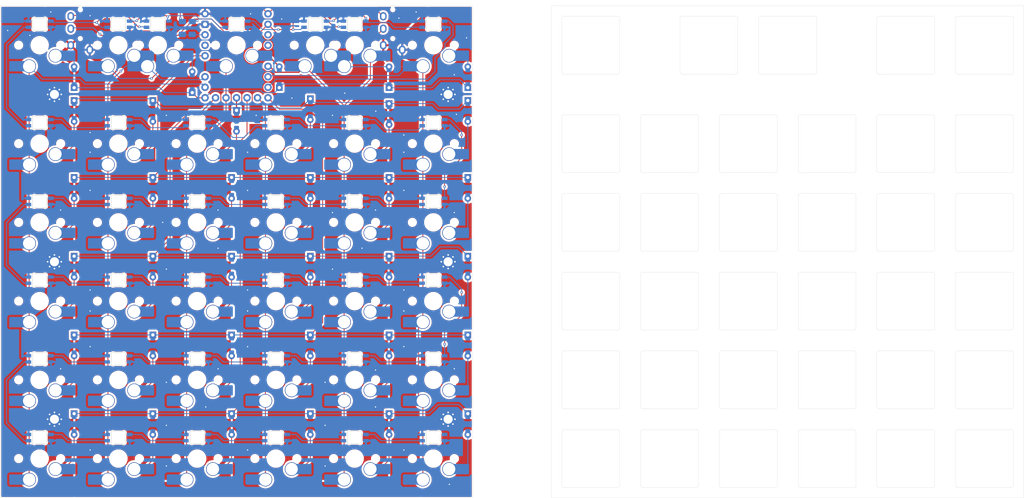
<source format=kicad_pcb>
(kicad_pcb (version 20240108) (generator "pcbnew") (generator_version "8.0")
  (layers (0 "F.Cu" signal) (31 "B.Cu" signal) (34 "B.Paste" user) (35 "F.Paste" user) (36 "B.SilkS" user "B.Silkscreen") (37 "F.SilkS" user "F.Silkscreen") (38 "B.Mask" user) (39 "F.Mask" user) (44 "Edge.Cuts" user))
  (net 0 "")
  (net 1 "+5V")
  (net 2 "LEDIN")
  (net 3 "GND")
  (net 4 "Net-(LED11-DOUT)")
  (net 5 "Net-(D11-A)")
  (net 6 "row1")
  (net 7 "Net-(D12-A)")
  (net 8 "Net-(D13-A)")
  (net 9 "Net-(D15-A)")
  (net 10 "Net-(D16-A)")
  (net 11 "row2")
  (net 12 "Net-(D21-A)")
  (net 13 "Net-(D22-A)")
  (net 14 "Net-(D23-A)")
  (net 15 "Net-(D24-A)")
  (net 16 "Net-(D25-A)")
  (net 17 "Net-(D26-A)")
  (net 18 "row3")
  (net 19 "Net-(D31-A)")
  (net 20 "Net-(D32-A)")
  (net 21 "Net-(D33-A)")
  (net 22 "Net-(D34-A)")
  (net 23 "Net-(D35-A)")
  (net 24 "Net-(D36-A)")
  (net 25 "Net-(D41-A)")
  (net 26 "row4")
  (net 27 "Net-(D42-A)")
  (net 28 "Net-(D43-A)")
  (net 29 "Net-(D44-A)")
  (net 30 "Net-(D45-A)")
  (net 31 "Net-(D46-A)")
  (net 32 "row5")
  (net 33 "Net-(D51-A)")
  (net 34 "Net-(D52-A)")
  (net 35 "Net-(D53-A)")
  (net 36 "Net-(D54-A)")
  (net 37 "Net-(D55-A)")
  (net 38 "Net-(D56-A)")
  (net 39 "Net-(D61-A)")
  (net 40 "row6")
  (net 41 "Net-(D62-A)")
  (net 42 "Net-(D63-A)")
  (net 43 "Net-(D64-A)")
  (net 44 "Net-(D65-A)")
  (net 45 "Net-(D66-A)")
  (net 46 "col1")
  (net 47 "col2")
  (net 48 "col3")
  (net 49 "col5")
  (net 50 "col6")
  (net 51 "col4")
  (net 52 "SCL")
  (net 53 "SDA")
  (net 54 "Net-(LED21-DOUT)")
  (net 55 "Net-(LED26-DOUT)")
  (net 56 "Net-(LED41-DOUT)")
  (net 57 "Net-(LED11-DIN)")
  (net 58 "Net-(LED12-DIN)")
  (net 59 "Net-(LED13-DIN)")
  (net 60 "Net-(LED15-DIN)")
  (net 61 "Net-(LED31-DOUT)")
  (net 62 "Net-(LED22-DOUT)")
  (net 64 "+3.3V")
  (net 66 "Net-(LED23-DOUT)")
  (net 67 "Net-(LED24-DOUT)")
  (net 68 "Net-(LED25-DOUT)")
  (net 69 "Net-(LED31-DIN)")
  (net 70 "Net-(LED32-DIN)")
  (net 71 "Net-(LED33-DIN)")
  (net 72 "Net-(LED34-DIN)")
  (net 73 "Net-(LED35-DIN)")
  (net 74 "Net-(LED46-DOUT)")
  (net 75 "Net-(LED42-DOUT)")
  (net 76 "Net-(LED43-DOUT)")
  (net 77 "Net-(LED44-DOUT)")
  (net 78 "Net-(LED51-DIN)")
  (net 79 "Net-(LED52-DIN)")
  (net 80 "Net-(LED53-DIN)")
  (net 81 "Net-(LED54-DIN)")
  (net 82 "Net-(LED55-DIN)")
  (net 83 "Net-(LED51-DOUT)")
  (net 84 "Net-(LED61-DOUT)")
  (net 86 "Net-(LED62-DOUT)")
  (net 87 "Net-(LED63-DOUT)")
  (net 88 "Net-(LED64-DOUT)")
  (net 89 "Net-(LED65-DOUT)")
  (net 90 "Net-(LED45-DOUT)")
  (footprint "MountingHole:MountingHole_2.2mm_M2_Pad_Via" (layer "F.Cu") (at 136.921875 123.825)
    (property "Reference" "H4" (hide yes))
    (property "Value" "MountingHole_Pad" (hide yes))
  )
  (footprint "PCM_marbastlib-xp-plate-mx:Plate_MX_1u" (layer "F.Cu") (at 209.55 76.2)
    (property "Reference" "REF**" (hide yes))
    (property "Value" "Plate_MX_1u")
    (fp_line (start -7 -6.5) (end -7 6.5) (stroke (width 0.05)) (layer "Edge.Cuts"))
    (fp_line (start -6.5 7) (end 6.5 7) (stroke (width 0.05)) (layer "Edge.Cuts"))
    (fp_line (start 6.5 -7) (end -6.5 -7) (stroke (width 0.05)) (layer "Edge.Cuts"))
    (fp_line (start 7 6.5) (end 7 -6.5) (stroke (width 0.05)) (layer "Edge.Cuts"))
    (fp_arc (start -7 -6.5) (mid -6.853553 -6.853553) (end -6.5 -7) (stroke (width 0.05)) (layer "Edge.Cuts"))
    (fp_arc (start -6.497236 6.998884) (mid -6.850789 6.852437) (end -6.997236 6.498884) (stroke (width 0.05)) (layer "Edge.Cuts"))
    (fp_arc (start 6.5 -7) (mid 6.853553 -6.853553) (end 7 -6.5) (stroke (width 0.05)) (layer "Edge.Cuts"))
    (fp_arc (start 7 6.5) (mid 6.853553 6.853553) (end 6.5 7) (stroke (width 0.05)) (layer "Edge.Cuts"))
  )
  (footprint "PCM_marbastlib-xp-plate-mx:Plate_MX_1u" (layer "F.Cu") (at 171.45 133.35)
    (property "Reference" "REF**" (hide yes))
    (property "Value" "Plate_MX_1u")
    (fp_line (start -7 -6.5) (end -7 6.5) (stroke (width 0.05)) (layer "Edge.Cuts"))
    (fp_line (start -6.5 7) (end 6.5 7) (stroke (width 0.05)) (layer "Edge.Cuts"))
    (fp_line (start 6.5 -7) (end -6.5 -7) (stroke (width 0.05)) (layer "Edge.Cuts"))
    (fp_line (start 7 6.5) (end 7 -6.5) (stroke (width 0.05)) (layer "Edge.Cuts"))
    (fp_arc (start -7 -6.5) (mid -6.853553 -6.853553) (end -6.5 -7) (stroke (width 0.05)) (layer "Edge.Cuts"))
    (fp_arc (start -6.497236 6.998884) (mid -6.850789 6.852437) (end -6.997236 6.498884) (stroke (width 0.05)) (layer "Edge.Cuts"))
    (fp_arc (start 6.5 -7) (mid 6.853553 -6.853553) (end 7 -6.5) (stroke (width 0.05)) (layer "Edge.Cuts"))
    (fp_arc (start 7 6.5) (mid 6.853553 6.853553) (end 6.5 7) (stroke (width 0.05)) (layer "Edge.Cuts"))
  )
  (footprint "PCM_marbastlib-xp-plate-mx:Plate_MX_1u" (layer "F.Cu") (at 247.65 114.3)
    (property "Reference" "REF**" (hide yes))
    (property "Value" "Plate_MX_1u")
    (fp_line (start -7 -6.5) (end -7 6.5) (stroke (width 0.05)) (layer "Edge.Cuts"))
    (fp_line (start -6.5 7) (end 6.5 7) (stroke (width 0.05)) (layer "Edge.Cuts"))
    (fp_line (start 6.5 -7) (end -6.5 -7) (stroke (width 0.05)) (layer "Edge.Cuts"))
    (fp_line (start 7 6.5) (end 7 -6.5) (stroke (width 0.05)) (layer "Edge.Cuts"))
    (fp_arc (start -7 -6.5) (mid -6.853553 -6.853553) (end -6.5 -7) (stroke (width 0.05)) (layer "Edge.Cuts"))
    (fp_arc (start -6.497236 6.998884) (mid -6.850789 6.852437) (end -6.997236 6.498884) (stroke (width 0.05)) (layer "Edge.Cuts"))
    (fp_arc (start 6.5 -7) (mid 6.853553 -6.853553) (end 7 -6.5) (stroke (width 0.05)) (layer "Edge.Cuts"))
    (fp_arc (start 7 6.5) (mid 6.853553 6.853553) (end 6.5 7) (stroke (width 0.05)) (layer "Edge.Cuts"))
  )
  (footprint "PCM_marbastlib-xp-plate-mx:Plate_MX_1u" (layer "F.Cu") (at 266.7 95.25)
    (property "Reference" "REF**" (hide yes))
    (property "Value" "Plate_MX_1u")
    (fp_line (start -7 -6.5) (end -7 6.5) (stroke (width 0.05)) (layer "Edge.Cuts"))
    (fp_line (start -6.5 7) (end 6.5 7) (stroke (width 0.05)) (layer "Edge.Cuts"))
    (fp_line (start 6.5 -7) (end -6.5 -7) (stroke (width 0.05)) (layer "Edge.Cuts"))
    (fp_line (start 7 6.5) (end 7 -6.5) (stroke (width 0.05)) (layer "Edge.Cuts"))
    (fp_arc (start -7 -6.5) (mid -6.853553 -6.853553) (end -6.5 -7) (stroke (width 0.05)) (layer "Edge.Cuts"))
    (fp_arc (start -6.497236 6.998884) (mid -6.850789 6.852437) (end -6.997236 6.498884) (stroke (width 0.05)) (layer "Edge.Cuts"))
    (fp_arc (start 6.5 -7) (mid 6.853553 -6.853553) (end 7 -6.5) (stroke (width 0.05)) (layer "Edge.Cuts"))
    (fp_arc (start 7 6.5) (mid 6.853553 6.853553) (end 6.5 7) (stroke (width 0.05)) (layer "Edge.Cuts"))
  )
  (footprint "PCM_marbastlib-xp-plate-mx:Plate_MX_1u" (layer "F.Cu") (at 247.65 76.2)
    (property "Reference" "REF**" (hide yes))
    (property "Value" "Plate_MX_1u")
    (fp_line (start -7 -6.5) (end -7 6.5) (stroke (width 0.05)) (layer "Edge.Cuts"))
    (fp_line (start -6.5 7) (end 6.5 7) (stroke (width 0.05)) (layer "Edge.Cuts"))
    (fp_line (start 6.5 -7) (end -6.5 -7) (stroke (width 0.05)) (layer "Edge.Cuts"))
    (fp_line (start 7 6.5) (end 7 -6.5) (stroke (width 0.05)) (layer "Edge.Cuts"))
    (fp_arc (start -7 -6.5) (mid -6.853553 -6.853553) (end -6.5 -7) (stroke (width 0.05)) (layer "Edge.Cuts"))
    (fp_arc (start -6.497236 6.998884) (mid -6.850789 6.852437) (end -6.997236 6.498884) (stroke (width 0.05)) (layer "Edge.Cuts"))
    (fp_arc (start 6.5 -7) (mid 6.853553 -6.853553) (end 7 -6.5) (stroke (width 0.05)) (layer "Edge.Cuts"))
    (fp_arc (start 7 6.5) (mid 6.853553 6.853553) (end 6.5 7) (stroke (width 0.05)) (layer "Edge.Cuts"))
  )
  (footprint "PCM_marbastlib-xp-plate-mx:Plate_MX_1u" (layer "F.Cu") (at 266.7 133.35)
    (property "Reference" "REF**" (hide yes))
    (property "Value" "Plate_MX_1u")
    (fp_line (start -7 -6.5) (end -7 6.5) (stroke (width 0.05)) (layer "Edge.Cuts"))
    (fp_line (start -6.5 7) (end 6.5 7) (stroke (width 0.05)) (layer "Edge.Cuts"))
    (fp_line (start 6.5 -7) (end -6.5 -7) (stroke (width 0.05)) (layer "Edge.Cuts"))
    (fp_line (start 7 6.5) (end 7 -6.5) (stroke (width 0.05)) (layer "Edge.Cuts"))
    (fp_arc (start -7 -6.5) (mid -6.853553 -6.853553) (end -6.5 -7) (stroke (width 0.05)) (layer "Edge.Cuts"))
    (fp_arc (start -6.497236 6.998884) (mid -6.850789 6.852437) (end -6.997236 6.498884) (stroke (width 0.05)) (layer "Edge.Cuts"))
    (fp_arc (start 6.5 -7) (mid 6.853553 -6.853553) (end 7 -6.5) (stroke (width 0.05)) (layer "Edge.Cuts"))
    (fp_arc (start 7 6.5) (mid 6.853553 6.853553) (end 6.5 7) (stroke (width 0.05)) (layer "Edge.Cuts"))
  )
  (footprint "PCM_marbastlib-xp-plate-mx:Plate_MX_1u" (layer "F.Cu") (at 219.075 33.3375)
    (property "Reference" "REF**" (hide yes))
    (property "Value" "Plate_MX_1u")
    (fp_line (start -7 -6.5) (end -7 6.5) (stroke (width 0.05)) (layer "Edge.Cuts"))
    (fp_line (start -6.5 7) (end 6.5 7) (stroke (width 0.05)) (layer "Edge.Cuts"))
    (fp_line (start 6.5 -7) (end -6.5 -7) (stroke (width 0.05)) (layer "Edge.Cuts"))
    (fp_line (start 7 6.5) (end 7 -6.5) (stroke (width 0.05)) (layer "Edge.Cuts"))
    (fp_arc (start -7 -6.5) (mid -6.853553 -6.853553) (end -6.5 -7) (stroke (width 0.05)) (layer "Edge.Cuts"))
    (fp_arc (start -6.497236 6.998884) (mid -6.850789 6.852437) (end -6.997236 6.498884) (stroke (width 0.05)) (layer "Edge.Cuts"))
    (fp_arc (start 6.5 -7) (mid 6.853553 -6.853553) (end 7 -6.5) (stroke (width 0.05)) (layer "Edge.Cuts"))
    (fp_arc (start 7 6.5) (mid 6.853553 6.853553) (end 6.5 7) (stroke (width 0.05)) (layer "Edge.Cuts"))
  )
  (footprint "PCM_marbastlib-xp-plate-mx:Plate_MX_1u" (layer "F.Cu") (at 190.5 57.15)
    (property "Reference" "REF**" (hide yes))
    (property "Value" "Plate_MX_1u")
    (fp_line (start -7 -6.5) (end -7 6.5) (stroke (width 0.05)) (layer "Edge.Cuts"))
    (fp_line (start -6.5 7) (end 6.5 7) (stroke (width 0.05)) (layer "Edge.Cuts"))
    (fp_line (start 6.5 -7) (end -6.5 -7) (stroke (width 0.05)) (layer "Edge.Cuts"))
    (fp_line (start 7 6.5) (end 7 -6.5) (stroke (width 0.05)) (layer "Edge.Cuts"))
    (fp_arc (start -7 -6.5) (mid -6.853553 -6.853553) (end -6.5 -7) (stroke (width 0.05)) (layer "Edge.Cuts"))
    (fp_arc (start -6.497236 6.998884) (mid -6.850789 6.852437) (end -6.997236 6.498884) (stroke (width 0.05)) (layer "Edge.Cuts"))
    (fp_arc (start 6.5 -7) (mid 6.853553 -6.853553) (end 7 -6.5) (stroke (width 0.05)) (layer "Edge.Cuts"))
    (fp_arc (start 7 6.5) (mid 6.853553 6.853553) (end 6.5 7) (stroke (width 0.05)) (layer "Edge.Cuts"))
  )
  (footprint "PCM_marbastlib-xp-plate-mx:Plate_MX_1u" (layer "F.Cu") (at 190.5 114.3)
    (property "Reference" "REF**" (hide yes))
    (property "Value" "Plate_MX_1u")
    (fp_line (start -7 -6.5) (end -7 6.5) (stroke (width 0.05)) (layer "Edge.Cuts"))
    (fp_line (start -6.5 7) (end 6.5 7) (stroke (width 0.05)) (layer "Edge.Cuts"))
    (fp_line (start 6.5 -7) (end -6.5 -7) (stroke (width 0.05)) (layer "Edge.Cuts"))
    (fp_line (start 7 6.5) (end 7 -6.5) (stroke (width 0.05)) (layer "Edge.Cuts"))
    (fp_arc (start -7 -6.5) (mid -6.853553 -6.853553) (end -6.5 -7) (stroke (width 0.05)) (layer "Edge.Cuts"))
    (fp_arc (start -6.497236 6.998884) (mid -6.850789 6.852437) (end -6.997236 6.498884) (stroke (width 0.05)) (layer "Edge.Cuts"))
    (fp_arc (start 6.5 -7) (mid 6.853553 -6.853553) (end 7 -6.5) (stroke (width 0.05)) (layer "Edge.Cuts"))
    (fp_arc (start 7 6.5) (mid 6.853553 6.853553) (end 6.5 7) (stroke (width 0.05)) (layer "Edge.Cuts"))
  )
  (footprint "MountingHole:MountingHole_2.2mm_M2_Pad_Via" (layer "F.Cu") (at 136.921875 45.24375)
    (property "Reference" "H6" (hide yes))
    (property "Value" "MountingHole_Pad" (hide yes))
  )
  (footprint "PCM_marbastlib-xp-plate-mx:Plate_MX_1u" (layer "F.Cu") (at 171.45 114.3)
    (property "Reference" "REF**" (hide yes))
    (property "Value" "Plate_MX_1u")
    (fp_line (start -7 -6.5) (end -7 6.5) (stroke (width 0.05)) (layer "Edge.Cuts"))
    (fp_line (start -6.5 7) (end 6.5 7) (stroke (width 0.05)) (layer "Edge.Cuts"))
    (fp_line (start 6.5 -7) (end -6.5 -7) (stroke (width 0.05)) (layer "Edge.Cuts"))
    (fp_line (start 7 6.5) (end 7 -6.5) (stroke (width 0.05)) (layer "Edge.Cuts"))
    (fp_arc (start -7 -6.5) (mid -6.853553 -6.853553) (end -6.5 -7) (stroke (width 0.05)) (layer "Edge.Cuts"))
    (fp_arc (start -6.497236 6.998884) (mid -6.850789 6.852437) (end -6.997236 6.498884) (stroke (width 0.05)) (layer "Edge.Cuts"))
    (fp_arc (start 6.5 -7) (mid 6.853553 -6.853553) (end 7 -6.5) (stroke (width 0.05)) (layer "Edge.Cuts"))
    (fp_arc (start 7 6.5) (mid 6.853553 6.853553) (end 6.5 7) (stroke (width 0.05)) (layer "Edge.Cuts"))
  )
  (footprint "PCM_marbastlib-xp-plate-mx:Plate_MX_1u" (layer "F.Cu") (at 171.45 76.2)
    (property "Reference" "REF**" (hide yes))
    (property "Value" "Plate_MX_1u")
    (fp_line (start -7 -6.5) (end -7 6.5) (stroke (width 0.05)) (layer "Edge.Cuts"))
    (fp_line (start -6.5 7) (end 6.5 7) (stroke (width 0.05)) (layer "Edge.Cuts"))
    (fp_line (start 6.5 -7) (end -6.5 -7) (stroke (width 0.05)) (layer "Edge.Cuts"))
    (fp_line (start 7 6.5) (end 7 -6.5) (stroke (width 0.05)) (layer "Edge.Cuts"))
    (fp_arc (start -7 -6.5) (mid -6.853553 -6.853553) (end -6.5 -7) (stroke (width 0.05)) (layer "Edge.Cuts"))
    (fp_arc (start -6.497236 6.998884) (mid -6.850789 6.852437) (end -6.997236 6.498884) (stroke (width 0.05)) (layer "Edge.Cuts"))
    (fp_arc (start 6.5 -7) (mid 6.853553 -6.853553) (end 7 -6.5) (stroke (width 0.05)) (layer "Edge.Cuts"))
    (fp_arc (start 7 6.5) (mid 6.853553 6.853553) (end 6.5 7) (stroke (width 0.05)) (layer "Edge.Cuts"))
  )
  (footprint "PCM_marbastlib-xp-plate-mx:Plate_MX_1u" (layer "F.Cu") (at 209.55 57.15)
    (property "Reference" "REF**" (hide yes))
    (property "Value" "Plate_MX_1u")
    (fp_line (start -7 -6.5) (end -7 6.5) (stroke (width 0.05)) (layer "Edge.Cuts"))
    (fp_line (start -6.5 7) (end 6.5 7) (stroke (width 0.05)) (layer "Edge.Cuts"))
    (fp_line (start 6.5 -7) (end -6.5 -7) (stroke (width 0.05)) (layer "Edge.Cuts"))
    (fp_line (start 7 6.5) (end 7 -6.5) (stroke (width 0.05)) (layer "Edge.Cuts"))
    (fp_arc (start -7 -6.5) (mid -6.853553 -6.853553) (end -6.5 -7) (stroke (width 0.05)) (layer "Edge.Cuts"))
    (fp_arc (start -6.497236 6.998884) (mid -6.850789 6.852437) (end -6.997236 6.498884) (stroke (width 0.05)) (layer "Edge.Cuts"))
    (fp_arc (start 6.5 -7) (mid 6.853553 -6.853553) (end 7 -6.5) (stroke (width 0.05)) (layer "Edge.Cuts"))
    (fp_arc (start 7 6.5) (mid 6.853553 6.853553) (end 6.5 7) (stroke (width 0.05)) (layer "Edge.Cuts"))
  )
  (footprint "PCM_marbastlib-xp-plate-mx:Plate_MX_1u" (layer "F.Cu") (at 266.7 114.3)
    (property "Reference" "REF**" (hide yes))
    (property "Value" "Plate_MX_1u")
    (fp_line (start -7 -6.5) (end -7 6.5) (stroke (width 0.05)) (layer "Edge.Cuts"))
    (fp_line (start -6.5 7) (end 6.5 7) (stroke (width 0.05)) (layer "Edge.Cuts"))
    (fp_line (start 6.5 -7) (end -6.5 -7) (stroke (width 0.05)) (layer "Edge.Cuts"))
    (fp_line (start 7 6.5) (end 7 -6.5) (stroke (width 0.05)) (layer "Edge.Cuts"))
    (fp_arc (start -7 -6.5) (mid -6.853553 -6.853553) (end -6.5 -7) (stroke (width 0.05)) (layer "Edge.Cuts"))
    (fp_arc (start -6.497236 6.998884) (mid -6.850789 6.852437) (end -6.997236 6.498884) (stroke (width 0.05)) (layer "Edge.Cuts"))
    (fp_arc (start 6.5 -7) (mid 6.853553 -6.853553) (end 7 -6.5) (stroke (width 0.05)) (layer "Edge.Cuts"))
    (fp_arc (start 7 6.5) (mid 6.853553 6.853553) (end 6.5 7) (stroke (width 0.05)) (layer "Edge.Cuts"))
  )
  (footprint "PCM_marbastlib-xp-plate-mx:Plate_MX_1u" (layer "F.Cu") (at 266.7 76.2)
    (property "Reference" "REF**" (hide yes))
    (property "Value" "Plate_MX_1u")
    (fp_line (start -7 -6.5) (end -7 6.5) (stroke (width 0.05)) (layer "Edge.Cuts"))
    (fp_line (start -6.5 7) (end 6.5 7) (stroke (width 0.05)) (layer "Edge.Cuts"))
    (fp_line (start 6.5 -7) (end -6.5 -7) (stroke (width 0.05)) (layer "Edge.Cuts"))
    (fp_line (start 7 6.5) (end 7 -6.5) (stroke (width 0.05)) (layer "Edge.Cuts"))
    (fp_arc (start -7 -6.5) (mid -6.853553 -6.853553) (end -6.5 -7) (stroke (width 0.05)) (layer "Edge.Cuts"))
    (fp_arc (start -6.497236 6.998884) (mid -6.850789 6.852437) (end -6.997236 6.498884) (stroke (width 0.05)) (layer "Edge.Cuts"))
    (fp_arc (start 6.5 -7) (mid 6.853553 -6.853553) (end 7 -6.5) (stroke (width 0.05)) (layer "Edge.Cuts"))
    (fp_arc (start 7 6.5) (mid 6.853553 6.853553) (end 6.5 7) (stroke (width 0.05)) (layer "Edge.Cuts"))
  )
  (footprint "PCM_marbastlib-xp-plate-mx:Plate_MX_1u" (layer "F.Cu") (at 171.45 95.25)
    (property "Reference" "REF**" (hide yes))
    (property "Value" "Plate_MX_1u")
    (fp_line (start -7 -6.5) (end -7 6.5) (stroke (width 0.05)) (layer "Edge.Cuts"))
    (fp_line (start -6.5 7) (end 6.5 7) (stroke (width 0.05)) (layer "Edge.Cuts"))
    (fp_line (start 6.5 -7) (end -6.5 -7) (stroke (width 0.05)) (layer "Edge.Cuts"))
    (fp_line (start 7 6.5) (end 7 -6.5) (stroke (width 0.05)) (layer "Edge.Cuts"))
    (fp_arc (start -7 -6.5) (mid -6.853553 -6.853553) (end -6.5 -7) (stroke (width 0.05)) (layer "Edge.Cuts"))
    (fp_arc (start -6.497236 6.998884) (mid -6.850789 6.852437) (end -6.997236 6.498884) (stroke (width 0.05)) (layer "Edge.Cuts"))
    (fp_arc (start 6.5 -7) (mid 6.853553 -6.853553) (end 7 -6.5) (stroke (width 0.05)) (layer "Edge.Cuts"))
    (fp_arc (start 7 6.5) (mid 6.853553 6.853553) (end 6.5 7) (stroke (width 0.05)) (layer "Edge.Cuts"))
  )
  (footprint "PCM_marbastlib-xp-plate-mx:Plate_MX_1u" (layer "F.Cu") (at 190.5 95.25)
    (property "Reference" "REF**" (hide yes))
    (property "Value" "Plate_MX_1u")
    (fp_line (start -7 -6.5) (end -7 6.5) (stroke (width 0.05)) (layer "Edge.Cuts"))
    (fp_line (start -6.5 7) (end 6.5 7) (stroke (width 0.05)) (layer "Edge.Cuts"))
    (fp_line (start 6.5 -7) (end -6.5 -7) (stroke (width 0.05)) (layer "Edge.Cuts"))
    (fp_line (start 7 6.5) (end 7 -6.5) (stroke (width 0.05)) (layer "Edge.Cuts"))
    (fp_arc (start -7 -6.5) (mid -6.853553 -6.853553) (end -6.5 -7) (stroke (width 0.05)) (layer "Edge.Cuts"))
    (fp_arc (start -6.497236 6.998884) (mid -6.850789 6.852437) (end -6.997236 6.498884) (stroke (width 0.05)) (layer "Edge.Cuts"))
    (fp_arc (start 6.5 -7) (mid 6.853553 -6.853553) (end 7 -6.5) (stroke (width 0.05)) (layer "Edge.Cuts"))
    (fp_arc (start 7 6.5) (mid 6.853553 6.853553) (end 6.5 7) (stroke (width 0.05)) (layer "Edge.Cuts"))
  )
  (footprint "PCM_marbastlib-xp-plate-mx:Plate_MX_1u" (layer "F.Cu") (at 228.6 57.15)
    (property "Reference" "REF**" (hide yes))
    (property "Value" "Plate_MX_1u")
    (fp_line (start -7 -6.5) (end -7 6.5) (stroke (width 0.05)) (layer "Edge.Cuts"))
    (fp_line (start -6.5 7) (end 6.5 7) (stroke (width 0.05)) (layer "Edge.Cuts"))
    (fp_line (start 6.5 -7) (end -6.5 -7) (stroke (width 0.05)) (layer "Edge.Cuts"))
    (fp_line (start 7 6.5) (end 7 -6.5) (stroke (width 0.05)) (layer "Edge.Cuts"))
    (fp_arc (start -7 -6.5) (mid -6.853553 -6.853553) (end -6.5 -7) (stroke (width 0.05)) (layer "Edge.Cuts"))
    (fp_arc (start -6.497236 6.998884) (mid -6.850789 6.852437) (end -6.997236 6.498884) (stroke (width 0.05)) (layer "Edge.Cuts"))
    (fp_arc (start 6.5 -7) (mid 6.853553 -6.853553) (end 7 -6.5) (stroke (width 0.05)) (layer "Edge.Cuts"))
    (fp_arc (start 7 6.5) (mid 6.853553 6.853553) (end 6.5 7) (stroke (width 0.05)) (layer "Edge.Cuts"))
  )
  (footprint "PCM_marbastlib-xp-plate-mx:Plate_MX_1u" (layer "F.Cu") (at 171.45 33.3375)
    (property "Reference" "REF**" (hide yes))
    (property "Value" "Plate_MX_1u")
    (fp_line (start -7 -6.5) (end -7 6.5) (stroke (width 0.05)) (layer "Edge.Cuts"))
    (fp_line (start -6.5 7) (end 6.5 7) (stroke (width 0.05)) (layer "Edge.Cuts"))
    (fp_line (start 6.5 -7) (end -6.5 -7) (stroke (width 0.05)) (layer "Edge.Cuts"))
    (fp_line (start 7 6.5) (end 7 -6.5) (stroke (width 0.05)) (layer "Edge.Cuts"))
    (fp_arc (start -7 -6.5) (mid -6.853553 -6.853553) (end -6.5 -7) (stroke (width 0.05)) (layer "Edge.Cuts"))
    (fp_arc (start -6.497236 6.998884) (mid -6.850789 6.852437) (end -6.997236 6.498884) (stroke (width 0.05)) (layer "Edge.Cuts"))
    (fp_arc (start 6.5 -7) (mid 6.853553 -6.853553) (end 7 -6.5) (stroke (width 0.05)) (layer "Edge.Cuts"))
    (fp_arc (start 7 6.5) (mid 6.853553 6.853553) (end 6.5 7) (stroke (width 0.05)) (layer "Edge.Cuts"))
  )
  (footprint "PCM_marbastlib-xp-plate-mx:Plate_MX_1u" (layer "F.Cu") (at 247.65 133.35)
    (property "Reference" "REF**" (hide yes))
    (property "Value" "Plate_MX_1u")
    (fp_line (start -7 -6.5) (end -7 6.5) (stroke (width 0.05)) (layer "Edge.Cuts"))
    (fp_line (start -6.5 7) (end 6.5 7) (stroke (width 0.05)) (layer "Edge.Cuts"))
    (fp_line (start 6.5 -7) (end -6.5 -7) (stroke (width 0.05)) (layer "Edge.Cuts"))
    (fp_line (start 7 6.5) (end 7 -6.5) (stroke (width 0.05)) (layer "Edge.Cuts"))
    (fp_arc (start -7 -6.5) (mid -6.853553 -6.853553) (end -6.5 -7) (stroke (width 0.05)) (layer "Edge.Cuts"))
    (fp_arc (start -6.497236 6.998884) (mid -6.850789 6.852437) (end -6.997236 6.498884) (stroke (width 0.05)) (layer "Edge.Cuts"))
    (fp_arc (start 6.5 -7) (mid 6.853553 -6.853553) (end 7 -6.5) (stroke (width 0.05)) (layer "Edge.Cuts"))
    (fp_arc (start 7 6.5) (mid 6.853553 6.853553) (end 6.5 7) (stroke (width 0.05)) (layer "Edge.Cuts"))
  )
  (footprint "PCM_marbastlib-xp-plate-mx:Plate_MX_1u" (layer "F.Cu") (at 228.6 114.3)
    (property "Reference" "REF**" (hide yes))
    (property "Value" "Plate_MX_1u")
    (fp_line (start -7 -6.5) (end -7 6.5) (stroke (width 0.05)) (layer "Edge.Cuts"))
    (fp_line (start -6.5 7) (end 6.5 7) (stroke (width 0.05)) (layer "Edge.Cuts"))
    (fp_line (start 6.5 -7) (end -6.5 -7) (stroke (width 0.05)) (layer "Edge.Cuts"))
    (fp_line (start 7 6.5) (end 7 -6.5) (stroke (width 0.05)) (layer "Edge.Cuts"))
    (fp_arc (start -7 -6.5) (mid -6.853553 -6.853553) (end -6.5 -7) (stroke (width 0.05)) (layer "Edge.Cuts"))
    (fp_arc (start -6.497236 6.998884) (mid -6.850789 6.852437) (end -6.997236 6.498884) (stroke (width 0.05)) (layer "Edge.Cuts"))
    (fp_arc (start 6.5 -7) (mid 6.853553 -6.853553) (end 7 -6.5) (stroke (width 0.05)) (layer "Edge.Cuts"))
    (fp_arc (start 7 6.5) (mid 6.853553 6.853553) (end 6.5 7) (stroke (width 0.05)) (layer "Edge.Cuts"))
  )
  (footprint "PCM_marbastlib-xp-plate-mx:Plate_MX_1u" (layer "F.Cu") (at 209.55 114.3)
    (property "Reference" "REF**" (hide yes))
    (property "Value" "Plate_MX_1u")
    (fp_line (start -7 -6.5) (end -7 6.5) (stroke (width 0.05)) (layer "Edge.Cuts"))
    (fp_line (start -6.5 7) (end 6.5 7) (stroke (width 0.05)) (layer "Edge.Cuts"))
    (fp_line (start 6.5 -7) (end -6.5 -7) (stroke (width 0.05)) (layer "Edge.Cuts"))
    (fp_line (start 7 6.5) (end 7 -6.5) (stroke (width 0.05)) (layer "Edge.Cuts"))
    (fp_arc (start -7 -6.5) (mid -6.853553 -6.853553) (end -6.5 -7) (stroke (width 0.05)) (layer "Edge.Cuts"))
    (fp_arc (start -6.497236 6.998884) (mid -6.850789 6.852437) (end -6.997236 6.498884) (stroke (width 0.05)) (layer "Edge.Cuts"))
    (fp_arc (start 6.5 -7) (mid 6.853553 -6.853553) (end 7 -6.5) (stroke (width 0.05)) (layer "Edge.Cuts"))
    (fp_arc (start 7 6.5) (mid 6.853553 6.853553) (end 6.5 7) (stroke (width 0.05)) (layer "Edge.Cuts"))
  )
  (footprint "PCM_marbastlib-xp-promicroish:RP2040-Matrix_AH" (layer "F.Cu") (at 85.724952 35.897396)
    (property "Reference" "U1" (hide yes))
    (property "Value" "RP2040-Matrix" (hide yes))
  )
  (footprint "PCM_marbastlib-xp-plate-mx:Plate_MX_1u" (layer "F.Cu") (at 171.45 57.15)
    (property "Reference" "REF**" (hide yes))
    (property "Value" "Plate_MX_1u")
    (fp_line (start -7 -6.5) (end -7 6.5) (stroke (width 0.05)) (layer "Edge.Cuts"))
    (fp_line (start -6.5 7) (end 6.5 7) (stroke (width 0.05)) (layer "Edge.Cuts"))
    (fp_line (start 6.5 -7) (end -6.5 -7) (stroke (width 0.05)) (layer "Edge.Cuts"))
    (fp_line (start 7 6.5) (end 7 -6.5) (stroke (width 0.05)) (layer "Edge.Cuts"))
    (fp_arc (start -7 -6.5) (mid -6.853553 -6.853553) (end -6.5 -7) (stroke (width 0.05)) (layer "Edge.Cuts"))
    (fp_arc (start -6.497236 6.998884) (mid -6.850789 6.852437) (end -6.997236 6.498884) (stroke (width 0.05)) (layer "Edge.Cuts"))
    (fp_arc (start 6.5 -7) (mid 6.853553 -6.853553) (end 7 -6.5) (stroke (width 0.05)) (layer "Edge.Cuts"))
    (fp_arc (start 7 6.5) (mid 6.853553 6.853553) (end 6.5 7) (stroke (width 0.05)) (layer "Edge.Cuts"))
  )
  (footprint "PCM_marbastlib-xp-plate-mx:Plate_MX_1u" (layer "F.Cu") (at 247.65 57.15)
    (property "Reference" "REF**" (hide yes))
    (property "Value" "Plate_MX_1u")
    (fp_line (start -7 -6.5) (end -7 6.5) (stroke (width 0.05)) (layer "Edge.Cuts"))
    (fp_line (start -6.5 7) (end 6.5 7) (stroke (width 0.05)) (layer "Edge.Cuts"))
    (fp_line (start 6.5 -7) (end -6.5 -7) (stroke (width 0.05)) (layer "Edge.Cuts"))
    (fp_line (start 7 6.5) (end 7 -6.5) (stroke (width 0.05)) (layer "Edge.Cuts"))
    (fp_arc (start -7 -6.5) (mid -6.853553 -6.853553) (end -6.5 -7) (stroke (width 0.05)) (layer "Edge.Cuts"))
    (fp_arc (start -6.497236 6.998884) (mid -6.850789 6.852437) (end -6.997236 6.498884) (stroke (width 0.05)) (layer "Edge.Cuts"))
    (fp_arc (start 6.5 -7) (mid 6.853553 -6.853553) (end 7 -6.5) (stroke (width 0.05)) (layer "Edge.Cuts"))
    (fp_arc (start 7 6.5) (mid 6.853553 6.853553) (end 6.5 7) (stroke (width 0.05)) (layer "Edge.Cuts"))
  )
  (footprint "PCM_marbastlib-xp-plate-mx:Plate_MX_1u" (layer "F.Cu") (at 209.55 95.25)
    (property "Reference" "REF**" (hide yes))
    (property "Value" "Plate_MX_1u")
    (fp_line (start -7 -6.5) (end -7 6.5) (stroke (width 0.05)) (layer "Edge.Cuts"))
    (fp_line (start -6.5 7) (end 6.5 7) (stroke (width 0.05)) (layer "Edge.Cuts"))
    (fp_line (start 6.5 -7) (end -6.5 -7) (stroke (width 0.05)) (layer "Edge.Cuts"))
    (fp_line (start 7 6.5) (end 7 -6.5) (stroke (width 0.05)) (layer "Edge.Cuts"))
    (fp_arc (start -7 -6.5) (mid -6.853553 -6.853553) (end -6.5 -7) (stroke (width 0.05)) (layer "Edge.Cuts"))
    (fp_arc (start -6.497236 6.998884) (mid -6.850789 6.852437) (end -6.997236 6.498884) (stroke (width 0.05)) (layer "Edge.Cuts"))
    (fp_arc (start 6.5 -7) (mid 6.853553 -6.853553) (end 7 -6.5) (stroke (width 0.05)) (layer "Edge.Cuts"))
    (fp_arc (start 7 6.5) (mid 6.853553 6.853553) (end 6.5 7) (stroke (width 0.05)) (layer "Edge.Cuts"))
  )
  (footprint "PCM_marbastlib-xp-plate-mx:Plate_MX_1u" (layer "F.Cu") (at 228.6 95.25)
    (property "Reference" "REF**" (hide yes))
    (property "Value" "Plate_MX_1u")
    (fp_line (start -7 -6.5) (end -7 6.5) (stroke (width 0.05)) (layer "Edge.Cuts"))
    (fp_line (start -6.5 7) (end 6.5 7) (stroke (width 0.05)) (layer "Edge.Cuts"))
    (fp_line (start 6.5 -7) (end -6.5 -7) (stroke (width 0.05)) (layer "Edge.Cuts"))
    (fp_line (start 7 6.5) (end 7 -6.5) (stroke (width 0.05)) (layer "Edge.Cuts"))
    (fp_arc (start -7 -6.5) (mid -6.853553 -6.853553) (end -6.5 -7) (stroke (width 0.05)) (layer "Edge.Cuts"))
    (fp_arc (start -6.497236 6.998884) (mid -6.850789 6.852437) (end -6.997236 6.498884) (stroke (width 0.05)) (layer "Edge.Cuts"))
    (fp_arc (start 6.5 -7) (mid 6.853553 -6.853553) (end 7 -6.5) (stroke (width 0.05)) (layer "Edge.Cuts"))
    (fp_arc (start 7 6.5) (mid 6.853553 6.853553) (end 6.5 7) (stroke (width 0.05)) (layer "Edge.Cuts"))
  )
  (footprint "PCM_marbastlib-xp-plate-mx:Plate_MX_1u" (layer "F.Cu") (at 266.7 57.15)
    (property "Reference" "REF**" (hide yes))
    (property "Value" "Plate_MX_1u")
    (fp_line (start -7 -6.5) (end -7 6.5) (stroke (width 0.05)) (layer "Edge.Cuts"))
    (fp_line (start -6.5 7) (end 6.5 7) (stroke (width 0.05)) (layer "Edge.Cuts"))
    (fp_line (start 6.5 -7) (end -6.5 -7) (stroke (width 0.05)) (layer "Edge.Cuts"))
    (fp_line (start 7 6.5) (end 7 -6.5) (stroke (width 0.05)) (layer "Edge.Cuts"))
    (fp_arc (start -7 -6.5) (mid -6.853553 -6.853553) (end -6.5 -7) (stroke (width 0.05)) (layer "Edge.Cuts"))
    (fp_arc (start -6.497236 6.998884) (mid -6.850789 6.852437) (end -6.997236 6.498884) (stroke (width 0.05)) (layer "Edge.Cuts"))
    (fp_arc (start 6.5 -7) (mid 6.853553 -6.853553) (end 7 -6.5) (stroke (width 0.05)) (layer "Edge.Cuts"))
    (fp_arc (start 7 6.5) (mid 6.853553 6.853553) (end 6.5 7) (stroke (width 0.05)) (layer "Edge.Cuts"))
  )
  (footprint "PCM_marbastlib-xp-plate-mx:Plate_MX_1u" (layer "F.Cu") (at 247.65 33.3375)
    (property "Reference" "REF**" (hide yes))
    (property "Value" "Plate_MX_1u")
    (fp_line (start -7 -6.5) (end -7 6.5) (stroke (width 0.05)) (layer "Edge.Cuts"))
    (fp_line (start -6.5 7) (end 6.5 7) (stroke (width 0.05)) (layer "Edge.Cuts"))
    (fp_line (start 6.5 -7) (end -6.5 -7) (stroke (width 0.05)) (layer "Edge.Cuts"))
    (fp_line (start 7 6.5) (end 7 -6.5) (stroke (width 0.05)) (layer "Edge.Cuts"))
    (fp_arc (start -7 -6.5) (mid -6.853553 -6.853553) (end -6.5 -7) (stroke (width 0.05)) (layer "Edge.Cuts"))
    (fp_arc (start -6.497236 6.998884) (mid -6.850789 6.852437) (end -6.997236 6.498884) (stroke (width 0.05)) (layer "Edge.Cuts"))
    (fp_arc (start 6.5 -7) (mid 6.853553 -6.853553) (end 7 -6.5) (stroke (width 0.05)) (layer "Edge.Cuts"))
    (fp_arc (start 7 6.5) (mid 6.853553 6.853553) (end 6.5 7) (stroke (width 0.05)) (layer "Edge.Cuts"))
  )
  (footprint "PCM_marbastlib-xp-plate-mx:Plate_MX_1u" (layer "F.Cu") (at 200.025 33.3375)
    (property "Reference" "REF**" (hide yes))
    (property "Value" "Plate_MX_1u")
    (fp_line (start -7 -6.5) (end -7 6.5) (stroke (width 0.05)) (layer "Edge.Cuts"))
    (fp_line (start -6.5 7) (end 6.5 7) (stroke (width 0.05)) (layer "Edge.Cuts"))
    (fp_line (start 6.5 -7) (end -6.5 -7) (stroke (width 0.05)) (layer "Edge.Cuts"))
    (fp_line (start 7 6.5) (end 7 -6.5) (stroke (width 0.05)) (layer "Edge.Cuts"))
    (fp_arc (start -7 -6.5) (mid -6.853553 -6.853553) (end -6.5 -7) (stroke (width 0.05)) (layer "Edge.Cuts"))
    (fp_arc (start -6.497236 6.998884) (mid -6.850789 6.852437) (end -6.997236 6.498884) (stroke (width 0.05)) (layer "Edge.Cuts"))
    (fp_arc (start 6.5 -7) (mid 6.853553 -6.853553) (end 7 -6.5) (stroke (width 0.05)) (layer "Edge.Cuts"))
    (fp_arc (start 7 6.5) (mid 6.853553 6.853553) (end 6.5 7) (stroke (width 0.05)) (layer "Edge.Cuts"))
  )
  (footprint "PCM_marbastlib-xp-plate-mx:Plate_MX_1u" (layer "F.Cu") (at 209.55 133.35)
    (property "Reference" "REF**" (hide yes))
    (property "Value" "Plate_MX_1u")
    (fp_line (start -7 -6.5) (end -7 6.5) (stroke (width 0.05)) (layer "Edge.Cuts"))
    (fp_line (start -6.5 7) (end 6.5 7) (stroke (width 0.05)) (layer "Edge.Cuts"))
    (fp_line (start 6.5 -7) (end -6.5 -7) (stroke (width 0.05)) (layer "Edge.Cuts"))
    (fp_line (start 7 6.5) (end 7 -6.5) (stroke (width 0.05)) (layer "Edge.Cuts"))
    (fp_arc (start -7 -6.5) (mid -6.853553 -6.853553) (end -6.5 -7) (stroke (width 0.05)) (layer "Edge.Cuts"))
    (fp_arc (start -6.497236 6.998884) (mid -6.850789 6.852437) (end -6.997236 6.498884) (stroke (width 0.05)) (layer "Edge.Cuts"))
    (fp_arc (start 6.5 -7) (mid 6.853553 -6.853553) (end 7 -6.5) (stroke (width 0.05)) (layer "Edge.Cuts"))
    (fp_arc (start 7 6.5) (mid 6.853553 6.853553) (end 6.5 7) (stroke (width 0.05)) (layer "Edge.Cuts"))
  )
  (footprint "PCM_marbastlib-xp-plate-mx:Plate_MX_1u" (layer "F.Cu") (at 266.7 33.3375)
    (property "Reference" "REF**" (hide yes))
    (property "Value" "Plate_MX_1u")
    (fp_line (start -7 -6.5) (end -7 6.5) (stroke (width 0.05)) (layer "Edge.Cuts"))
    (fp_line (start -6.5 7) (end 6.5 7) (stroke (width 0.05)) (layer "Edge.Cuts"))
    (fp_line (start 6.5 -7) (end -6.5 -7) (stroke (width 0.05)) (layer "Edge.Cuts"))
    (fp_line (start 7 6.5) (end 7 -6.5) (stroke (width 0.05)) (layer "Edge.Cuts"))
    (fp_arc (start -7 -6.5) (mid -6.853553 -6.853553) (end -6.5 -7) (stroke (width 0.05)) (layer "Edge.Cuts"))
    (fp_arc (start -6.497236 6.998884) (mid -6.850789 6.852437) (end -6.997236 6.498884) (stroke (width 0.05)) (layer "Edge.Cuts"))
    (fp_arc (start 6.5 -7) (mid 6.853553 -6.853553) (end 7 -6.5) (stroke (width 0.05)) (layer "Edge.Cuts"))
    (fp_arc (start 7 6.5) (mid 6.853553 6.853553) (end 6.5 7) (stroke (width 0.05)) (layer "Edge.Cuts"))
  )
  (footprint "MountingHole:MountingHole_2.2mm_M2_Pad_Via" (layer "F.Cu") (at 41.671875 85.725)
    (property "Reference" "H2" (hide yes))
    (property "Value" "MountingHole_Pad" (hide yes))
  )
  (footprint "MountingHole:MountingHole_2.2mm_M2_Pad_Via" (layer "F.Cu") (at 41.671875 45.24375)
    (property "Reference" "H1" (hide yes))
    (property "Value" "MountingHole_Pad" (hide yes))
  )
  (footprint "PCM_marbastlib-xp-plate-mx:Plate_MX_1u" (layer "F.Cu") (at 247.65 95.25)
    (property "Reference" "REF**" (hide yes))
    (property "Value" "Plate_MX_1u")
    (fp_line (start -7 -6.5) (end -7 6.5) (stroke (width 0.05)) (layer "Edge.Cuts"))
    (fp_line (start -6.5 7) (end 6.5 7) (stroke (width 0.05)) (layer "Edge.Cuts"))
    (fp_line (start 6.5 -7) (end -6.5 -7) (stroke (width 0.05)) (layer "Edge.Cuts"))
    (fp_line (start 7 6.5) (end 7 -6.5) (stroke (width 0.05)) (layer "Edge.Cuts"))
    (fp_arc (start -7 -6.5) (mid -6.853553 -6.853553) (end -6.5 -7) (stroke (width 0.05)) (layer "Edge.Cuts"))
    (fp_arc (start -6.497236 6.998884) (mid -6.850789 6.852437) (end -6.997236 6.498884) (stroke (width 0.05)) (layer "Edge.Cuts"))
    (fp_arc (start 6.5 -7) (mid 6.853553 -6.853553) (end 7 -6.5) (stroke (width 0.05)) (layer "Edge.Cuts"))
    (fp_arc (start 7 6.5) (mid 6.853553 6.853553) (end 6.5 7) (stroke (width 0.05)) (layer "Edge.Cuts"))
  )
  (footprint "PCM_marbastlib-xp-plate-mx:Plate_MX_1u" (layer "F.Cu") (at 190.5 133.35)
    (property "Reference" "REF**" (hide yes))
    (property "Value" "Plate_MX_1u")
    (fp_line (start -7 -6.5) (end -7 6.5) (stroke (width 0.05)) (layer "Edge.Cuts"))
    (fp_line (start -6.5 7) (end 6.5 7) (stroke (width 0.05)) (layer "Edge.Cuts"))
    (fp_line (start 6.5 -7) (end -6.5 -7) (stroke (width 0.05)) (layer "Edge.Cuts"))
    (fp_line (start 7 6.5) (end 7 -6.5) (stroke (width 0.05)) (layer "Edge.Cuts"))
    (fp_arc (start -7 -6.5) (mid -6.853553 -6.853553) (end -6.5 -7) (stroke (width 0.05)) (layer "Edge.Cuts"))
    (fp_arc (start -6.497236 6.998884) (mid -6.850789 6.852437) (end -6.997236 6.498884) (stroke (width 0.05)) (layer "Edge.Cuts"))
    (fp_arc (start 6.5 -7) (mid 6.853553 -6.853553) (end 7 -6.5) (stroke (width 0.05)) (layer "Edge.Cuts"))
    (fp_arc (start 7 6.5) (mid 6.853553 6.853553) (end 6.5 7) (stroke (width 0.05)) (layer "Edge.Cuts"))
  )
  (footprint "MountingHole:MountingHole_2.2mm_M2_Pad_Via" (layer "F.Cu") (at 136.921875 85.725)
    (property "Reference" "H5" (hide yes))
    (property "Value" "MountingHole_Pad" (hide yes))
  )
  (footprint "PCM_marbastlib-xp-plate-mx:Plate_MX_1u" (layer "F.Cu") (at 228.6 133.35)
    (property "Reference" "REF**" (hide yes))
    (property "Value" "Plate_MX_1u")
    (fp_line (start -7 -6.5) (end -7 6.5) (stroke (width 0.05)) (layer "Edge.Cuts"))
    (fp_line (start -6.5 7) (end 6.5 7) (stroke (width 0.05)) (layer "Edge.Cuts"))
    (fp_line (start 6.5 -7) (end -6.5 -7) (stroke (width 0.05)) (layer "Edge.Cuts"))
    (fp_line (start 7 6.5) (end 7 -6.5) (stroke (width 0.05)) (layer "Edge.Cuts"))
    (fp_arc (start -7 -6.5) (mid -6.853553 -6.853553) (end -6.5 -7) (stroke (width 0.05)) (layer "Edge.Cuts"))
    (fp_arc (start -6.497236 6.998884) (mid -6.850789 6.852437) (end -6.997236 6.498884) (stroke (width 0.05)) (layer "Edge.Cuts"))
    (fp_arc (start 6.5 -7) (mid 6.853553 -6.853553) (end 7 -6.5) (stroke (width 0.05)) (layer "Edge.Cuts"))
    (fp_arc (start 7 6.5) (mid 6.853553 6.853553) (end 6.5 7) (stroke (width 0.05)) (layer "Edge.Cuts"))
  )
  (footprint "PCM_marbastlib-xp-plate-mx:Plate_MX_1u" (layer "F.Cu") (at 190.5 76.2)
    (property "Reference" "REF**" (hide yes))
    (property "Value" "Plate_MX_1u")
    (fp_line (start -7 -6.5) (end -7 6.5) (stroke (width 0.05)) (layer "Edge.Cuts"))
    (fp_line (start -6.5 7) (end 6.5 7) (stroke (width 0.05)) (layer "Edge.Cuts"))
    (fp_line (start 6.5 -7) (end -6.5 -7) (stroke (width 0.05)) (layer "Edge.Cuts"))
    (fp_line (start 7 6.5) (end 7 -6.5) (stroke (width 0.05)) (layer "Edge.Cuts"))
    (fp_arc (start -7 -6.5) (mid -6.853553 -6.853553) (end -6.5 -7) (stroke (width 0.05)) (layer "Edge.Cuts"))
    (fp_arc (start -6.497236 6.998884) (mid -6.850789 6.852437) (end -6.997236 6.498884) (stroke (width 0.05)) (layer "Edge.Cuts"))
    (fp_arc (start 6.5 -7) (mid 6.853553 -6.853553) (end 7 -6.5) (stroke (width 0.05)) (layer "Edge.Cuts"))
    (fp_arc (start 7 6.5) (mid 6.853553 6.853553) (end 6.5 7) (stroke (width 0.05)) (layer "Edge.Cuts"))
  )
  (footprint "MountingHole:MountingHole_2.2mm_M2_Pad_Via" (layer "F.Cu") (at 41.671875 123.825)
    (property "Reference" "H3" (hide yes))
    (property "Value" "MountingHole_Pad" (hide yes))
  )
  (footprint "PCM_marbastlib-xp-plate-mx:Plate_MX_1u" (layer "F.Cu") (at 228.6 76.2)
    (property "Reference" "REF**" (hide yes))
    (property "Value" "Plate_MX_1u")
    (fp_line (start -7 -6.5) (end -7 6.5) (stroke (width 0.05)) (layer "Edge.Cuts"))
    (fp_line (start -6.5 7) (end 6.5 7) (stroke (width 0.05)) (layer "Edge.Cuts"))
    (fp_line (start 6.5 -7) (end -6.5 -7) (stroke (width 0.05)) (layer "Edge.Cuts"))
    (fp_line (start 7 6.5) (end 7 -6.5) (stroke (width 0.05)) (layer "Edge.Cuts"))
    (fp_arc (start -7 -6.5) (mid -6.853553 -6.853553) (end -6.5 -7) (stroke (width 0.05)) (layer "Edge.Cuts"))
    (fp_arc (start -6.497236 6.998884) (mid -6.850789 6.852437) (end -6.997236 6.498884) (stroke (width 0.05)) (layer "Edge.Cuts"))
    (fp_arc (start 6.5 -7) (mid 6.853553 -6.853553) (end 7 -6.5) (stroke (width 0.05)) (layer "Edge.Cuts"))
    (fp_arc (start 7 6.5) (mid 6.853553 6.853553) (end 6.5 7) (stroke (width 0.05)) (layer "Edge.Cuts"))
  )
  (footprint "custom:LED_MX_6028R-ROT" (layer "B.Cu") (at 114.3 114.3)
    (property "Reference" "LED55")
    (property "Value" "MX_SK6812MINI-E" (hide yes))
    (fp_line (start -1.699999 -5.782843) (end -1.699999 -4.377159) (stroke (width 0.1)) (layer "Edge.Cuts"))
    (fp_line (start -0.794452 -3.580001) (end 0.794452 -3.580001) (stroke (width 0.1)) (layer "Edge.Cuts"))
    (fp_line (start 0.794453 -6.58) (end -0.794452 -6.58) (stroke (width 0.1)) (layer "Edge.Cuts"))
    (fp_line (start 1.699999 -4.377159) (end 1.699999 -5.782843) (stroke (width 0.1)) (layer "Edge.Cuts"))
    (fp_arc (start -1.749484 -5.999721) (mid -1.712527 -5.894069) (end -1.699999 -5.782843) (stroke (width 0.1)) (layer "Edge.Cuts"))
    (fp_arc (start -1.749484 -5.999721) (mid -1.638071 -6.584036) (end -1.046711 -6.6483) (stroke (width 0.1)) (layer "Edge.Cuts"))
    (fp_arc (start -1.699999 -4.377158) (mid -1.712527 -4.265933) (end -1.749484 -4.160281) (stroke (width 0.1)) (layer "Edge.Cuts"))
    (fp_arc (start -1.046711 -3.511704) (mid -1.63807 -3.575967) (end -1.749484 -4.160281) (stroke (width 0.1)) (layer "Edge.Cuts"))
    (fp_arc (start -1.04671 -3.511702) (mid -0.925122 -3.562624) (end -0.794452 -3.580001) (stroke (width 0.1)) (layer "Edge.Cuts"))
    (fp_arc (start -0.794453 -6.580001) (mid -0.925123 -6.597378) (end -1.046711 -6.6483) (stroke (width 0.1)) (layer "Edge.Cuts"))
    (fp_arc (start 0.794452 -3.580001) (mid 0.925123 -3.562624) (end 1.046711 -3.511702) (stroke (width 0.1)) (layer "Edge.Cuts"))
    (fp_arc (start 1.046711 -6.648299) (mid 0.925123 -6.597377) (end 0.794453 -6.58) (stroke (width 0.1)) (layer "Edge.Cuts"))
    (fp_arc (start 1.046711 -6.648299) (mid 1.638071 -6.584036) (end 1.749484 -5.999721) (stroke (width 0.1)) (layer "Edge.Cuts"))
    (fp_arc (start 1.699999 -5.782844) (mid 1.712525 -5.89407) (end 1.749484 -5.999721) (stroke (width 0.1)) (layer "Edge.Cuts"))
    (fp_arc (start 1.749484 -4.160282) (mid 1.638073 -3.575963) (end 1.046711 -3.511702) (stroke (width 0.1)) (layer "Edge.Cuts"))
    (fp_arc (start 1.749484 -4.160281) (mid 1.712517 -4.26593) (end 1.699999 -4.377159) (stroke (width 0.1)) (layer "Edge.Cuts"))
  )
  (footprint "custom:Hybrid Diode" (layer "B.Cu") (at 96.06919 41.068029 90)
    (property "Reference" "D13" (hide yes))
    (property "Value" "D" (hide yes))
  )
  (footprint "customBuckwich:SW_MX_HS_CPG151101S11_1u_no-silk" (layer "B.Cu") (at 76.2 57.15)
    (property "Reference" "MX23" (hide yes))
    (property "Value" "MX_SW_HS")
  )
  (footprint "custom:Hybrid Diode" (layer "B.Cu") (at 122.634375 86.915625 -90)
    (property "Reference" "D45" (hide yes))
    (property "Value" "D" (hide yes))
  )
  (footprint "custom:Hybrid Diode" (layer "B.Cu") (at 122.634296 105.965625 -90)
    (property "Reference" "D55" (hide yes))
    (property "Value" "D" (hide yes))
  )
  (footprint "customBuckwich:SW_MX_HS_CPG151101S11_1u_no-silk" (layer "B.Cu") (at 133.35 57.15)
    (property "Reference" "MX26" (hide yes))
    (property "Value" "MX_SW_HS")
  )
  (footprint "customBuckwich:SW_MX_HS_CPG151101S11_1u_no-silk" (layer "B.Cu") (at 76.2 133.35)
    (property "Reference" "MX63" (hide yes))
    (property "Value" "MX_SW_HS")
  )
  (footprint "custom:Hybrid Diode" (layer "B.Cu") (at 84.534375 67.865625 -90)
    (property "Reference" "D33" (hide yes))
    (property "Value" "D" (hide yes))
  )
  (footprint "custom:Hybrid Diode" (layer "B.Cu") (at 65.467925 125.022395 -90)
    (property "Reference" "D62" (hide yes))
    (property "Value" "D" (hide yes))
  )
  (footprint "custom:Hybrid Diode" (layer "B.Cu") (at 122.634296 41.076548 90)
    (property "Reference" "D15" (hide yes))
    (property "Value" "D" (hide yes))
  )
  (footprint "custom:LED_MX_6028R" (layer "B.Cu") (at 133.35 95.25)
    (property "Reference" "LED46")
    (property "Value" "MX_SK6812MINI-E" (hide yes))
    (fp_line (start -1.699999 -5.782841) (end -1.699999 -4.377157) (stroke (width 0.1)) (layer "Edge.Cuts"))
    (fp_line (start -0.794453 -3.58) (end 0.794452 -3.58) (stroke (width 0.1)) (layer "Edge.Cuts"))
    (fp_line (start 0.794452 -6.579999) (end -0.794452 -6.579999) (stroke (width 0.1)) (layer "Edge.Cuts"))
    (fp_line (start 1.699999 -4.377157) (end 1.699999 -5.782841) (stroke (width 0.1)) (layer "Edge.Cuts"))
    (fp_arc (start -1.749484 -5.999719) (mid -1.712527 -5.894067) (end -1.699999 -5.782841) (stroke (width 0.1)) (layer "Edge.Cuts"))
    (fp_arc (start -1.749484 -5.999718) (mid -1.638072 -6.584034) (end -1.046711 -6.648298) (stroke (width 0.1)) (layer "Edge.Cuts"))
    (fp_arc (start -1.699999 -4.377156) (mid -1.712527 -4.265931) (end -1.749484 -4.160279) (stroke (width 0.1)) (layer "Edge.Cuts"))
    (fp_arc (start -1.046711 -3.511701) (mid -1.638071 -3.575964) (end -1.749484 -4.160279) (stroke (width 0.1)) (layer "Edge.Cuts"))
    (fp_arc (start -1.046711 -3.511701) (mid -0.925123 -3.562623) (end -0.794453 -3.58) (stroke (width 0.1)) (layer "Edge.Cuts"))
    (fp_arc (start -0.794452 -6.579999) (mid -0.925123 -6.597376) (end -1.046711 -6.648298) (stroke (width 0.1)) (layer "Edge.Cuts"))
    (fp_arc (start 0.794453 -3.579999) (mid 0.925123 -3.562622) (end 1.046711 -3.5117) (stroke (width 0.1)) (layer "Edge.Cuts"))
    (fp_arc (start 1.04671 -6.648298) (mid 0.925122 -6.597376) (end 0.794452 -6.579999) (stroke (width 0.1)) (layer "Edge.Cuts"))
    (fp_arc (start 1.046711 -6.648296) (mid 1.638069 -6.584034) (end 1.749484 -5.999719) (stroke (width 0.1)) (layer "Edge.Cuts"))
    (fp_arc (start 1.699999 -5.782842) (mid 1.712522 -5.894068) (end 1.749484 -5.999719) (stroke (width 0.1)) (layer "Edge.Cuts"))
    (fp_arc (start 1.749484 -4.160279) (mid 1.638072 -3.575964) (end 1.046711 -3.5117) (stroke (width 0.1)) (layer "Edge.Cuts"))
    (fp_arc (start 1.749484 -4.160279) (mid 1.71254 -4.265933) (end 1.699999 -4.377157) (stroke (width 0.1)) (layer "Edge.Cuts"))
  )
  (footprint "custom:LED_MX_6028R-ROT" (layer "B.Cu") (at 76.2 114.3)
    (property "Reference" "LED53")
    (property "Value" "MX_SK6812MINI-E" (hide yes))
    (fp_line (start -1.699999 -5.782843) (end -1.699999 -4.377159) (stroke (width 0.1)) (layer "Edge.Cuts"))
    (fp_line (start -0.794452 -3.580001) (end 0.794452 -3.580001) (stroke (width 0.1)) (layer "Edge.Cuts"))
    (fp_line (start 0.794453 -6.58) (end -0.794452 -6.58) (stroke (width 0.1)) (layer "Edge.Cuts"))
    (fp_line (start 1.699999 -4.377159) (end 1.699999 -5.782843) (stroke (width 0.1)) (layer "Edge.Cuts"))
    (fp_arc (start -1.749484 -5.999721) (mid -1.712527 -5.894069) (end -1.699999 -5.782843) (stroke (width 0.1)) (layer "Edge.Cuts"))
    (fp_arc (start -1.749484 -5.999721) (mid -1.638071 -6.584036) (end -1.046711 -6.6483) (stroke (width 0.1)) (layer "Edge.Cuts"))
    (fp_arc (start -1.699999 -4.377158) (mid -1.712527 -4.265933) (end -1.749484 -4.160281) (stroke (width 0.1)) (layer "Edge.Cuts"))
    (fp_arc (start -1.046711 -3.511704) (mid -1.63807 -3.575967) (end -1.749484 -4.160281) (stroke (width 0.1)) (layer "Edge.Cuts"))
    (fp_arc (start -1.04671 -3.511702) (mid -0.925122 -3.562624) (end -0.794452 -3.580001) (stroke (width 0.1)) (layer "Edge.Cuts"))
    (fp_arc (start -0.794453 -6.580001) (mid -0.925123 -6.597378) (end -1.046711 -6.6483) (stroke (width 0.1)) (layer "Edge.Cuts"))
    (fp_arc (start 0.794452 -3.580001) (mid 0.925123 -3.562624) (end 1.046711 -3.511702) (stroke (width 0.1)) (layer "Edge.Cuts"))
    (fp_arc (start 1.046711 -6.648299) (mid 0.925123 -6.597377) (end 0.794453 -6.58) (stroke (width 0.1)) (layer "Edge.Cuts"))
    (fp_arc (start 1.046711 -6.648299) (mid 1.638071 -6.584036) (end 1.749484 -5.999721) (stroke (width 0.1)) (layer "Edge.Cuts"))
    (fp_arc (start 1.699999 -5.782844) (mid 1.712525 -5.89407) (end 1.749484 -5.999721) (stroke (width 0.1)) (layer "Edge.Cuts"))
    (fp_arc (start 1.749484 -4.160282) (mid 1.638073 -3.575963) (end 1.046711 -3.511702) (stroke (width 0.1)) (layer "Edge.Cuts"))
    (fp_arc (start 1.749484 -4.160281) (mid 1.712517 -4.26593) (end 1.699999 -4.377159) (stroke (width 0.1)) (layer "Edge.Cuts"))
  )
  (footprint "custom:Hybrid Diode" (layer "B.Cu") (at 103.584375 105.965625 -90)
    (property "Reference" "D54" (hide yes))
    (property "Value" "D" (hide yes))
  )
  (footprint "customBuckwich:SW_MX_HS_CPG151101S11_1u_no-silk" (layer "B.Cu") (at 114.3 33.3375)
    (property "Reference" "MX15" (hide yes))
    (property "Value" "MX_SW_HS")
  )
  (footprint "custom:Hybrid Diode" (layer "B.Cu") (at 46.434375 105.965625 -90)
    (property "Reference" "D51" (hide yes))
    (property "Value" "D" (hide yes))
  )
  (footprint "custom:Hybrid Diode" (layer "B.Cu") (at 65.484344 86.915625 -90)
    (property "Reference" "D42" (hide yes))
    (property "Value" "D" (hide yes))
  )
  (footprint "customBuckwich:SW_MX_HS_CPG151101S11_1u_no-silk" (layer "B.Cu") (at 57.15 33.3375)
    (property "Reference" "MX12" (hide yes))
    (property "Value" "MX_SW_HS")
  )
  (footprint "customBuckwich:SW_MX_HS_CPG151101S11_1u_no-silk" (layer "B.Cu") (at 76.2 114.3)
    (property "Reference" "MX53" (hide yes))
    (property "Value" "MX_SW_HS")
  )
  (footprint "custom:LED_MX_6028R-ROT" (layer "B.Cu") (at 114.3 33.3375)
    (property "Reference" "LED15")
    (property "Value" "MX_SK6812MINI-E" (hide yes))
    (fp_line (start -1.699999 -5.782843) (end -1.699999 -4.377159) (stroke (width 0.1)) (layer "Edge.Cuts"))
    (fp_line (start -0.794452 -3.580001) (end 0.794452 -3.580001) (stroke (width 0.1)) (layer "Edge.Cuts"))
    (fp_line (start 0.794453 -6.58) (end -0.794452 -6.58) (stroke (width 0.1)) (layer "Edge.Cuts"))
    (fp_line (start 1.699999 -4.377159) (end 1.699999 -5.782843) (stroke (width 0.1)) (layer "Edge.Cuts"))
    (fp_arc (start -1.749484 -5.999721) (mid -1.712527 -5.894069) (end -1.699999 -5.782843) (stroke (width 0.1)) (layer "Edge.Cuts"))
    (fp_arc (start -1.749484 -5.999721) (mid -1.638071 -6.584036) (end -1.046711 -6.6483) (stroke (width 0.1)) (layer "Edge.Cuts"))
    (fp_arc (start -1.699999 -4.377158) (mid -1.712527 -4.265933) (end -1.749484 -4.160281) (stroke (width 0.1)) (layer "Edge.Cuts"))
    (fp_arc (start -1.046711 -3.511704) (mid -1.63807 -3.575967) (end -1.749484 -4.160281) (stroke (width 0.1)) (layer "Edge.Cuts"))
    (fp_arc (start -1.04671 -3.511702) (mid -0.925122 -3.562624) (end -0.794452 -3.580001) (stroke (width 0.1)) (layer "Edge.Cuts"))
    (fp_arc (start -0.794453 -6.580001) (mid -0.925123 -6.597378) (end -1.046711 -6.6483) (stroke (width 0.1)) (layer "Edge.Cuts"))
    (fp_arc (start 0.794452 -3.580001) (mid 0.925123 -3.562624) (end 1.046711 -3.511702) (stroke (width 0.1)) (layer "Edge.Cuts"))
    (fp_arc (start 1.046711 -6.648299) (mid 0.925123 -6.597377) (end 0.794453 -6.58) (stroke (width 0.1)) (layer "Edge.Cuts"))
    (fp_arc (start 1.046711 -6.648299) (mid 1.638071 -6.584036) (end 1.749484 -5.999721) (stroke (width 0.1)) (layer "Edge.Cuts"))
    (fp_arc (start 1.699999 -5.782844) (mid 1.712525 -5.89407) (end 1.749484 -5.999721) (stroke (width 0.1)) (layer "Edge.Cuts"))
    (fp_arc (start 1.749484 -4.160282) (mid 1.638073 -3.575963) (end 1.046711 -3.511702) (stroke (width 0.1)) (layer "Edge.Cuts"))
    (fp_arc (start 1.749484 -4.160281) (mid 1.712517 -4.26593) (end 1.699999 -4.377159) (stroke (width 0.1)) (layer "Edge.Cuts"))
  )
  (footprint "customBuckwich:SW_MX_HS_CPG151101S11_1u_no-silk" (layer "B.Cu") (at 95.25 133.35)
    (property "Reference" "MX64" (hide yes))
    (property "Value" "MX_SW_HS")
  )
  (footprint "custom:Hybrid Diode" (layer "B.Cu") (at 65.484344 105.965625 -90)
    (property "Reference" "D52" (hide yes))
    (property "Value" "D" (hide yes))
  )
  (footprint "custom:LED_MX_6028R" (layer "B.Cu") (at 57.15 95.25)
    (property "Reference" "LED42")
    (property "Value" "MX_SK6812MINI-E" (hide yes))
    (fp_line (start -1.699999 -5.782841) (end -1.699999 -4.377157) (stroke (width 0.1)) (layer "Edge.Cuts"))
    (fp_line (start -0.794453 -3.58) (end 0.794452 -3.58) (stroke (width 0.1)) (layer "Edge.Cuts"))
    (fp_line (start 0.794452 -6.579999) (end -0.794452 -6.579999) (stroke (width 0.1)) (layer "Edge.Cuts"))
    (fp_line (start 1.699999 -4.377157) (end 1.699999 -5.782841) (stroke (width 0.1)) (layer "Edge.Cuts"))
    (fp_arc (start -1.749484 -5.999719) (mid -1.712527 -5.894067) (end -1.699999 -5.782841) (stroke (width 0.1)) (layer "Edge.Cuts"))
    (fp_arc (start -1.749484 -5.999718) (mid -1.638072 -6.584034) (end -1.046711 -6.648298) (stroke (width 0.1)) (layer "Edge.Cuts"))
    (fp_arc (start -1.699999 -4.377156) (mid -1.712527 -4.265931) (end -1.749484 -4.160279) (stroke (width 0.1)) (layer "Edge.Cuts"))
    (fp_arc (start -1.046711 -3.511701) (mid -1.638071 -3.575964) (end -1.749484 -4.160279) (stroke (width 0.1)) (layer "Edge.Cuts"))
    (fp_arc (start -1.046711 -3.511701) (mid -0.925123 -3.562623) (end -0.794453 -3.58) (stroke (width 0.1)) (layer "Edge.Cuts"))
    (fp_arc (start -0.794452 -6.579999) (mid -0.925123 -6.597376) (end -1.046711 -6.648298) (stroke (width 0.1)) (layer "Edge.Cuts"))
    (fp_arc (start 0.794453 -3.579999) (mid 0.925123 -3.562622) (end 1.046711 -3.5117) (stroke (width 0.1)) (layer "Edge.Cuts"))
    (fp_arc (start 1.04671 -6.648298) (mid 0.925122 -6.597376) (end 0.794452 -6.579999) (stroke (width 0.1)) (layer "Edge.Cuts"))
    (fp_arc (start 1.046711 -6.648296) (mid 1.638069 -6.584034) (end 1.749484 -5.999719) (stroke (width 0.1)) (layer "Edge.Cuts"))
    (fp_arc (start 1.699999 -5.782842) (mid 1.712522 -5.894068) (end 1.749484 -5.999719) (stroke (width 0.1)) (layer "Edge.Cuts"))
    (fp_arc (start 1.749484 -4.160279) (mid 1.638072 -3.575964) (end 1.046711 -3.5117) (stroke (width 0.1)) (layer "Edge.Cuts"))
    (fp_arc (start 1.749484 -4.160279) (mid 1.71254 -4.265933) (end 1.699999 -4.377157) (stroke (width 0.1)) (layer "Edge.Cuts"))
  )
  (footprint "custom:LED_MX_6028R-ROT" (layer "B.Cu") (at 133.35 76.2)
    (property "Reference" "LED36")
    (property "Value" "MX_SK6812MINI-E" (hide yes))
    (fp_line (start -1.699999 -5.782843) (end -1.699999 -4.377159) (stroke (width 0.1)) (layer "Edge.Cuts"))
    (fp_line (start -0.794452 -3.580001) (end 0.794452 -3.580001) (stroke (width 0.1)) (layer "Edge.Cuts"))
    (fp_line (start 0.794453 -6.58) (end -0.794452 -6.58) (stroke (width 0.1)) (layer "Edge.Cuts"))
    (fp_line (start 1.699999 -4.377159) (end 1.699999 -5.782843) (stroke (width 0.1)) (layer "Edge.Cuts"))
    (fp_arc (start -1.749484 -5.999721) (mid -1.712527 -5.894069) (end -1.699999 -5.782843) (stroke (width 0.1)) (layer "Edge.Cuts"))
    (fp_arc (start -1.749484 -5.999721) (mid -1.638071 -6.584036) (end -1.046711 -6.6483) (stroke (width 0.1)) (layer "Edge.Cuts"))
    (fp_arc (start -1.699999 -4.377158) (mid -1.712527 -4.265933) (end -1.749484 -4.160281) (stroke (width 0.1)) (layer "Edge.Cuts"))
    (fp_arc (start -1.046711 -3.511704) (mid -1.63807 -3.575967) (end -1.749484 -4.160281) (stroke (width 0.1)) (layer "Edge.Cuts"))
    (fp_arc (start -1.04671 -3.511702) (mid -0.925122 -3.562624) (end -0.794452 -3.580001) (stroke (width 0.1)) (layer "Edge.Cuts"))
    (fp_arc (start -0.794453 -6.580001) (mid -0.925123 -6.597378) (end -1.046711 -6.6483) (stroke (width 0.1)) (layer "Edge.Cuts"))
    (fp_arc (start 0.794452 -3.580001) (mid 0.925123 -3.562624) (end 1.046711 -3.511702) (stroke (width 0.1)) (layer "Edge.Cuts"))
    (fp_arc (start 1.046711 -6.648299) (mid 0.925123 -6.597377) (end 0.794453 -6.58) (stroke (width 0.1)) (layer "Edge.Cuts"))
    (fp_arc (start 1.046711 -6.648299) (mid 1.638071 -6.584036) (end 1.749484 -5.999721) (stroke (width 0.1)) (layer "Edge.Cuts"))
    (fp_arc (start 1.699999 -5.782844) (mid 1.712525 -5.89407) (end 1.749484 -5.999721) (stroke (width 0.1)) (layer "Edge.Cuts"))
    (fp_arc (start 1.749484 -4.160282) (mid 1.638073 -3.575963) (end 1.046711 -3.511702) (stroke (width 0.1)) (layer "Edge.Cuts"))
    (fp_arc (start 1.749484 -4.160281) (mid 1.712517 -4.26593) (end 1.699999 -4.377159) (stroke (width 0.1)) (layer "Edge.Cuts"))
  )
  (footprint "custom:LED_MX_6028R-ROT" (layer "B.Cu") (at 57.15 33.3375)
    (property "Reference" "LED12")
    (property "Value" "MX_SK6812MINI-E" (hide yes))
    (fp_line (start -1.699999 -5.782843) (end -1.699999 -4.377159) (stroke (width 0.1)) (layer "Edge.Cuts"))
    (fp_line (start -0.794452 -3.580001) (end 0.794452 -3.580001) (stroke (width 0.1)) (layer "Edge.Cuts"))
    (fp_line (start 0.794453 -6.58) (end -0.794452 -6.58) (stroke (width 0.1)) (layer "Edge.Cuts"))
    (fp_line (start 1.699999 -4.377159) (end 1.699999 -5.782843) (stroke (width 0.1)) (layer "Edge.Cuts"))
    (fp_arc (start -1.749484 -5.999721) (mid -1.712527 -5.894069) (end -1.699999 -5.782843) (stroke (width 0.1)) (layer "Edge.Cuts"))
    (fp_arc (start -1.749484 -5.999721) (mid -1.638071 -6.584036) (end -1.046711 -6.6483) (stroke (width 0.1)) (layer "Edge.Cuts"))
    (fp_arc (start -1.699999 -4.377158) (mid -1.712527 -4.265933) (end -1.749484 -4.160281) (stroke (width 0.1)) (layer "Edge.Cuts"))
    (fp_arc (start -1.046711 -3.511704) (mid -1.63807 -3.575967) (end -1.749484 -4.160281) (stroke (width 0.1)) (layer "Edge.Cuts"))
    (fp_arc (start -1.04671 -3.511702) (mid -0.925122 -3.562624) (end -0.794452 -3.580001) (stroke (width 0.1)) (layer "Edge.Cuts"))
    (fp_arc (start -0.794453 -6.580001) (mid -0.925123 -6.597378) (end -1.046711 -6.6483) (stroke (width 0.1)) (layer "Edge.Cuts"))
    (fp_arc (start 0.794452 -3.580001) (mid 0.925123 -3.562624) (end 1.046711 -3.511702) (stroke (width 0.1)) (layer "Edge.Cuts"))
    (fp_arc (start 1.046711 -6.648299) (mid 0.925123 -6.597377) (end 0.794453 -6.58) (stroke (width 0.1)) (layer "Edge.Cuts"))
    (fp_arc (start 1.046711 -6.648299) (mid 1.638071 -6.584036) (end 1.749484 -5.999721) (stroke (width 0.1)) (layer "Edge.Cuts"))
    (fp_arc (start 1.699999 -5.782844) (mid 1.712525 -5.89407) (end 1.749484 -5.999721) (stroke (width 0.1)) (layer "Edge.Cuts"))
    (fp_arc (start 1.749484 -4.160282) (mid 1.638073 -3.575963) (end 1.046711 -3.511702) (stroke (width 0.1)) (layer "Edge.Cuts"))
    (fp_arc (start 1.749484 -4.160281) (mid 1.712517 -4.26593) (end 1.699999 -4.377159) (stroke (width 0.1)) (layer "Edge.Cuts"))
  )
  (footprint "custom:LED_MX_6028R-ROT" (layer "B.Cu") (at 76.2 76.2)
    (property "Reference" "LED33")
    (property "Value" "MX_SK6812MINI-E" (hide yes))
    (fp_line (start -1.699999 -5.782843) (end -1.699999 -4.377159) (stroke (width 0.1)) (layer "Edge.Cuts"))
    (fp_line (start -0.794452 -3.580001) (end 0.794452 -3.580001) (stroke (width 0.1)) (layer "Edge.Cuts"))
    (fp_line (start 0.794453 -6.58) (end -0.794452 -6.58) (stroke (width 0.1)) (layer "Edge.Cuts"))
    (fp_line (start 1.699999 -4.377159) (end 1.699999 -5.782843) (stroke (width 0.1)) (layer "Edge.Cuts"))
    (fp_arc (start -1.749484 -5.999721) (mid -1.712527 -5.894069) (end -1.699999 -5.782843) (stroke (width 0.1)) (layer "Edge.Cuts"))
    (fp_arc (start -1.749484 -5.999721) (mid -1.638071 -6.584036) (end -1.046711 -6.6483) (stroke (width 0.1)) (layer "Edge.Cuts"))
    (fp_arc (start -1.699999 -4.377158) (mid -1.712527 -4.265933) (end -1.749484 -4.160281) (stroke (width 0.1)) (layer "Edge.Cuts"))
    (fp_arc (start -1.046711 -3.511704) (mid -1.63807 -3.575967) (end -1.749484 -4.160281) (stroke (width 0.1)) (layer "Edge.Cuts"))
    (fp_arc (start -1.04671 -3.511702) (mid -0.925122 -3.562624) (end -0.794452 -3.580001) (stroke (width 0.1)) (layer "Edge.Cuts"))
    (fp_arc (start -0.794453 -6.580001) (mid -0.925123 -6.597378) (end -1.046711 -6.6483) (stroke (width 0.1)) (layer "Edge.Cuts"))
    (fp_arc (start 0.794452 -3.580001) (mid 0.925123 -3.562624) (end 1.046711 -3.511702) (stroke (width 0.1)) (layer "Edge.Cuts"))
    (fp_arc (start 1.046711 -6.648299) (mid 0.925123 -6.597377) (end 0.794453 -6.58) (stroke (width 0.1)) (layer "Edge.Cuts"))
    (fp_arc (start 1.046711 -6.648299) (mid 1.638071 -6.584036) (end 1.749484 -5.999721) (stroke (width 0.1)) (layer "Edge.Cuts"))
    (fp_arc (start 1.699999 -5.782844) (mid 1.712525 -5.89407) (end 1.749484 -5.999721) (stroke (width 0.1)) (layer "Edge.Cuts"))
    (fp_arc (start 1.749484 -4.160282) (mid 1.638073 -3.575963) (end 1.046711 -3.511702) (stroke (width 0.1)) (layer "Edge.Cuts"))
    (fp_arc (start 1.749484 -4.160281) (mid 1.712517 -4.26593) (end 1.699999 -4.377159) (stroke (width 0.1)) (layer "Edge.Cuts"))
  )
  (footprint "customBuckwich:SW_MX_HS_CPG151101S11_1u_no-silk" (layer "B.Cu") (at 114.3 114.3)
    (property "Reference" "MX55" (hide yes))
    (property "Value" "MX_SW_HS")
  )
  (footprint "custom:Hybrid Diode" (layer "B.Cu") (at 46.43436 49.252164 -90)
    (property "Reference" "D21" (hide yes))
    (property "Value" "D" (hide yes))
  )
  (footprint "customBuckwich:SW_MX_HS_CPG151101S11_1u_no-silk" (layer "B.Cu") (at 57.15 133.35)
    (property "Reference" "MX62" (hide yes))
    (property "Value" "MX_SW_HS")
  )
  (footprint "custom:LED_MX_6028R-ROT" (layer "B.Cu") (at 104.775 33.3375)
    (property "Reference" "LED150")
    (property "Value" "MX_SK6812MINI-E" (hide yes))
    (fp_line (start -1.699999 -5.782843) (end -1.699999 -4.377159) (stroke (width 0.1)) (layer "Edge.Cuts"))
    (fp_line (start -0.794452 -3.580001) (end 0.794452 -3.580001) (stroke (width 0.1)) (layer "Edge.Cuts"))
    (fp_line (start 0.794453 -6.58) (end -0.794452 -6.58) (stroke (width 0.1)) (layer "Edge.Cuts"))
    (fp_line (start 1.699999 -4.377159) (end 1.699999 -5.782843) (stroke (width 0.1)) (layer "Edge.Cuts"))
    (fp_arc (start -1.749484 -5.999721) (mid -1.712527 -5.894069) (end -1.699999 -5.782843) (stroke (width 0.1)) (layer "Edge.Cuts"))
    (fp_arc (start -1.749484 -5.999721) (mid -1.638071 -6.584036) (end -1.046711 -6.6483) (stroke (width 0.1)) (layer "Edge.Cuts"))
    (fp_arc (start -1.699999 -4.377158) (mid -1.712527 -4.265933) (end -1.749484 -4.160281) (stroke (width 0.1)) (layer "Edge.Cuts"))
    (fp_arc (start -1.046711 -3.511704) (mid -1.63807 -3.575967) (end -1.749484 -4.160281) (stroke (width 0.1)) (layer "Edge.Cuts"))
    (fp_arc (start -1.04671 -3.511702) (mid -0.925122 -3.562624) (end -0.794452 -3.580001) (stroke (width 0.1)) (layer "Edge.Cuts"))
    (fp_arc (start -0.794453 -6.580001) (mid -0.925123 -6.597378) (end -1.046711 -6.6483) (stroke (width 0.1)) (layer "Edge.Cuts"))
    (fp_arc (start 0.794452 -3.580001) (mid 0.925123 -3.562624) (end 1.046711 -3.511702) (stroke (width 0.1)) (layer "Edge.Cuts"))
    (fp_arc (start 1.046711 -6.648299) (mid 0.925123 -6.597377) (end 0.794453 -6.58) (stroke (width 0.1)) (layer "Edge.Cuts"))
    (fp_arc (start 1.046711 -6.648299) (mid 1.638071 -6.584036) (end 1.749484 -5.999721) (stroke (width 0.1)) (layer "Edge.Cuts"))
    (fp_arc (start 1.699999 -5.782844) (mid 1.712525 -5.89407) (end 1.749484 -5.999721) (stroke (width 0.1)) (layer "Edge.Cuts"))
    (fp_arc (start 1.749484 -4.160282) (mid 1.638073 -3.575963) (end 1.046711 -3.511702) (stroke (width 0.1)) (layer "Edge.Cuts"))
    (fp_arc (start 1.749484 -4.160281) (mid 1.712517 -4.26593) (end 1.699999 -4.377159) (stroke (width 0.1)) (layer "Edge.Cuts"))
  )
  (footprint "custom:LED_MX_6028R-ROT" (layer "B.Cu") (at 57.15 76.2)
    (property "Reference" "LED32")
    (property "Value" "MX_SK6812MINI-E" (hide yes))
    (fp_line (start -1.699999 -5.782843) (end -1.699999 -4.377159) (stroke (width 0.1)) (layer "Edge.Cuts"))
    (fp_line (start -0.794452 -3.580001) (end 0.794452 -3.580001) (stroke (width 0.1)) (layer "Edge.Cuts"))
    (fp_line (start 0.794453 -6.58) (end -0.794452 -6.58) (stroke (width 0.1)) (layer "Edge.Cuts"))
    (fp_line (start 1.699999 -4.377159) (end 1.699999 -5.782843) (stroke (width 0.1)) (layer "Edge.Cuts"))
    (fp_arc (start -1.749484 -5.999721) (mid -1.712527 -5.894069) (end -1.699999 -5.782843) (stroke (width 0.1)) (layer "Edge.Cuts"))
    (fp_arc (start -1.749484 -5.999721) (mid -1.638071 -6.584036) (end -1.046711 -6.6483) (stroke (width 0.1)) (layer "Edge.Cuts"))
    (fp_arc (start -1.699999 -4.377158) (mid -1.712527 -4.265933) (end -1.749484 -4.160281) (stroke (width 0.1)) (layer "Edge.Cuts"))
    (fp_arc (start -1.046711 -3.511704) (mid -1.63807 -3.575967) (end -1.749484 -4.160281) (stroke (width 0.1)) (layer "Edge.Cuts"))
    (fp_arc (start -1.04671 -3.511702) (mid -0.925122 -3.562624) (end -0.794452 -3.580001) (stroke (width 0.1)) (layer "Edge.Cuts"))
    (fp_arc (start -0.794453 -6.580001) (mid -0.925123 -6.597378) (end -1.046711 -6.6483) (stroke (width 0.1)) (layer "Edge.Cuts"))
    (fp_arc (start 0.794452 -3.580001) (mid 0.925123 -3.562624) (end 1.046711 -3.511702) (stroke (width 0.1)) (layer "Edge.Cuts"))
    (fp_arc (start 1.046711 -6.648299) (mid 0.925123 -6.597377) (end 0.794453 -6.58) (stroke (width 0.1)) (layer "Edge.Cuts"))
    (fp_arc (start 1.046711 -6.648299) (mid 1.638071 -6.584036) (end 1.749484 -5.999721) (stroke (width 0.1)) (layer "Edge.Cuts"))
    (fp_arc (start 1.699999 -5.782844) (mid 1.712525 -5.89407) (end 1.749484 -5.999721) (stroke (width 0.1)) (layer "Edge.Cuts"))
    (fp_arc (start 1.749484 -4.160282) (mid 1.638073 -3.575963) (end 1.046711 -3.511702) (stroke (width 0.1)) (layer "Edge.Cuts"))
    (fp_arc (start 1.749484 -4.160281) (mid 1.712517 -4.26593) (end 1.699999 -4.377159) (stroke (width 0.1)) (layer "Edge.Cuts"))
  )
  (footprint "custom:Hybrid Diode" (layer "B.Cu") (at 141.68428 41.076548 90)
    (property "Reference" "D16" (hide yes))
    (property "Value" "D" (hide yes))
  )
  (footprint "custom:LED_MX_6028R" (layer "B.Cu") (at 38.1 57.15)
    (property "Reference" "LED21")
    (property "Value" "MX_SK6812MINI-E" (hide yes))
    (fp_line (start -1.699999 -5.782841) (end -1.699999 -4.377157) (stroke (width 0.1)) (layer "Edge.Cuts"))
    (fp_line (start -0.794453 -3.58) (end 0.794452 -3.58) (stroke (width 0.1)) (layer "Edge.Cuts"))
    (fp_line (start 0.794452 -6.579999) (end -0.794452 -6.579999) (stroke (width 0.1)) (layer "Edge.Cuts"))
    (fp_line (start 1.699999 -4.377157) (end 1.699999 -5.782841) (stroke (width 0.1)) (layer "Edge.Cuts"))
    (fp_arc (start -1.749484 -5.999719) (mid -1.712527 -5.894067) (end -1.699999 -5.782841) (stroke (width 0.1)) (layer "Edge.Cuts"))
    (fp_arc (start -1.749484 -5.999718) (mid -1.638072 -6.584034) (end -1.046711 -6.648298) (stroke (width 0.1)) (layer "Edge.Cuts"))
    (fp_arc (start -1.699999 -4.377156) (mid -1.712527 -4.265931) (end -1.749484 -4.160279) (stroke (width 0.1)) (layer "Edge.Cuts"))
    (fp_arc (start -1.046711 -3.511701) (mid -1.638071 -3.575964) (end -1.749484 -4.160279) (stroke (width 0.1)) (layer "Edge.Cuts"))
    (fp_arc (start -1.046711 -3.511701) (mid -0.925123 -3.562623) (end -0.794453 -3.58) (stroke (width 0.1)) (layer "Edge.Cuts"))
    (fp_arc (start -0.794452 -6.579999) (mid -0.925123 -6.597376) (end -1.046711 -6.648298) (stroke (width 0.1)) (layer "Edge.Cuts"))
    (fp_arc (start 0.794453 -3.579999) (mid 0.925123 -3.562622) (end 1.046711 -3.5117) (stroke (width 0.1)) (layer "Edge.Cuts"))
    (fp_arc (start 1.04671 -6.648298) (mid 0.925122 -6.597376) (end 0.794452 -6.579999) (stroke (width 0.1)) (layer "Edge.Cuts"))
    (fp_arc (start 1.046711 -6.648296) (mid 1.638069 -6.584034) (end 1.749484 -5.999719) (stroke (width 0.1)) (layer "Edge.Cuts"))
    (fp_arc (start 1.699999 -5.782842) (mid 1.712522 -5.894068) (end 1.749484 -5.999719) (stroke (width 0.1)) (layer "Edge.Cuts"))
    (fp_arc (start 1.749484 -4.160279) (mid 1.638072 -3.575964) (end 1.046711 -3.5117) (stroke (width 0.1)) (layer "Edge.Cuts"))
    (fp_arc (start 1.749484 -4.160279) (mid 1.71254 -4.265933) (end 1.699999 -4.377157) (stroke (width 0.1)) (layer "Edge.Cuts"))
  )
  (footprint "customBuckwich:SW_MX_HS_CPG151101S11_1u_no-silk" (layer "B.Cu") (at 76.2 76.2)
    (property "Reference" "MX33" (hide yes))
    (property "Value" "MX_SW_HS")
  )
  (footprint "custom:LED_MX_6028R-ROT" (layer "B.Cu") (at 57.15 114.3)
    (property "Reference" "LED52")
    (property "Value" "MX_SK6812MINI-E" (hide yes))
    (fp_line (start -1.699999 -5.782843) (end -1.699999 -4.377159) (stroke (width 0.1)) (layer "Edge.Cuts"))
    (fp_line (start -0.794452 -3.580001) (end 0.794452 -3.580001) (stroke (width 0.1)) (layer "Edge.Cuts"))
    (fp_line (start 0.794453 -6.58) (end -0.794452 -6.58) (stroke (width 0.1)) (layer "Edge.Cuts"))
    (fp_line (start 1.699999 -4.377159) (end 1.699999 -5.782843) (stroke (width 0.1)) (layer "Edge.Cuts"))
    (fp_arc (start -1.749484 -5.999721) (mid -1.712527 -5.894069) (end -1.699999 -5.782843) (stroke (width 0.1)) (layer "Edge.Cuts"))
    (fp_arc (start -1.749484 -5.999721) (mid -1.638071 -6.584036) (end -1.046711 -6.6483) (stroke (width 0.1)) (layer "Edge.Cuts"))
    (fp_arc (start -1.699999 -4.377158) (mid -1.712527 -4.265933) (end -1.749484 -4.160281) (stroke (width 0.1)) (layer "Edge.Cuts"))
    (fp_arc (start -1.046711 -3.511704) (mid -1.63807 -3.575967) (end -1.749484 -4.160281) (stroke (width 0.1)) (layer "Edge.Cuts"))
    (fp_arc (start -1.04671 -3.511702) (mid -0.925122 -3.562624) (end -0.794452 -3.580001) (stroke (width 0.1)) (layer "Edge.Cuts"))
    (fp_arc (start -0.794453 -6.580001) (mid -0.925123 -6.597378) (end -1.046711 -6.6483) (stroke (width 0.1)) (layer "Edge.Cuts"))
    (fp_arc (start 0.794452 -3.580001) (mid 0.925123 -3.562624) (end 1.046711 -3.511702) (stroke (width 0.1)) (layer "Edge.Cuts"))
    (fp_arc (start 1.046711 -6.648299) (mid 0.925123 -6.597377) (end 0.794453 -6.58) (stroke (width 0.1)) (layer "Edge.Cuts"))
    (fp_arc (start 1.046711 -6.648299) (mid 1.638071 -6.584036) (end 1.749484 -5.999721) (stroke (width 0.1)) (layer "Edge.Cuts"))
    (fp_arc (start 1.699999 -5.782844) (mid 1.712525 -5.89407) (end 1.749484 -5.999721) (stroke (width 0.1)) (layer "Edge.Cuts"))
    (fp_arc (start 1.749484 -4.160282) (mid 1.638073 -3.575963) (end 1.046711 -3.511702) (stroke (width 0.1)) (layer "Edge.Cuts"))
    (fp_arc (start 1.749484 -4.160281) (mid 1.712517 -4.26593) (end 1.699999 -4.377159) (stroke (width 0.1)) (layer "Edge.Cuts"))
  )
  (footprint "customBuckwich:SW_MX_HS_CPG151101S11_1u_no-silk" (layer "B.Cu") (at 85.725 33.3375)
    (property "Reference" "MX13" (hide yes))
    (property "Value" "MX_SW_HS")
  )
  (footprint "customBuckwich:PJ320A" (layer "B.Cu") (at 123.527264 23.137492 180)
    (property "Reference" "J1")
    (property "Value" "AudioJack4" (hide yes))
  )
  (footprint "customBuckwich:SW_MX_HS_CPG151101S11_1u_no-silk" (layer "B.Cu") (at 114.3 95.25)
    (property "Reference" "MX45" (hide yes))
    (property "Value" "MX_SW_HS")
  )
  (footprint "custom:Hybrid Diode" (layer "B.Cu") (at 85.724952 51.633412 -90)
    (property "Reference" "D23" (hide yes))
    (property "Value" "D" (hide yes))
  )
  (footprint "customBuckwich:SW_MX_HS_CPG151101S11_1u_no-silk" (layer "B.Cu") (at 95.25 95.25)
    (property "Reference" "MX44" (hide yes))
    (property "Value" "MX_SW_HS")
  )
  (footprint "custom:Hybrid Diode" (layer "B.Cu") (at 46.434375 125.015625 -90)
    (property "Reference" "D61" (hide yes))
    (property "Value" "D" (hide yes))
  )
  (footprint "custom:LED_MX_6028R" (layer "B.Cu") (at 38.1 95.25)
    (property "Reference" "LED41")
    (property "Value" "MX_SK6812MINI-E" (hide yes))
    (fp_line (start -1.699999 -5.782841) (end -1.699999 -4.377157) (stroke (width 0.1)) (layer "Edge.Cuts"))
    (fp_line (start -0.794453 -3.58) (end 0.794452 -3.58) (stroke (width 0.1)) (layer "Edge.Cuts"))
    (fp_line (start 0.794452 -6.579999) (end -0.794452 -6.579999) (stroke (width 0.1)) (layer "Edge.Cuts"))
    (fp_line (start 1.699999 -4.377157) (end 1.699999 -5.782841) (stroke (width 0.1)) (layer "Edge.Cuts"))
    (fp_arc (start -1.749484 -5.999719) (mid -1.712527 -5.894067) (end -1.699999 -5.782841) (stroke (width 0.1)) (layer "Edge.Cuts"))
    (fp_arc (start -1.749484 -5.999718) (mid -1.638072 -6.584034) (end -1.046711 -6.648298) (stroke (width 0.1)) (layer "Edge.Cuts"))
    (fp_arc (start -1.699999 -4.377156) (mid -1.712527 -4.265931) (end -1.749484 -4.160279) (stroke (width 0.1)) (layer "Edge.Cuts"))
    (fp_arc (start -1.046711 -3.511701) (mid -1.638071 -3.575964) (end -1.749484 -4.160279) (stroke (width 0.1)) (layer "Edge.Cuts"))
    (fp_arc (start -1.046711 -3.511701) (mid -0.925123 -3.562623) (end -0.794453 -3.58) (stroke (width 0.1)) (layer "Edge.Cuts"))
    (fp_arc (start -0.794452 -6.579999) (mid -0.925123 -6.597376) (end -1.046711 -6.648298) (stroke (width 0.1)) (layer "Edge.Cuts"))
    (fp_arc (start 0.794453 -3.579999) (mid 0.925123 -3.562622) (end 1.046711 -3.5117) (stroke (width 0.1)) (layer "Edge.Cuts"))
    (fp_arc (start 1.04671 -6.648298) (mid 0.925122 -6.597376) (end 0.794452 -6.579999) (stroke (width 0.1)) (layer "Edge.Cuts"))
    (fp_arc (start 1.046711 -6.648296) (mid 1.638069 -6.584034) (end 1.749484 -5.999719) (stroke (width 0.1)) (layer "Edge.Cuts"))
    (fp_arc (start 1.699999 -5.782842) (mid 1.712522 -5.894068) (end 1.749484 -5.999719) (stroke (width 0.1)) (layer "Edge.Cuts"))
    (fp_arc (start 1.749484 -4.160279) (mid 1.638072 -3.575964) (end 1.046711 -3.5117) (stroke (width 0.1)) (layer "Edge.Cuts"))
    (fp_arc (start 1.749484 -4.160279) (mid 1.71254 -4.265933) (end 1.699999 -4.377157) (stroke (width 0.1)) (layer "Edge.Cuts"))
  )
  (footprint "customBuckwich:SW_MX_HS_CPG151101S11_1u_no-silk" (layer "B.Cu") (at 38.1 57.15)
    (property "Reference" "MX21" (hide yes))
    (property "Value" "MX_SW_HS")
  )
  (footprint "custom:Hybrid Diode" (layer "B.Cu") (at 122.634296 125.015625 -90)
    (property "Reference" "D65" (hide yes))
    (property "Value" "D" (hide yes))
  )
  (footprint "custom:LED_MX_6028R" (layer "B.Cu") (at 95.25 133.35)
    (property "Reference" "LED64")
    (property "Value" "MX_SK6812MINI-E" (hide yes))
    (fp_line (start -1.699999 -5.782841) (end -1.699999 -4.377157) (stroke (width 0.1)) (layer "Edge.Cuts"))
    (fp_line (start -0.794453 -3.58) (end 0.794452 -3.58) (stroke (width 0.1)) (layer "Edge.Cuts"))
    (fp_line (start 0.794452 -6.579999) (end -0.794452 -6.579999) (stroke (width 0.1)) (layer "Edge.Cuts"))
    (fp_line (start 1.699999 -4.377157) (end 1.699999 -5.782841) (stroke (width 0.1)) (layer "Edge.Cuts"))
    (fp_arc (start -1.749484 -5.999719) (mid -1.712527 -5.894067) (end -1.699999 -5.782841) (stroke (width 0.1)) (layer "Edge.Cuts"))
    (fp_arc (start -1.749484 -5.999718) (mid -1.638072 -6.584034) (end -1.046711 -6.648298) (stroke (width 0.1)) (layer "Edge.Cuts"))
    (fp_arc (start -1.699999 -4.377156) (mid -1.712527 -4.265931) (end -1.749484 -4.160279) (stroke (width 0.1)) (layer "Edge.Cuts"))
    (fp_arc (start -1.046711 -3.511701) (mid -1.638071 -3.575964) (end -1.749484 -4.160279) (stroke (width 0.1)) (layer "Edge.Cuts"))
    (fp_arc (start -1.046711 -3.511701) (mid -0.925123 -3.562623) (end -0.794453 -3.58) (stroke (width 0.1)) (layer "Edge.Cuts"))
    (fp_arc (start -0.794452 -6.579999) (mid -0.925123 -6.597376) (end -1.046711 -6.648298) (stroke (width 0.1)) (layer "Edge.Cuts"))
    (fp_arc (start 0.794453 -3.579999) (mid 0.925123 -3.562622) (end 1.046711 -3.5117) (stroke (width 0.1)) (layer "Edge.Cuts"))
    (fp_arc (start 1.04671 -6.648298) (mid 0.925122 -6.597376) (end 0.794452 -6.579999) (stroke (width 0.1)) (layer "Edge.Cuts"))
    (fp_arc (start 1.046711 -6.648296) (mid 1.638069 -6.584034) (end 1.749484 -5.999719) (stroke (width 0.1)) (layer "Edge.Cuts"))
    (fp_arc (start 1.699999 -5.782842) (mid 1.712522 -5.894068) (end 1.749484 -5.999719) (stroke (width 0.1)) (layer "Edge.Cuts"))
    (fp_arc (start 1.749484 -4.160279) (mid 1.638072 -3.575964) (end 1.046711 -3.5117) (stroke (width 0.1)) (layer "Edge.Cuts"))
    (fp_arc (start 1.749484 -4.160279) (mid 1.71254 -4.265933) (end 1.699999 -4.377157) (stroke (width 0.1)) (layer "Edge.Cuts"))
  )
  (footprint "custom:Hybrid Diode" (layer "B.Cu") (at 84.534375 125.015625 -90)
    (property "Reference" "D63" (hide yes))
    (property "Value" "D" (hide yes))
  )
  (footprint "customBuckwich:SW_MX_HS_CPG151101S11_1u_no-silk" (layer "B.Cu") (at 95.25 57.15)
    (property "Reference" "MX24" (hide yes))
    (property "Value" "MX_SW_HS")
  )
  (footprint "customBuckwich:SW_MX_HS_CPG151101S11_1u_no-silk" (layer "B.Cu") (at 38.1 76.2)
    (property "Reference" "MX31" (hide yes))
    (property "Value" "MX_SW_HS")
  )
  (footprint "custom:LED_MX_6028R-ROT" (layer "B.Cu") (at 66.675 33.3375)
    (property "Reference" "LED120")
    (property "Value" "MX_SK6812MINI-E" (hide yes))
    (fp_line (start -1.699999 -5.782843) (end -1.699999 -4.377159) (stroke (width 0.1)) (layer "Edge.Cuts"))
    (fp_line (start -0.794452 -3.580001) (end 0.794452 -3.580001) (stroke (width 0.1)) (layer "Edge.Cuts"))
    (fp_line (start 0.794453 -6.58) (end -0.794452 -6.58) (stroke (width 0.1)) (layer "Edge.Cuts"))
    (fp_line (start 1.699999 -4.377159) (end 1.699999 -5.782843) (stroke (width 0.1)) (layer "Edge.Cuts"))
    (fp_arc (start -1.749484 -5.999721) (mid -1.712527 -5.894069) (end -1.699999 -5.782843) (stroke (width 0.1)) (layer "Edge.Cuts"))
    (fp_arc (start -1.749484 -5.999721) (mid -1.638071 -6.584036) (end -1.046711 -6.6483) (stroke (width 0.1)) (layer "Edge.Cuts"))
    (fp_arc (start -1.699999 -4.377158) (mid -1.712527 -4.265933) (end -1.749484 -4.160281) (stroke (width 0.1)) (layer "Edge.Cuts"))
    (fp_arc (start -1.046711 -3.511704) (mid -1.63807 -3.575967) (end -1.749484 -4.160281) (stroke (width 0.1)) (layer "Edge.Cuts"))
    (fp_arc (start -1.04671 -3.511702) (mid -0.925122 -3.562624) (end -0.794452 -3.580001) (stroke (width 0.1)) (layer "Edge.Cuts"))
    (fp_arc (start -0.794453 -6.580001) (mid -0.925123 -6.597378) (end -1.046711 -6.6483) (stroke (width 0.1)) (layer "Edge.Cuts"))
    (fp_arc (start 0.794452 -3.580001) (mid 0.925123 -3.562624) (end 1.046711 -3.511702) (stroke (width 0.1)) (layer "Edge.Cuts"))
    (fp_arc (start 1.046711 -6.648299) (mid 0.925123 -6.597377) (end 0.794453 -6.58) (stroke (width 0.1)) (layer "Edge.Cuts"))
    (fp_arc (start 1.046711 -6.648299) (mid 1.638071 -6.584036) (end 1.749484 -5.999721) (stroke (width 0.1)) (layer "Edge.Cuts"))
    (fp_arc (start 1.699999 -5.782844) (mid 1.712525 -5.89407) (end 1.749484 -5.999721) (stroke (width 0.1)) (layer "Edge.Cuts"))
    (fp_arc (start 1.749484 -4.160282) (mid 1.638073 -3.575963) (end 1.046711 -3.511702) (stroke (width 0.1)) (layer "Edge.Cuts"))
    (fp_arc (start 1.749484 -4.160281) (mid 1.712517 -4.26593) (end 1.699999 -4.377159) (stroke (width 0.1)) (layer "Edge.Cuts"))
  )
  (footprint "custom:Hybrid Diode" (layer "B.Cu") (at 65.484344 49.252164 -90)
    (property "Reference" "D22" (hide yes))
    (property "Value" "D" (hide yes))
  )
  (footprint "custom:Hybrid Diode" (layer "B.Cu") (at 141.68428 86.915625 -90)
    (property "Reference" "D46" (hide yes))
    (property "Value" "D" (hide yes))
  )
  (footprint "customBuckwich:SW_MX_HS_CPG151101S11_1u_no-silk" (layer "B.Cu") (at 114.3 133.35)
    (property "Reference" "MX65" (hide yes))
    (property "Value" "MX_SW_HS")
  )
  (footprint "custom:Hybrid Diode" (layer "B.Cu") (at 141.68428 125.015625 -90)
    (property "Reference" "D66" (hide yes))
    (property "Value" "D" (hide yes))
  )
  (footprint "custom:Hybrid Diode" (layer "B.Cu") (at 65.484375 67.865625 -90)
    (property "Reference" "D32" (hide yes))
    (property "Value" "D" (hide yes))
  )
  (footprint "customBuckwich:SW_MX_HS_CPG151101S11_1u_no-silk" (layer "B.Cu") (at 57.15 95.25)
    (property "Reference" "MX42" (hide yes))
    (property "Value" "MX_SW_HS")
  )
  (footprint "customBuckwich:SW_MX_HS_CPG151101S11_1u_no-silk" (layer "B.Cu") (at 95.25 114.3)
    (property "Reference" "MX54" (hide yes))
    (property "Value" "MX_SW_HS")
  )
  (footprint "customBuckwich:SW_MX_HS_CPG151101S11_1u_no-silk" (layer "B.Cu") (at 133.35 33.3375)
    (property "Reference" "MX16" (hide yes))
    (property "Value" "MX_SW_HS")
  )
  (footprint "custom:LED_MX_6028R-ROT" (layer "B.Cu") (at 38.1 76.2)
    (property "Reference" "LED31")
    (property "Value" "MX_SK6812MINI-E" (hide yes))
    (fp_line (start -1.699999 -5.782843) (end -1.699999 -4.377159) (stroke (width 0.1)) (layer "Edge.Cuts"))
    (fp_line (start -0.794452 -3.580001) (end 0.794452 -3.580001) (stroke (width 0.1)) (layer "Edge.Cuts"))
    (fp_line (start 0.794453 -6.58) (end -0.794452 -6.58) (stroke (width 0.1)) (layer "Edge.Cuts"))
    (fp_line (start 1.699999 -4.377159) (end 1.699999 -5.782843) (stroke (width 0.1)) (layer "Edge.Cuts"))
    (fp_arc (start -1.749484 -5.999721) (mid -1.712527 -5.894069) (end -1.699999 -5.782843) (stroke (width 0.1)) (layer "Edge.Cuts"))
    (fp_arc (start -1.749484 -5.999721) (mid -1.638071 -6.584036) (end -1.046711 -6.6483) (stroke (width 0.1)) (layer "Edge.Cuts"))
    (fp_arc (start -1.699999 -4.377158) (mid -1.712527 -4.265933) (end -1.749484 -4.160281) (stroke (width 0.1)) (layer "Edge.Cuts"))
    (fp_arc (start -1.046711 -3.511704) (mid -1.63807 -3.575967) (end -1.749484 -4.160281) (stroke (width 0.1)) (layer "Edge.Cuts"))
    (fp_arc (start -1.04671 -3.511702) (mid -0.925122 -3.562624) (end -0.794452 -3.580001) (stroke (width 0.1)) (layer "Edge.Cuts"))
    (fp_arc (start -0.794453 -6.580001) (mid -0.925123 -6.597378) (end -1.046711 -6.6483) (stroke (width 0.1)) (layer "Edge.Cuts"))
    (fp_arc (start 0.794452 -3.580001) (mid 0.925123 -3.562624) (end 1.046711 -3.511702) (stroke (width 0.1)) (layer "Edge.Cuts"))
    (fp_arc (start 1.046711 -6.648299) (mid 0.925123 -6.597377) (end 0.794453 -6.58) (stroke (width 0.1)) (layer "Edge.Cuts"))
    (fp_arc (start 1.046711 -6.648299) (mid 1.638071 -6.584036) (end 1.749484 -5.999721) (stroke (width 0.1)) (layer "Edge.Cuts"))
    (fp_arc (start 1.699999 -5.782844) (mid 1.712525 -5.89407) (end 1.749484 -5.999721) (stroke (width 0.1)) (layer "Edge.Cuts"))
    (fp_arc (start 1.749484 -4.160282) (mid 1.638073 -3.575963) (end 1.046711 -3.511702) (stroke (width 0.1)) (layer "Edge.Cuts"))
    (fp_arc (start 1.749484 -4.160281) (mid 1.712517 -4.26593) (end 1.699999 -4.377159) (stroke (width 0.1)) (layer "Edge.Cuts"))
  )
  (footprint "custom:Hybrid Diode" (layer "B.Cu") (at 75.009336 42.267172 90)
    (property "Reference" "D12" (hide yes))
    (property "Value" "D" (hide yes))
  )
  (footprint "customBuckwich:SW_MX_HS_CPG151101S11_1u_no-silk" (layer "B.Cu") (at 38.1 133.35)
    (property "Reference" "MX61" (hide yes))
    (property "Value" "MX_SW_HS")
  )
  (footprint "custom:Hybrid Diode" (layer "B.Cu") (at 46.434375 67.865625 -90)
    (property "Reference" "D31" (hide yes))
    (property "Value" "D" (hide yes))
  )
  (footprint "custom:LED_MX_6028R" (layer "B.Cu") (at 133.35 133.35)
    (property "Reference" "LED66")
    (property "Value" "MX_SK6812MINI-E" (hide yes))
    (fp_line (start -1.699999 -5.782841) (end -1.699999 -4.377157) (stroke (width 0.1)) (layer "Edge.Cuts"))
    (fp_line (start -0.794453 -3.58) (end 0.794452 -3.58) (stroke (width 0.1)) (layer "Edge.Cuts"))
    (fp_line (start 0.794452 -6.579999) (end -0.794452 -6.579999) (stroke (width 0.1)) (layer "Edge.Cuts"))
    (fp_line (start 1.699999 -4.377157) (end 1.699999 -5.782841) (stroke (width 0.1)) (layer "Edge.Cuts"))
    (fp_arc (start -1.749484 -5.999719) (mid -1.712527 -5.894067) (end -1.699999 -5.782841) (stroke (width 0.1)) (layer "Edge.Cuts"))
    (fp_arc (start -1.749484 -5.999718) (mid -1.638072 -6.584034) (end -1.046711 -6.648298) (stroke (width 0.1)) (layer "Edge.Cuts"))
    (fp_arc (start -1.699999 -4.377156) (mid -1.712527 -4.265931) (end -1.749484 -4.160279) (stroke (width 0.1)) (layer "Edge.Cuts"))
    (fp_arc (start -1.046711 -3.511701) (mid -1.638071 -3.575964) (end -1.749484 -4.160279) (stroke (width 0.1)) (layer "Edge.Cuts"))
    (fp_arc (start -1.046711 -3.511701) (mid -0.925123 -3.562623) (end -0.794453 -3.58) (stroke (width 0.1)) (layer "Edge.Cuts"))
    (fp_arc (start -0.794452 -6.579999) (mid -0.925123 -6.597376) (end -1.046711 -6.648298) (stroke (width 0.1)) (layer "Edge.Cuts"))
    (fp_arc (start 0.794453 -3.579999) (mid 0.925123 -3.562622) (end 1.046711 -3.5117) (stroke (width 0.1)) (layer "Edge.Cuts"))
    (fp_arc (start 1.04671 -6.648298) (mid 0.925122 -6.597376) (end 0.794452 -6.579999) (stroke (width 0.1)) (layer "Edge.Cuts"))
    (fp_arc (start 1.046711 -6.648296) (mid 1.638069 -6.584034) (end 1.749484 -5.999719) (stroke (width 0.1)) (layer "Edge.Cuts"))
    (fp_arc (start 1.699999 -5.782842) (mid 1.712522 -5.894068) (end 1.749484 -5.999719) (stroke (width 0.1)) (layer "Edge.Cuts"))
    (fp_arc (start 1.749484 -4.160279) (mid 1.638072 -3.575964) (end 1.046711 -3.5117) (stroke (width 0.1)) (layer "Edge.Cuts"))
    (fp_arc (start 1.749484 -4.160279) (mid 1.71254 -4.265933) (end 1.699999 -4.377157) (stroke (width 0.1)) (layer "Edge.Cuts"))
  )
  (footprint "custom:LED_MX_6028R-ROT" (layer "B.Cu") (at 95.25 114.3)
    (property "Reference" "LED54")
    (property "Value" "MX_SK6812MINI-E" (hide yes))
    (fp_line (start -1.699999 -5.782843) (end -1.699999 -4.377159) (stroke (width 0.1)) (layer "Edge.Cuts"))
    (fp_line (start -0.794452 -3.580001) (end 0.794452 -3.580001) (stroke (width 0.1)) (layer "Edge.Cuts"))
    (fp_line (start 0.794453 -6.58) (end -0.794452 -6.58) (stroke (width 0.1)) (layer "Edge.Cuts"))
    (fp_line (start 1.699999 -4.377159) (end 1.699999 -5.782843) (stroke (width 0.1)) (layer "Edge.Cuts"))
    (fp_arc (start -1.749484 -5.999721) (mid -1.712527 -5.894069) (end -1.699999 -5.782843) (stroke (width 0.1)) (layer "Edge.Cuts"))
    (fp_arc (start -1.749484 -5.999721) (mid -1.638071 -6.584036) (end -1.046711 -6.6483) (stroke (width 0.1)) (layer "Edge.Cuts"))
    (fp_arc (start -1.699999 -4.377158) (mid -1.712527 -4.265933) (end -1.749484 -4.160281) (stroke (width 0.1)) (layer "Edge.Cuts"))
    (fp_arc (start -1.046711 -3.511704) (mid -1.63807 -3.575967) (end -1.749484 -4.160281) (stroke (width 0.1)) (layer "Edge.Cuts"))
    (fp_arc (start -1.04671 -3.511702) (mid -0.925122 -3.562624) (end -0.794452 -3.580001) (stroke (width 0.1)) (layer "Edge.Cuts"))
    (fp_arc (start -0.794453 -6.580001) (mid -0.925123 -6.597378) (end -1.046711 -6.6483) (stroke (width 0.1)) (layer "Edge.Cuts"))
    (fp_arc (start 0.794452 -3.580001) (mid 0.925123 -3.562624) (end 1.046711 -3.511702) (stroke (width 0.1)) (layer "Edge.Cuts"))
    (fp_arc (start 1.046711 -6.648299) (mid 0.925123 -6.597377) (end 0.794453 -6.58) (stroke (width 0.1)) (layer "Edge.Cuts"))
    (fp_arc (start 1.046711 -6.648299) (mid 1.638071 -6.584036) (end 1.749484 -5.999721) (stroke (width 0.1)) (layer "Edge.Cuts"))
    (fp_arc (start 1.699999 -5.782844) (mid 1.712525 -5.89407) (end 1.749484 -5.999721) (stroke (width 0.1)) (layer "Edge.Cuts"))
    (fp_arc (start 1.749484 -4.160282) (mid 1.638073 -3.575963) (end 1.046711 -3.511702) (stroke (width 0.1)) (layer "Edge.Cuts"))
    (fp_arc (start 1.749484 -4.160281) (mid 1.712517 -4.26593) (end 1.699999 -4.377159) (stroke (width 0.1)) (layer "Edge.Cuts"))
  )
  (footprint "custom:LED_MX_6028R" (layer "B.Cu") (at 76.2 95.25)
    (property "Reference" "LED43")
    (property "Value" "MX_SK6812MINI-E" (hide yes))
    (fp_line (start -1.699999 -5.782841) (end -1.699999 -4.377157) (stroke (width 0.1)) (layer "Edge.Cuts"))
    (fp_line (start -0.794453 -3.58) (end 0.794452 -3.58) (stroke (width 0.1)) (layer "Edge.Cuts"))
    (fp_line (start 0.794452 -6.579999) (end -0.794452 -6.579999) (stroke (width 0.1)) (layer "Edge.Cuts"))
    (fp_line (start 1.699999 -4.377157) (end 1.699999 -5.782841) (stroke (width 0.1)) (layer "Edge.Cuts"))
    (fp_arc (start -1.749484 -5.999719) (mid -1.712527 -5.894067) (end -1.699999 -5.782841) (stroke (width 0.1)) (layer "Edge.Cuts"))
    (fp_arc (start -1.749484 -5.999718) (mid -1.638072 -6.584034) (end -1.046711 -6.648298) (stroke (width 0.1)) (layer "Edge.Cuts"))
    (fp_arc (start -1.699999 -4.377156) (mid -1.712527 -4.265931) (end -1.749484 -4.160279) (stroke (width 0.1)) (layer "Edge.Cuts"))
    (fp_arc (start -1.046711 -3.511701) (mid -1.638071 -3.575964) (end -1.749484 -4.160279) (stroke (width 0.1)) (layer "Edge.Cuts"))
    (fp_arc (start -1.046711 -3.511701) (mid -0.925123 -3.562623) (end -0.794453 -3.58) (stroke (width 0.1)) (layer "Edge.Cuts"))
    (fp_arc (start -0.794452 -6.579999) (mid -0.925123 -6.597376) (end -1.046711 -6.648298) (stroke (width 0.1)) (layer "Edge.Cuts"))
    (fp_arc (start 0.794453 -3.579999) (mid 0.925123 -3.562622) (end 1.046711 -3.5117) (stroke (width 0.1)) (layer "Edge.Cuts"))
    (fp_arc (start 1.04671 -6.648298) (mid 0.925122 -6.597376) (end 0.794452 -6.579999) (stroke (width 0.1)) (layer "Edge.Cuts"))
    (fp_arc (start 1.046711 -6.648296) (mid 1.638069 -6.584034) (end 1.749484 -5.999719) (stroke (width 0.1)) (layer "Edge.Cuts"))
    (fp_arc (start 1.699999 -5.782842) (mid 1.712522 -5.894068) (end 1.749484 -5.999719) (stroke (width 0.1)) (layer "Edge.Cuts"))
    (fp_arc (start 1.749484 -4.160279) (mid 1.638072 -3.575964) (end 1.046711 -3.5117) (stroke (width 0.1)) (layer "Edge.Cuts"))
    (fp_arc (start 1.749484 -4.160279) (mid 1.71254 -4.265933) (end 1.699999 -4.377157) (stroke (width 0.1)) (layer "Edge.Cuts"))
  )
  (footprint "customBuckwich:SW_MX_HS_CPG151101S11_1u_no-silk" (layer "B.Cu") (at 114.3 57.15)
    (property "Reference" "MX25" (hide yes))
    (property "Value" "MX_SW_HS")
  )
  (footprint "customBuckwich:SW_MX_HS_CPG151101S11_1u_no-silk" (layer "B.Cu") (at 95.25 76.2)
    (property "Reference" "MX34" (hide yes))
    (property "Value" "MX_SW_HS")
  )
  (footprint "custom:Hybrid Diode" (layer "B.Cu") (at 46.43436 86.915625 -90)
    (property "Reference" "D41" (hide yes))
    (property "Value" "D" (hide yes))
  )
  (footprint "custom:LED_MX_6028R" (layer "B.Cu") (at 95.25 95.25)
    (property "Reference" "LED44")
    (property "Value" "MX_SK6812MINI-E" (hide yes))
    (fp_line (start -1.699999 -5.782841) (end -1.699999 -4.377157) (stroke (width 0.1)) (layer "Edge.Cuts"))
    (fp_line (start -0.794453 -3.58) (end 0.794452 -3.58) (stroke (width 0.1)) (layer "Edge.Cuts"))
    (fp_line (start 0.794452 -6.579999) (end -0.794452 -6.579999) (stroke (width 0.1)) (layer "Edge.Cuts"))
    (fp_line (start 1.699999 -4.377157) (end 1.699999 -5.782841) (stroke (width 0.1)) (layer "Edge.Cuts"))
    (fp_arc (start -1.749484 -5.999719) (mid -1.712527 -5.894067) (end -1.699999 -5.782841) (stroke (width 0.1)) (layer "Edge.Cuts"))
    (fp_arc (start -1.749484 -5.999718) (mid -1.638072 -6.584034) (end -1.046711 -6.648298) (stroke (width 0.1)) (layer "Edge.Cuts"))
    (fp_arc (start -1.699999 -4.377156) (mid -1.712527 -4.265931) (end -1.749484 -4.160279) (stroke (width 0.1)) (layer "Edge.Cuts"))
    (fp_arc (start -1.046711 -3.511701) (mid -1.638071 -3.575964) (end -1.749484 -4.160279) (stroke (width 0.1)) (layer "Edge.Cuts"))
    (fp_arc (start -1.046711 -3.511701) (mid -0.925123 -3.562623) (end -0.794453 -3.58) (stroke (width 0.1)) (layer "Edge.Cuts"))
    (fp_arc (start -0.794452 -6.579999) (mid -0.925123 -6.597376) (end -1.046711 -6.648298) (stroke (width 0.1)) (layer "Edge.Cuts"))
    (fp_arc (start 0.794453 -3.579999) (mid 0.925123 -3.562622) (end 1.046711 -3.5117) (stroke (width 0.1)) (layer "Edge.Cuts"))
    (fp_arc (start 1.04671 -6.648298) (mid 0.925122 -6.597376) (end 0.794452 -6.579999) (stroke (width 0.1)) (layer "Edge.Cuts"))
    (fp_arc (start 1.046711 -6.648296) (mid 1.638069 -6.584034) (end 1.749484 -5.999719) (stroke (width 0.1)) (layer "Edge.Cuts"))
    (fp_arc (start 1.699999 -5.782842) (mid 1.712522 -5.894068) (end 1.749484 -5.999719) (stroke (width 0.1)) (layer "Edge.Cuts"))
    (fp_arc (start 1.749484 -4.160279) (mid 1.638072 -3.575964) (end 1.046711 -3.5117) (stroke (width 0.1)) (layer "Edge.Cuts"))
    (fp_arc (start 1.749484 -4.160279) (mid 1.71254 -4.265933) (end 1.699999 -4.377157) (stroke (width 0.1)) (layer "Edge.Cuts"))
  )
  (footprint "customBuckwich:SW_MX_HS_CPG151101S11_1u_no-silk" (layer "B.Cu") (at 114.3 76.2)
    (property "Reference" "MX35" (hide yes))
    (property "Value" "MX_SW_HS")
  )
  (footprint "customBuckwich:SW_MX_HS_CPG151101S11_1u_no-silk" (layer "B.Cu") (at 133.35 76.2)
    (property "Reference" "MX36" (hide yes))
    (property "Value" "MX_SW_HS")
  )
  (footprint "custom:LED_MX_6028R" (layer "B.Cu") (at 114.3 95.25)
    (property "Reference" "LED45")
    (property "Value" "MX_SK6812MINI-E" (hide yes))
    (fp_line (start -1.699999 -5.782841) (end -1.699999 -4.377157) (stroke (width 0.1)) (layer "Edge.Cuts"))
    (fp_line (start -0.794453 -3.58) (end 0.794452 -3.58) (stroke (width 0.1)) (layer "Edge.Cuts"))
    (fp_line (start 0.794452 -6.579999) (end -0.794452 -6.579999) (stroke (width 0.1)) (layer "Edge.Cuts"))
    (fp_line (start 1.699999 -4.377157) (end 1.699999 -5.782841) (stroke (width 0.1)) (layer "Edge.Cuts"))
    (fp_arc (start -1.749484 -5.999719) (mid -1.712527 -5.894067) (end -1.699999 -5.782841) (stroke (width 0.1)) (layer "Edge.Cuts"))
    (fp_arc (start -1.749484 -5.999718) (mid -1.638072 -6.584034) (end -1.046711 -6.648298) (stroke (width 0.1)) (layer "Edge.Cuts"))
    (fp_arc (start -1.699999 -4.377156) (mid -1.712527 -4.265931) (end -1.749484 -4.160279) (stroke (width 0.1)) (layer "Edge.Cuts"))
    (fp_arc (start -1.046711 -3.511701) (mid -1.638071 -3.575964) (end -1.749484 -4.160279) (stroke (width 0.1)) (layer "Edge.Cuts"))
    (fp_arc (start -1.046711 -3.511701) (mid -0.925123 -3.562623) (end -0.794453 -3.58) (stroke (width 0.1)) (layer "Edge.Cuts"))
    (fp_arc (start -0.794452 -6.579999) (mid -0.925123 -6.597376) (end -1.046711 -6.648298) (stroke (width 0.1)) (layer "Edge.Cuts"))
    (fp_arc (start 0.794453 -3.579999) (mid 0.925123 -3.562622) (end 1.046711 -3.5117) (stroke (width 0.1)) (layer "Edge.Cuts"))
    (fp_arc (start 1.04671 -6.648298) (mid 0.925122 -6.597376) (end 0.794452 -6.579999) (stroke (width 0.1)) (layer "Edge.Cuts"))
    (fp_arc (start 1.046711 -6.648296) (mid 1.638069 -6.584034) (end 1.749484 -5.999719) (stroke (width 0.1)) (layer "Edge.Cuts"))
    (fp_arc (start 1.699999 -5.782842) (mid 1.712522 -5.894068) (end 1.749484 -5.999719) (stroke (width 0.1)) (layer "Edge.Cuts"))
    (fp_arc (start 1.749484 -4.160279) (mid 1.638072 -3.575964) (end 1.046711 -3.5117) (stroke (width 0.1)) (layer "Edge.Cuts"))
    (fp_arc (start 1.749484 -4.160279) (mid 1.71254 -4.265933) (end 1.699999 -4.377157) (stroke (width 0.1)) (layer "Edge.Cuts"))
  )
  (footprint "customBuckwich:SW_MX_HS_CPG151101S11_1u_no-silk" (layer "B.Cu") (at 104.775 33.3375)
    (property "Reference" "MX150" (hide yes))
    (property "Value" "MX_SW_HS")
  )
  (footprint "custom:Hybrid Diode" (layer "B.Cu") (at 141.684375 67.865625 -90)
    (property "Reference" "D36" (hide yes))
    (property "Value" "D" (hide yes))
  )
  (footprint "customBuckwich:SW_MX_HS_CPG151101S11_1u_no-silk" (layer "B.Cu") (at 133.35 95.25)
    (property "Reference" "MX46" (hide yes))
    (property "Value" "MX_SW_HS")
  )
  (footprint "customBuckwich:SW_MX_HS_CPG151101S11_1u_no-silk" (layer "B.Cu") (at 38.1 114.3)
    (property "Reference" "MX51" (hide yes))
    (property "Value" "MX_SW_HS")
  )
  (footprint "custom:Hybrid Diode" (layer "B.Cu") (at 141.684375 105.965625 -90)
    (property "Reference" "D56" (hide yes))
    (property "Value" "D" (hide yes))
  )
  (footprint "customBuckwich:SW_MX_HS_CPG151101S11_1u_no-silk" (layer "B.Cu") (at 57.15 114.3)
    (property "Reference" "MX52" (hide yes))
    (property "Value" "MX_SW_HS")
  )
  (footprint "custom:LED_MX_6028R" (layer "B.Cu") (at 57.15 57.15)
    (property "Reference" "LED22")
    (property "Value" "MX_SK6812MINI-E" (hide yes))
    (fp_line (start -1.699999 -5.782841) (end -1.699999 -4.377157) (stroke (width 0.1)) (layer "Edge.Cuts"))
    (fp_line (start -0.794453 -3.58) (end 0.794452 -3.58) (stroke (width 0.1)) (layer "Edge.Cuts"))
    (fp_line (start 0.794452 -6.579999) (end -0.794452 -6.579999) (stroke (width 0.1)) (layer "Edge.Cuts"))
    (fp_line (start 1.699999 -4.377157) (end 1.699999 -5.782841) (stroke (width 0.1)) (layer "Edge.Cuts"))
    (fp_arc (start -1.749484 -5.999719) (mid -1.712527 -5.894067) (end -1.699999 -5.782841) (stroke (width 0.1)) (layer "Edge.Cuts"))
    (fp_arc (start -1.749484 -5.999718) (mid -1.638072 -6.584034) (end -1.046711 -6.648298) (stroke (width 0.1)) (layer "Edge.Cuts"))
    (fp_arc (start -1.699999 -4.377156) (mid -1.712527 -4.265931) (end -1.749484 -4.160279) (stroke (width 0.1)) (layer "Edge.Cuts"))
    (fp_arc (start -1.046711 -3.511701) (mid -1.638071 -3.575964) (end -1.749484 -4.160279) (stroke (width 0.1)) (layer "Edge.Cuts"))
    (fp_arc (start -1.046711 -3.511701) (mid -0.925123 -3.562623) (end -0.794453 -3.58) (stroke (width 0.1)) (layer "Edge.Cuts"))
    (fp_arc (start -0.794452 -6.579999) (mid -0.925123 -6.597376) (end -1.046711 -6.648298) (stroke (width 0.1)) (layer "Edge.Cuts"))
    (fp_arc (start 0.794453 -3.579999) (mid 0.925123 -3.562622) (end 1.046711 -3.5117) (stroke (width 0.1)) (layer "Edge.Cuts"))
    (fp_arc (start 1.04671 -6.648298) (mid 0.925122 -6.597376) (end 0.794452 -6.579999) (stroke (width 0.1)) (layer "Edge.Cuts"))
    (fp_arc (start 1.046711 -6.648296) (mid 1.638069 -6.584034) (end 1.749484 -5.999719) (stroke (width 0.1)) (layer "Edge.Cuts"))
    (fp_arc (start 1.699999 -5.782842) (mid 1.712522 -5.894068) (end 1.749484 -5.999719) (stroke (width 0.1)) (layer "Edge.Cuts"))
    (fp_arc (start 1.749484 -4.160279) (mid 1.638072 -3.575964) (end 1.046711 -3.5117) (stroke (width 0.1)) (layer "Edge.Cuts"))
    (fp_arc (start 1.749484 -4.160279) (mid 1.71254 -4.265933) (end 1.699999 -4.377157) (stroke (width 0.1)) (layer "Edge.Cuts"))
  )
  (footprint "custom:LED_MX_6028R" (layer "B.Cu") (at 76.2 133.35)
    (property "Reference" "LED63")
    (property "Value" "MX_SK6812MINI-E" (hide yes))
    (fp_line (start -1.699999 -5.782841) (end -1.699999 -4.377157) (stroke (width 0.1)) (layer "Edge.Cuts"))
    (fp_line (start -0.794453 -3.58) (end 0.794452 -3.58) (stroke (width 0.1)) (layer "Edge.Cuts"))
    (fp_line (start 0.794452 -6.579999) (end -0.794452 -6.579999) (stroke (width 0.1)) (layer "Edge.Cuts"))
    (fp_line (start 1.699999 -4.377157) (end 1.699999 -5.782841) (stroke (width 0.1)) (layer "Edge.Cuts"))
    (fp_arc (start -1.749484 -5.999719) (mid -1.712527 -5.894067) (end -1.699999 -5.782841) (stroke (width 0.1)) (layer "Edge.Cuts"))
    (fp_arc (start -1.749484 -5.999718) (mid -1.638072 -6.584034) (end -1.046711 -6.648298) (stroke (width 0.1)) (layer "Edge.Cuts"))
    (fp_arc (start -1.699999 -4.377156) (mid -1.712527 -4.265931) (end -1.749484 -4.160279) (stroke (width 0.1)) (layer "Edge.Cuts"))
    (fp_arc (start -1.046711 -3.511701) (mid -1.638071 -3.575964) (end -1.749484 -4.160279) (stroke (width 0.1)) (layer "Edge.Cuts"))
    (fp_arc (start -1.046711 -3.511701) (mid -0.925123 -3.562623) (end -0.794453 -3.58) (stroke (width 0.1)) (layer "Edge.Cuts"))
    (fp_arc (start -0.794452 -6.579999) (mid -0.925123 -6.597376) (end -1.046711 -6.648298) (stroke (width 0.1)) (layer "Edge.Cuts"))
    (fp_arc (start 0.794453 -3.579999) (mid 0.925123 -3.562622) (end 1.046711 -3.5117) (stroke (width 0.1)) (layer "Edge.Cuts"))
    (fp_arc (start 1.04671 -6.648298) (mid 0.925122 -6.597376) (end 0.794452 -6.579999) (stroke (width 0.1)) (layer "Edge.Cuts"))
    (fp_arc (start 1.046711 -6.648296) (mid 1.638069 -6.584034) (end 1.749484 -5.999719) (stroke (width 0.1)) (layer "Edge.Cuts"))
    (fp_arc (start 1.699999 -5.782842) (mid 1.712522 -5.894068) (end 1.749484 -5.999719) (stroke (width 0.1)) (layer "Edge.Cuts"))
    (fp_arc (start 1.749484 -4.160279) (mid 1.638072 -3.575964) (end 1.046711 -3.5117) (stroke (width 0.1)) (layer "Edge.Cuts"))
    (fp_arc (start 1.749484 -4.160279) (mid 1.71254 -4.265933) (end 1.699999 -4.377157) (stroke (width 0.1)) (layer "Edge.Cuts"))
  )
  (footprint "custom:LED_MX_6028R" (layer "B.Cu") (at 95.25 57.15)
    (property "Reference" "LED24")
    (property "Value" "MX_SK6812MINI-E" (hide yes))
    (fp_line (start -1.699999 -5.782841) (end -1.699999 -4.377157) (stroke (width 0.1)) (layer "Edge.Cuts"))
    (fp_line (start -0.794453 -3.58) (end 0.794452 -3.58) (stroke (width 0.1)) (layer "Edge.Cuts"))
    (fp_line (start 0.794452 -6.579999) (end -0.794452 -6.579999) (stroke (width 0.1)) (layer "Edge.Cuts"))
    (fp_line (start 1.699999 -4.377157) (end 1.699999 -5.782841) (stroke (width 0.1)) (layer "Edge.Cuts"))
    (fp_arc (start -1.749484 -5.999719) (mid -1.712527 -5.894067) (end -1.699999 -5.782841) (stroke (width 0.1)) (layer "Edge.Cuts"))
    (fp_arc (start -1.749484 -5.999718) (mid -1.638072 -6.584034) (end -1.046711 -6.648298) (stroke (width 0.1)) (layer "Edge.Cuts"))
    (fp_arc (start -1.699999 -4.377156) (mid -1.712527 -4.265931) (end -1.749484 -4.160279) (stroke (width 0.1)) (layer "Edge.Cuts"))
    (fp_arc (start -1.046711 -3.511701) (mid -1.638071 -3.575964) (end -1.749484 -4.160279) (stroke (width 0.1)) (layer "Edge.Cuts"))
    (fp_arc (start -1.046711 -3.511701) (mid -0.925123 -3.562623) (end -0.794453 -3.58) (stroke (width 0.1)) (layer "Edge.Cuts"))
    (fp_arc (start -0.794452 -6.579999) (mid -0.925123 -6.597376) (end -1.046711 -6.648298) (stroke (width 0.1)) (layer "Edge.Cuts"))
    (fp_arc (start 0.794453 -3.579999) (mid 0.925123 -3.562622) (end 1.046711 -3.5117) (stroke (width 0.1)) (layer "Edge.Cuts"))
    (fp_arc (start 1.04671 -6.648298) (mid 0.925122 -6.597376) (end 0.794452 -6.579999) (stroke (width 0.1)) (layer "Edge.Cuts"))
    (fp_arc (start 1.046711 -6.648296) (mid 1.638069 -6.584034) (end 1.749484 -5.999719) (stroke (width 0.1)) (layer "Edge.Cuts"))
    (fp_arc (start 1.699999 -5.782842) (mid 1.712522 -5.894068) (end 1.749484 -5.999719) (stroke (width 0.1)) (layer "Edge.Cuts"))
    (fp_arc (start 1.749484 -4.160279) (mid 1.638072 -3.575964) (end 1.046711 -3.5117) (stroke (width 0.1)) (layer "Edge.Cuts"))
    (fp_arc (start 1.749484 -4.160279) (mid 1.71254 -4.265933) (end 1.699999 -4.377157) (stroke (width 0.1)) (layer "Edge.Cuts"))
  )
  (footprint "custom:LED_MX_6028R-ROT" (layer "B.Cu") (at 133.35 114.3)
    (property "Reference" "LED56")
    (property "Value" "MX_SK6812MINI-E" (hide yes))
    (fp_line (start -1.699999 -5.782843) (end -1.699999 -4.377159) (stroke (width 0.1)) (layer "Edge.Cuts"))
    (fp_line (start -0.794452 -3.580001) (end 0.794452 -3.580001) (stroke (width 0.1)) (layer "Edge.Cuts"))
    (fp_line (start 0.794453 -6.58) (end -0.794452 -6.58) (stroke (width 0.1)) (layer "Edge.Cuts"))
    (fp_line (start 1.699999 -4.377159) (end 1.699999 -5.782843) (stroke (width 0.1)) (layer "Edge.Cuts"))
    (fp_arc (start -1.749484 -5.999721) (mid -1.712527 -5.894069) (end -1.699999 -5.782843) (stroke (width 0.1)) (layer "Edge.Cuts"))
    (fp_arc (start -1.749484 -5.999721) (mid -1.638071 -6.584036) (end -1.046711 -6.6483) (stroke (width 0.1)) (layer "Edge.Cuts"))
    (fp_arc (start -1.699999 -4.377158) (mid -1.712527 -4.265933) (end -1.749484 -4.160281) (stroke (width 0.1)) (layer "Edge.Cuts"))
    (fp_arc (start -1.046711 -3.511704) (mid -1.63807 -3.575967) (end -1.749484 -4.160281) (stroke (width 0.1)) (layer "Edge.Cuts"))
    (fp_arc (start -1.04671 -3.511702) (mid -0.925122 -3.562624) (end -0.794452 -3.580001) (stroke (width 0.1)) (layer "Edge.Cuts"))
    (fp_arc (start -0.794453 -6.580001) (mid -0.925123 -6.597378) (end -1.046711 -6.6483) (stroke (width 0.1)) (layer "Edge.Cuts"))
    (fp_arc (start 0.794452 -3.580001) (mid 0.925123 -3.562624) (end 1.046711 -3.511702) (stroke (width 0.1)) (layer "Edge.Cuts"))
    (fp_arc (start 1.046711 -6.648299) (mid 0.925123 -6.597377) (end 0.794453 -6.58) (stroke (width 0.1)) (layer "Edge.Cuts"))
    (fp_arc (start 1.046711 -6.648299) (mid 1.638071 -6.584036) (end 1.749484 -5.999721) (stroke (width 0.1)) (layer "Edge.Cuts"))
    (fp_arc (start 1.699999 -5.782844) (mid 1.712525 -5.89407) (end 1.749484 -5.999721) (stroke (width 0.1)) (layer "Edge.Cuts"))
    (fp_arc (start 1.749484 -4.160282) (mid 1.638073 -3.575963) (end 1.046711 -3.511702) (stroke (width 0.1)) (layer "Edge.Cuts"))
    (fp_arc (start 1.749484 -4.160281) (mid 1.712517 -4.26593) (end 1.699999 -4.377159) (stroke (width 0.1)) (layer "Edge.Cuts"))
  )
  (footprint "custom:Hybrid Diode" (layer "B.Cu") (at 103.584375 48.815625 -90)
    (property "Reference" "D24" (hide yes))
    (property "Value" "D" (hide yes))
  )
  (footprint "customBuckwich:SW_MX_HS_CPG151101S11_1u_no-silk" (layer "B.Cu") (at 57.15 76.2)
    (property "Reference" "MX32" (hide yes))
    (property "Value" "MX_SW_HS")
  )
  (footprint "custom:LED_MX_6028R-ROT" (layer "B.Cu") (at 114.3 76.2)
    (property "Reference" "LED35")
    (property "Value" "MX_SK6812MINI-E" (hide yes))
    (fp_line (start -1.699999 -5.782843) (end -1.699999 -4.377159) (stroke (width 0.1)) (layer "Edge.Cuts"))
    (fp_line (start -0.794452 -3.580001) (end 0.794452 -3.580001) (stroke (width 0.1)) (layer "Edge.Cuts"))
    (fp_line (start 0.794453 -6.58) (end -0.794452 -6.58) (stroke (width 0.1)) (layer "Edge.Cuts"))
    (fp_line (start 1.699999 -4.377159) (end 1.699999 -5.782843) (stroke (width 0.1)) (layer "Edge.Cuts"))
    (fp_arc (start -1.749484 -5.999721) (mid -1.712527 -5.894069) (end -1.699999 -5.782843) (stroke (width 0.1)) (layer "Edge.Cuts"))
    (fp_arc (start -1.749484 -5.999721) (mid -1.638071 -6.584036) (end -1.046711 -6.6483) (stroke (width 0.1)) (layer "Edge.Cuts"))
    (fp_arc (start -1.699999 -4.377158) (mid -1.712527 -4.265933) (end -1.749484 -4.160281) (stroke (width 0.1)) (layer "Edge.Cuts"))
    (fp_arc (start -1.046711 -3.511704) (mid -1.63807 -3.575967) (end -1.749484 -4.160281) (stroke (width 0.1)) (layer "Edge.Cuts"))
    (fp_arc (start -1.04671 -3.511702) (mid -0.925122 -3.562624) (end -0.794452 -3.580001) (stroke (width 0.1)) (layer "Edge.Cuts"))
    (fp_arc (start -0.794453 -6.580001) (mid -0.925123 -6.597378) (end -1.046711 -6.6483) (stroke (width 0.1)) (layer "Edge.Cuts"))
    (fp_arc (start 0.794452 -3.580001) (mid 0.925123 -3.562624) (end 1.046711 -3.511702) (stroke (width 0.1)) (layer "Edge.Cuts"))
    (fp_arc (start 1.046711 -6.648299) (mid 0.925123 -6.597377) (end 0.794453 -6.58) (stroke (width 0.1)) (layer "Edge.Cuts"))
    (fp_arc (start 1.046711 -6.648299) (mid 1.638071 -6.584036) (end 1.749484 -5.999721) (stroke (width 0.1)) (layer "Edge.Cuts"))
    (fp_arc (start 1.699999 -5.782844) (mid 1.712525 -5.89407) (end 1.749484 -5.999721) (stroke (width 0.1)) (layer "Edge.Cuts"))
    (fp_arc (start 1.749484 -4.160282) (mid 1.638073 -3.575963) (end 1.046711 -3.511702) (stroke (width 0.1)) (layer "Edge.Cuts"))
    (fp_arc (start 1.749484 -4.160281) (mid 1.712517 -4.26593) (end 1.699999 -4.377159) (stroke (width 0.1)) (layer "Edge.Cuts"))
  )
  (footprint "customBuckwich:SW_MX_HS_CPG151101S11_1u_no-silk" (layer "B.Cu") (at 76.2 95.25)
    (property "Reference" "MX43" (hide yes))
    (property "Value" "MX_SW_HS")
  )
  (footprint "custom:Hybrid Diode" (layer "B.Cu") (at 103.584375 86.915625 -90)
    (property "Reference" "D44" (hide yes))
    (property "Value" "D" (hide yes))
  )
  (footprint "custom:Hybrid Diode" (layer "B.Cu") (at 141.684375 49.252164 -90)
    (property "Reference" "D26" (hide yes))
    (property "Value" "D" (hide yes))
  )
  (footprint "custom:Hybrid Diode" (layer "B.Cu") (at 103.584375 67.865625 -90)
    (property "Reference" "D34" (hide yes))
    (property "Value" "D" (hide yes))
  )
  (footprint "customBuckwich:SW_MX_HS_CPG151101S11_1u_no-silk" (layer "B.Cu") (at 133.35 133.35)
    (property "Reference" "MX66" (hide yes))
    (property "Value" "MX_SW_HS")
  )
  (footprint "customBuckwich:SW_MX_HS_CPG151101S11_1u_no-silk" (layer "B.Cu") (at 38.1 95.25)
    (property "Reference" "MX41" (hide yes))
    (property "Value" "MX_SW_HS")
  )
  (footprint "custom:Hybrid Diode" (layer "B.Cu") (at 122.634375 67.865625 -90)
    (property "Reference" "D35" (hide yes))
    (property "Value" "D" (hide yes))
  )
  (footprint "custom:LED_MX_6028R-ROT" (layer "B.Cu") (at 133.35 33.3375)
    (property "Reference" "LED16")
    (property "Value" "MX_SK6812MINI-E" (hide yes))
    (fp_line (start -1.699999 -5.782843) (end -1.699999 -4.377159) (stroke (width 0.1)) (layer "Edge.Cuts"))
    (fp_line (start -0.794452 -3.580001) (end 0.794452 -3.580001) (stroke (width 0.1)) (layer "Edge.Cuts"))
    (fp_line (start 0.794453 -6.58) (end -0.794452 -6.58) (stroke (width 0.1)) (layer "Edge.Cuts"))
    (fp_line (start 1.699999 -4.377159) (end 1.699999 -5.782843) (stroke (width 0.1)) (layer "Edge.Cuts"))
    (fp_arc (start -1.749484 -5.999721) (mid -1.712527 -5.894069) (end -1.699999 -5.782843) (stroke (width 0.1)) (layer "Edge.Cuts"))
    (fp_arc (start -1.749484 -5.999721) (mid -1.638071 -6.584036) (end -1.046711 -6.6483) (stroke (width 0.1)) (layer "Edge.Cuts"))
    (fp_arc (start -1.699999 -4.377158) (mid -1.712527 -4.265933) (end -1.749484 -4.160281) (stroke (width 0.1)) (layer "Edge.Cuts"))
    (fp_arc (start -1.046711 -3.511704) (mid -1.63807 -3.575967) (end -1.749484 -4.160281) (stroke (width 0.1)) (layer "Edge.Cuts"))
    (fp_arc (start -1.04671 -3.511702) (mid -0.925122 -3.562624) (end -0.794452 -3.580001) (stroke (width 0.1)) (layer "Edge.Cuts"))
    (fp_arc (start -0.794453 -6.580001) (mid -0.925123 -6.597378) (end -1.046711 -6.6483) (stroke (width 0.1)) (layer "Edge.Cuts"))
    (fp_arc (start 0.794452 -3.580001) (mid 0.925123 -3.562624) (end 1.046711 -3.511702) (stroke (width 0.1)) (layer "Edge.Cuts"))
    (fp_arc (start 1.046711 -6.648299) (mid 0.925123 -6.597377) (end 0.794453 -6.58) (stroke (width 0.1)) (layer "Edge.Cuts"))
    (fp_arc (start 1.046711 -6.648299) (mid 1.638071 -6.584036) (end 1.749484 -5.999721) (stroke (width 0.1)) (layer "Edge.Cuts"))
    (fp_arc (start 1.699999 -5.782844) (mid 1.712525 -5.89407) (end 1.749484 -5.999721) (stroke (width 0.1)) (layer "Edge.Cuts"))
    (fp_arc (start 1.749484 -4.160282) (mid 1.638073 -3.575963) (end 1.046711 -3.511702) (stroke (width 0.1)) (layer "Edge.Cuts"))
    (fp_arc (start 1.749484 -4.160281) (mid 1.712517 -4.26593) (end 1.699999 -4.377159) (stroke (width 0.1)) (layer "Edge.Cuts"))
  )
  (footprint "customBuckwich:PJ320A" (layer "B.Cu") (at 47.92264 23.137492 180)
    (property "Reference" "J2" (hide yes))
    (property "Value" "AudioJack4" (hide yes))
  )
  (footprint "customBuckwich:SW_MX_HS_CPG151101S11_1u_no-silk" (layer "B.Cu") (at 38.1 33.3375)
    (property "Reference" "MX11" (hide yes))
    (property "Value" "MX_SW_HS")
  )
  (footprint "Resistor_SMD:R_1206_3216Metric_Pad1.30x1.75mm_HandSolder" (layer "B.Cu") (at 72.628088 29.170308 90)
    (property "Reference" "R2" (hide yes))
    (property "Value" "2.7k" (hide yes))
  )
  (footprint "customBuckwich:SW_MX_HS_CPG151101S11_1u_no-silk" (layer "B.Cu") (at 57.15 57.15)
    (property "Reference" "MX22" (hide yes))
    (property "Value" "MX_SW_HS")
  )
  (footprint "custom:LED_MX_6028R-ROT" (layer "B.Cu") (at 95.25 76.2)
    (property "Reference" "LED34")
    (property "Value" "MX_SK6812MINI-E" (hide yes))
    (fp_line (start -1.699999 -5.782843) (end -1.699999 -4.377159) (stroke (width 0.1)) (layer "Edge.Cuts"))
    (fp_line (start -0.794452 -3.580001) (end 0.794452 -3.580001) (stroke (width 0.1)) (layer "Edge.Cuts"))
    (fp_line (start 0.794453 -6.58) (end -0.794452 -6.58) (stroke (width 0.1)) (layer "Edge.Cuts"))
    (fp_line (start 1.699999 -4.377159) (end 1.699999 -5.782843) (stroke (width 0.1)) (layer "Edge.Cuts"))
    (fp_arc (start -1.749484 -5.999721) (mid -1.712527 -5.894069) (end -1.699999 -5.782843) (stroke (width 0.1)) (layer "Edge.Cuts"))
    (fp_arc (start -1.749484 -5.999721) (mid -1.638071 -6.584036) (end -1.046711 -6.6483) (stroke (width 0.1)) (layer "Edge.Cuts"))
    (fp_arc (start -1.699999 -4.377158) (mid -1.712527 -4.265933) (end -1.749484 -4.160281) (stroke (width 0.1)) (layer "Edge.Cuts"))
    (fp_arc (start -1.046711 -3.511704) (mid -1.63807 -3.575967) (end -1.749484 -4.160281) (stroke (width 0.1)) (layer "Edge.Cuts"))
    (fp_arc (start -1.04671 -3.511702) (mid -0.925122 -3.562624) (end -0.794452 -3.580001) (stroke (width 0.1)) (layer "Edge.Cuts"))
    (fp_arc (start -0.794453 -6.580001) (mid -0.925123 -6.597378) (end -1.046711 -6.6483) (stroke (width 0.1)) (layer "Edge.Cuts"))
    (fp_arc (start 0.794452 -3.580001) (mid 0.925123 -3.562624) (end 1.046711 -3.511702) (stroke (width 0.1)) (layer "Edge.Cuts"))
    (fp_arc (start 1.046711 -6.648299) (mid 0.925123 -6.597377) (end 0.794453 -6.58) (stroke (width 0.1)) (layer "Edge.Cuts"))
    (fp_arc (start 1.046711 -6.648299) (mid 1.638071 -6.584036) (end 1.749484 -5.999721) (stroke (width 0.1)) (layer "Edge.Cuts"))
    (fp_arc (start 1.699999 -5.782844) (mid 1.712525 -5.89407) (end 1.749484 -5.999721) (stroke (width 0.1)) (layer "Edge.Cuts"))
    (fp_arc (start 1.749484 -4.160282) (mid 1.638073 -3.575963) (end 1.046711 -3.511702) (stroke (width 0.1)) (layer "Edge.Cuts"))
    (fp_arc (start 1.749484 -4.160281) (mid 1.712517 -4.26593) (end 1.699999 -4.377159) (stroke (width 0.1)) (layer "Edge.Cuts"))
  )
  (footprint "custom:LED_MX_6028R" (layer "B.Cu") (at 38.1 133.35)
    (property "Reference" "LED61")
    (property "Value" "MX_SK6812MINI-E" (hide yes))
    (fp_line (start -1.699999 -5.782841) (end -1.699999 -4.377157) (stroke (width 0.1)) (layer "Edge.Cuts"))
    (fp_line (start -0.794453 -3.58) (end 0.794452 -3.58) (stroke (width 0.1)) (layer "Edge.Cuts"))
    (fp_line (start 0.794452 -6.579999) (end -0.794452 -6.579999) (stroke (width 0.1)) (layer "Edge.Cuts"))
    (fp_line (start 1.699999 -4.377157) (end 1.699999 -5.782841) (stroke (width 0.1)) (layer "Edge.Cuts"))
    (fp_arc (start -1.749484 -5.999719) (mid -1.712527 -5.894067) (end -1.699999 -5.782841) (stroke (width 0.1)) (layer "Edge.Cuts"))
    (fp_arc (start -1.749484 -5.999718) (mid -1.638072 -6.584034) (end -1.046711 -6.648298) (stroke (width 0.1)) (layer "Edge.Cuts"))
    (fp_arc (start -1.699999 -4.377156) (mid -1.712527 -4.265931) (end -1.749484 -4.160279) (stroke (width 0.1)) (layer "Edge.Cuts"))
    (fp_arc (start -1.046711 -3.511701) (mid -1.638071 -3.575964) (end -1.749484 -4.160279) (stroke (width 0.1)) (layer "Edge.Cuts"))
    (fp_arc (start -1.046711 -3.511701) (mid -0.925123 -3.562623) (end -0.794453 -3.58) (stroke (width 0.1)) (layer "Edge.Cuts"))
    (fp_arc (start -0.794452 -6.579999) (mid -0.925123 -6.597376) (end -1.046711 -6.648298) (stroke (width 0.1)) (layer "Edge.Cuts"))
    (fp_arc (start 0.794453 -3.579999) (mid 0.925123 -3.562622) (end 1.046711 -3.5117) (stroke (width 0.1)) (layer "Edge.Cuts"))
    (fp_arc (start 1.04671 -6.648298) (mid 0.925122 -6.597376) (end 0.794452 -6.579999) (stroke (width 0.1)) (layer "Edge.Cuts"))
    (fp_arc (start 1.046711 -6.648296) (mid 1.638069 -6.584034) (end 1.749484 -5.999719) (stroke (width 0.1)) (layer "Edge.Cuts"))
    (fp_arc (start 1.699999 -5.782842) (mid 1.712522 -5.894068) (end 1.749484 -5.999719) (stroke (width 0.1)) (layer "Edge.Cuts"))
    (fp_arc (start 1.749484 -4.160279) (mid 1.638072 -3.575964) (end 1.046711 -3.5117) (stroke (width 0.1)) (layer "Edge.Cuts"))
    (fp_arc (start 1.749484 -4.160279) (mid 1.71254 -4.265933) (end 1.699999 -4.377157) (stroke (width 0.1)) (layer "Edge.Cuts"))
  )
  (footprint "custom:LED_MX_6028R-ROT" (layer "B.Cu") (at 38.1 33.3375)
    (property "Reference" "LED11")
    (property "Value" "MX_SK6812MINI-E" (hide yes))
    (fp_line (start -1.699999 -5.782843) (end -1.699999 -4.377159) (stroke (width 0.1)) (layer "Edge.Cuts"))
    (fp_line (start -0.794452 -3.580001) (end 0.794452 -3.580001) (stroke (width 0.1)) (layer "Edge.Cuts"))
    (fp_line (start 0.794453 -6.58) (end -0.794452 -6.58) (stroke (width 0.1)) (layer "Edge.Cuts"))
    (fp_line (start 1.699999 -4.377159) (end 1.699999 -5.782843) (stroke (width 0.1)) (layer "Edge.Cuts"))
    (fp_arc (start -1.749484 -5.999721) (mid -1.712527 -5.894069) (end -1.699999 -5.782843) (stroke (width 0.1)) (layer "Edge.Cuts"))
    (fp_arc (start -1.749484 -5.999721) (mid -1.638071 -6.584036) (end -1.046711 -6.6483) (stroke (width 0.1)) (layer "Edge.Cuts"))
    (fp_arc (start -1.699999 -4.377158) (mid -1.712527 -4.265933) (end -1.749484 -4.160281) (stroke (width 0.1)) (layer "Edge.Cuts"))
    (fp_arc (start -1.046711 -3.511704) (mid -1.63807 -3.575967) (end -1.749484 -4.160281) (stroke (width 0.1)) (layer "Edge.Cuts"))
    (fp_arc (start -1.04671 -3.511702) (mid -0.925122 -3.562624) (end -0.794452 -3.580001) (stroke (width 0.1)) (layer "Edge.Cuts"))
    (fp_arc (start -0.794453 -6.580001) (mid -0.925123 -6.597378) (end -1.046711 -6.6483) (stroke (width 0.1)) (layer "Edge.Cuts"))
    (fp_arc (start 0.794452 -3.580001) (mid 0.925123 -3.562624) (end 1.046711 -3.511702) (stroke (width 0.1)) (layer "Edge.Cuts"))
    (fp_arc (start 1.046711 -6.648299) (mid 0.925123 -6.597377) (end 0.794453 -6.58) (stroke (width 0.1)) (layer "Edge.Cuts"))
    (fp_arc (start 1.046711 -6.648299) (mid 1.638071 -6.584036) (end 1.749484 -5.999721) (stroke (width 0.1)) (layer "Edge.Cuts"))
    (fp_arc (start 1.699999 -5.782844) (mid 1.712525 -5.89407) (end 1.749484 -5.999721) (stroke (width 0.1)) (layer "Edge.Cuts"))
    (fp_arc (start 1.749484 -4.160282) (mid 1.638073 -3.575963) (end 1.046711 -3.511702) (stroke (width 0.1)) (layer "Edge.Cuts"))
    (fp_arc (start 1.749484 -4.160281) (mid 1.712517 -4.26593) (end 1.699999 -4.377159) (stroke (width 0.1)) (layer "Edge.Cuts"))
  )
  (footprint "customBuckwich:SW_MX_HS_CPG151101S11_1u_no-silk" (layer "B.Cu") (at 66.675 33.3375)
    (property "Reference" "MX120" (hide yes))
    (property "Value" "MX_SW_HS")
  )
  (footprint "custom:Hybrid Diode" (layer "B.Cu") (at 84.534328 105.965625 -90)
    (property "Reference" "D53" (hide yes))
    (property "Value" "D" (hide yes))
  )
  (footprint "custom:LED_MX_6028R" (layer "B.Cu") (at 114.3 133.35)
    (property "Reference" "LED65")
    (property "Value" "MX_SK6812MINI-E" (hide yes))
    (fp_line (start -1.699999 -5.782841) (end -1.699999 -4.377157) (stroke (width 0.1)) (layer "Edge.Cuts"))
    (fp_line (start -0.794453 -3.58) (end 0.794452 -3.58) (stroke (width 0.1)) (layer "Edge.Cuts"))
    (fp_line (start 0.794452 -6.579999) (end -0.794452 -6.579999) (stroke (width 0.1)) (layer "Edge.Cuts"))
    (fp_line (start 1.699999 -4.377157) (end 1.699999 -5.782841) (stroke (width 0.1)) (layer "Edge.Cuts"))
    (fp_arc (start -1.749484 -5.999719) (mid -1.712527 -5.894067) (end -1.699999 -5.782841) (stroke (width 0.1)) (layer "Edge.Cuts"))
    (fp_arc (start -1.749484 -5.999718) (mid -1.638072 -6.584034) (end -1.046711 -6.648298) (stroke (width 0.1)) (layer "Edge.Cuts"))
    (fp_arc (start -1.699999 -4.377156) (mid -1.712527 -4.265931) (end -1.749484 -4.160279) (stroke (width 0.1)) (layer "Edge.Cuts"))
    (fp_arc (start -1.046711 -3.511701) (mid -1.638071 -3.575964) (end -1.749484 -4.160279) (stroke (width 0.1)) (layer "Edge.Cuts"))
    (fp_arc (start -1.046711 -3.511701) (mid -0.925123 -3.562623) (end -0.794453 -3.58) (stroke (width 0.1)) (layer "Edge.Cuts"))
    (fp_arc (start -0.794452 -6.579999) (mid -0.925123 -6.597376) (end -1.046711 -6.648298) (stroke (width 0.1)) (layer "Edge.Cuts"))
    (fp_arc (start 0.794453 -3.579999) (mid 0.925123 -3.562622) (end 1.046711 -3.5117) (stroke (width 0.1)) (layer "Edge.Cuts"))
    (fp_arc (start 1.04671 -6.648298) (mid 0.925122 -6.597376) (end 0.794452 -6.579999) (stroke (width 0.1)) (layer "Edge.Cuts"))
    (fp_arc (start 1.046711 -6.648296) (mid 1.638069 -6.584034) (end 1.749484 -5.999719) (stroke (width 0.1)) (layer "Edge.Cuts"))
    (fp_arc (start 1.699999 -5.782842) (mid 1.712522 -5.894068) (end 1.749484 -5.999719) (stroke (width 0.1)) (layer "Edge.Cuts"))
    (fp_arc (start 1.749484 -4.160279) (mid 1.638072 -3.575964) (end 1.046711 -3.5117) (stroke (width 0.1)) (layer "Edge.Cuts"))
    (fp_arc (start 1.749484 -4.160279) (mid 1.71254 -4.265933) (end 1.699999 -4.377157) (stroke (width 0.1)) (layer "Edge.Cuts"))
  )
  (footprint "custom:Hybrid Diode" (layer "B.Cu") (at 46.43436 41.076548 90)
    (property "Reference" "D11" (hide yes))
    (property "Value" "D" (hide yes))
  )
  (footprint "custom:LED_MX_6028R" (layer "B.Cu") (at 114.3 57.15)
    (property "Reference" "LED25")
    (property "Value" "MX_SK6812MINI-E" (hide yes))
    (fp_line (start -1.699999 -5.782841) (end -1.699999 -4.377157) (stroke (width 0.1)) (layer "Edge.Cuts"))
    (fp_line (start -0.794453 -3.58) (end 0.794452 -3.58) (stroke (width 0.1)) (layer "Edge.Cuts"))
    (fp_line (start 0.794452 -6.579999) (end -0.794452 -6.579999) (stroke (width 0.1)) (layer "Edge.Cuts"))
    (fp_line (start 1.699999 -4.377157) (end 1.699999 -5.782841) (stroke (width 0.1)) (layer "Edge.Cuts"))
    (fp_arc (start -1.749484 -5.999719) (mid -1.712527 -5.894067) (end -1.699999 -5.782841) (stroke (width 0.1)) (layer "Edge.Cuts"))
    (fp_arc (start -1.749484 -5.999718) (mid -1.638072 -6.584034) (end -1.046711 -6.648298) (stroke (width 0.1)) (layer "Edge.Cuts"))
    (fp_arc (start -1.699999 -4.377156) (mid -1.712527 -4.265931) (end -1.749484 -4.160279) (stroke (width 0.1)) (layer "Edge.Cuts"))
    (fp_arc (start -1.046711 -3.511701) (mid -1.638071 -3.575964) (end -1.749484 -4.160279) (stroke (width 0.1)) (layer "Edge.Cuts"))
    (fp_arc (start -1.046711 -3.511701) (mid -0.925123 -3.562623) (end -0.794453 -3.58) (stroke (width 0.1)) (layer "Edge.Cuts"))
    (fp_arc (start -0.794452 -6.579999) (mid -0.925123 -6.597376) (end -1.046711 -6.648298) (stroke (width 0.1)) (layer "Edge.Cuts"))
    (fp_arc (start 0.794453 -3.579999) (mid 0.925123 -3.562622) (end 1.046711 -3.5117) (stroke (width 0.1)) (layer "Edge.Cuts"))
    (fp_arc (start 1.04671 -6.648298) (mid 0.925122 -6.597376) (end 0.794452 -6.579999) (stroke (width 0.1)) (layer "Edge.Cuts"))
    (fp_arc (start 1.046711 -6.648296) (mid 1.638069 -6.584034) (end 1.749484 -5.999719) (stroke (width 0.1)) (layer "Edge.Cuts"))
    (fp_arc (start 1.699999 -5.782842) (mid 1.712522 -5.894068) (end 1.749484 -5.999719) (stroke (width 0.1)) (layer "Edge.Cuts"))
    (fp_arc (start 1.749484 -4.160279) (mid 1.638072 -3.575964) (end 1.046711 -3.5117) (stroke (width 0.1)) (layer "Edge.Cuts"))
    (fp_arc (start 1.749484 -4.160279) (mid 1.71254 -4.265933) (end 1.699999 -4.377157) (stroke (width 0.1)) (layer "Edge.Cuts"))
  )
  (footprint "custom:LED_MX_6028R" (layer "B.Cu") (at 76.2 57.15)
    (property "Reference" "LED23")
    (property "Value" "MX_SK6812MINI-E" (hide yes))
    (fp_line (start -1.699999 -5.782841) (end -1.699999 -4.377157) (stroke (width 0.1)) (layer "Edge.Cuts"))
    (fp_line (start -0.794453 -3.58) (end 0.794452 -3.58) (stroke (width 0.1)) (layer "Edge.Cuts"))
    (fp_line (start 0.794452 -6.579999) (end -0.794452 -6.579999) (stroke (width 0.1)) (layer "Edge.Cuts"))
    (fp_line (start 1.699999 -4.377157) (end 1.699999 -5.782841) (stroke (width 0.1)) (layer "Edge.Cuts"))
    (fp_arc (start -1.749484 -5.999719) (mid -1.712527 -5.894067) (end -1.699999 -5.782841) (stroke (width 0.1)) (layer "Edge.Cuts"))
    (fp_arc (start -1.749484 -5.999718) (mid -1.638072 -6.584034) (end -1.046711 -6.648298) (stroke (width 0.1)) (layer "Edge.Cuts"))
    (fp_arc (start -1.699999 -4.377156) (mid -1.712527 -4.265931) (end -1.749484 -4.160279) (stroke (width 0.1)) (layer "Edge.Cuts"))
    (fp_arc (start -1.046711 -3.511701) (mid -1.638071 -3.575964) (end -1.749484 -4.160279) (stroke (width 0.1)) (layer "Edge.Cuts"))
    (fp_arc (start -1.046711 -3.511701) (mid -0.925123 -3.562623) (end -0.794453 -3.58) (stroke (width 0.1)) (layer "Edge.Cuts"))
    (fp_arc (start -0.794452 -6.579999) (mid -0.925123 -6.597376) (end -1.046711 -6.648298) (stroke (width 0.1)) (layer "Edge.Cuts"))
    (fp_arc (start 0.794453 -3.579999) (mid 0.925123 -3.562622) (end 1.046711 -3.5117) (stroke (width 0.1)) (layer "Edge.Cuts"))
    (fp_arc (start 1.04671 -6.648298) (mid 0.925122 -6.597376) (end 0.794452 -6.579999) (stroke (width 0.1)) (layer "Edge.Cuts"))
    (fp_arc (start 1.046711 -6.648296) (mid 1.638069 -6.584034) (end 1.749484 -5.999719) (stroke (width 0.1)) (layer "Edge.Cuts"))
    (fp_arc (start 1.699999 -5.782842) (mid 1.712522 -5.894068) (end 1.749484 -5.999719) (stroke (width 0.1)) (layer "Edge.Cuts"))
    (fp_arc (start 1.749484 -4.160279) (mid 1.638072 -3.575964) (end 1.046711 -3.5117) (stroke (width 0.1)) (layer "Edge.Cuts"))
    (fp_arc (start 1.749484 -4.160279) (mid 1.71254 -4.265933) (end 1.699999 -4.377157) (stroke (width 0.1)) (layer "Edge.Cuts"))
  )
  (footprint "custom:Hybrid Diode" (layer "B.Cu") (at 122.634375 50.006228 -90)
    (property "Reference" "D25" (hide yes))
    (property "Value" "D" (hide yes))
  )
  (footprint "custom:Hybrid Diode" (layer "B.Cu") (at 84.534375 86.915625 -90)
    (property "Reference" "D43" (hide yes))
    (property "Value" "D" (hide yes))
  )
  (footprint "custom:LED_MX_6028R-ROT" (layer "B.Cu") (at 38.1 114.3)
    (property "Reference" "LED51")
    (property "Value" "MX_SK6812MINI-E" (hide yes))
    (fp_line (start -1.699999 -5.782843) (end -1.699999 -4.377159) (stroke (width 0.1)) (layer "Edge.Cuts"))
    (fp_line (start -0.794452 -3.580001) (end 0.794452 -3.580001) (stroke (width 0.1)) (layer "Edge.Cuts"))
    (fp_line (start 0.794453 -6.58) (end -0.794452 -6.58) (stroke (width 0.1)) (layer "Edge.Cuts"))
    (fp_line (start 1.699999 -4.377159) (end 1.699999 -5.782843) (stroke (width 0.1)) (layer "Edge.Cuts"))
    (fp_arc (start -1.749484 -5.999721) (mid -1.712527 -5.894069) (end -1.699999 -5.782843) (stroke (width 0.1)) (layer "Edge.Cuts"))
    (fp_arc (start -1.749484 -5.999721) (mid -1.638071 -6.584036) (end -1.046711 -6.6483) (stroke (width 0.1)) (layer "Edge.Cuts"))
    (fp_arc (start -1.699999 -4.377158) (mid -1.712527 -4.265933) (end -1.749484 -4.160281) (stroke (width 0.1)) (layer "Edge.Cuts"))
    (fp_arc (start -1.046711 -3.511704) (mid -1.63807 -3.575967) (end -1.749484 -4.160281) (stroke (width 0.1)) (layer "Edge.Cuts"))
    (fp_arc (start -1.04671 -3.511702) (mid -0.925122 -3.562624) (end -0.794452 -3.580001) (stroke (width 0.1)) (layer "Edge.Cuts"))
    (fp_arc (start -0.794453 -6.580001) (mid -0.925123 -6.597378) (end -1.046711 -6.6483) (stroke (width 0.1)) (layer "Edge.Cuts"))
    (fp_arc (start 0.794452 -3.580001) (mid 0.925123 -3.562624) (end 1.046711 -3.511702) (stroke (width 0.1)) (layer "Edge.Cuts"))
    (fp_arc (start 1.046711 -6.648299) (mid 0.925123 -6.597377) (end 0.794453 -6.58) (stroke (width 0.1)) (layer "Edge.Cuts"))
    (fp_arc (start 1.046711 -6.648299) (mid 1.638071 -6.584036) (end 1.749484 -5.999721) (stroke (width 0.1)) (layer "Edge.Cuts"))
    (fp_arc (start 1.699999 -5.782844) (mid 1.712525 -5.89407) (end 1.749484 -5.999721) (stroke (width 0.1)) (layer "Edge.Cuts"))
    (fp_arc (start 1.749484 -4.160282) (mid 1.638073 -3.575963) (end 1.046711 -3.511702) (stroke (width 0.1)) (layer "Edge.Cuts"))
    (fp_arc (start 1.749484 -4.160281) (mid 1.712517 -4.26593) (end 1.699999 -4.377159) (stroke (width 0.1)) (layer "Edge.Cuts"))
  )
  (footprint "customBuckwich:SW_MX_HS_CPG151101S11_1u_no-silk" (layer "B.Cu") (at 133.35 114.3)
    (property "Reference" "MX56" (hide yes))
    (property "Value" "MX_SW_HS")
  )
  (footprint "custom:Hybrid Diode" (layer "B.Cu") (at 103.584375 125.015625 -90)
    (property "Reference" "D64" (hide yes))
    (property "Value" "D" (hide yes))
  )
  (footprint "Resistor_SMD:R_1206_3216Metric_Pad1.30x1.75mm_HandSolder" (layer "B.Cu") (at 75.009336 29.170308 90)
    (property "Reference" "R1" (hide yes))
    (property "Value" "2.7k" (hide yes))
  )
  (footprint "custom:LED_MX_6028R-ROT" (layer "B.Cu") (at 85.725 33.3375)
    (property "Reference" "LED13")
    (property "Value" "MX_SK6812MINI-E" (hide yes))
    (fp_line (start -1.699999 -5.782843) (end -1.699999 -4.377159) (stroke (width 0.1)) (layer "Edge.Cuts"))
    (fp_line (start -0.794452 -3.580001) (end 0.794452 -3.580001) (stroke (width 0.1)) (layer "Edge.Cuts"))
    (fp_line (start 0.794453 -6.58) (end -0.794452 -6.58) (stroke (width 0.1)) (layer "Edge.Cuts"))
    (fp_line (start 1.699999 -4.377159) (end 1.699999 -5.782843) (stroke (width 0.1)) (layer "Edge.Cuts"))
    (fp_arc (start -1.749484 -5.999721) (mid -1.712527 -5.894069) (end -1.699999 -5.782843) (stroke (width 0.1)) (layer "Edge.Cuts"))
    (fp_arc (start -1.749484 -5.999721) (mid -1.638071 -6.584036) (end -1.046711 -6.6483) (stroke (width 0.1)) (layer "Edge.Cuts"))
    (fp_arc (start -1.699999 -4.377158) (mid -1.712527 -4.265933) (end -1.749484 -4.160281) (stroke (width 0.1)) (layer "Edge.Cuts"))
    (fp_arc (start -1.046711 -3.511704) (mid -1.63807 -3.575967) (end -1.749484 -4.160281) (stroke (width 0.1)) (layer "Edge.Cuts"))
    (fp_arc (start -1.04671 -3.511702) (mid -0.925122 -3.562624) (end -0.794452 -3.580001) (stroke (width 0.1)) (layer "Edge.Cuts"))
    (fp_arc (start -0.794453 -6.580001) (mid -0.925123 -6.597378) (end -1.046711 -6.6483) (stroke (width 0.1)) (layer "Edge.Cuts"))
    (fp_arc (start 0.794452 -3.580001) (mid 0.925123 -3.562624) (end 1.046711 -3.511702) (stroke (width 0.1)) (layer "Edge.Cuts"))
    (fp_arc (start 1.046711 -6.648299) (mid 0.925123 -6.597377) (end 0.794453 -6.58) (stroke (width 0.1)) (layer "Edge.Cuts"))
    (fp_arc (start 1.046711 -6.648299) (mid 1.638071 -6.584036) (end 1.749484 -5.999721) (stroke (width 0.1)) (layer "Edge.Cuts"))
    (fp_arc (start 1.699999 -5.782844) (mid 1.712525 -5.89407) (end 1.749484 -5.999721) (stroke (width 0.1)) (layer "Edge.Cuts"))
    (fp_arc (start 1.749484 -4.160282) (mid 1.638073 -3.575963) (end 1.046711 -3.511702) (stroke (width 0.1)) (layer "Edge.Cuts"))
    (fp_arc (start 1.749484 -4.160281) (mid 1.712517 -4.26593) (end 1.699999 -4.377159) (stroke (width 0.1)) (layer "Edge.Cuts"))
  )
  (footprint "custom:LED_MX_6028R" (layer "B.Cu") (at 57.15 133.35)
    (property "Reference" "LED62")
    (property "Value" "MX_SK6812MINI-E" (hide yes))
    (fp_line (start -1.699999 -5.782841) (end -1.699999 -4.377157) (stroke (width 0.1)) (layer "Edge.Cuts"))
    (fp_line (start -0.794453 -3.58) (end 0.794452 -3.58) (stroke (width 0.1)) (layer "Edge.Cuts"))
    (fp_line (start 0.794452 -6.579999) (end -0.794452 -6.579999) (stroke (width 0.1)) (layer "Edge.Cuts"))
    (fp_line (start 1.699999 -4.377157) (end 1.699999 -5.782841) (stroke (width 0.1)) (layer "Edge.Cuts"))
    (fp_arc (start -1.749484 -5.999719) (mid -1.712527 -5.894067) (end -1.699999 -5.782841) (stroke (width 0.1)) (layer "Edge.Cuts"))
    (fp_arc (start -1.749484 -5.999718) (mid -1.638072 -6.584034) (end -1.046711 -6.648298) (stroke (width 0.1)) (layer "Edge.Cuts"))
    (fp_arc (start -1.699999 -4.377156) (mid -1.712527 -4.265931) (end -1.749484 -4.160279) (stroke (width 0.1)) (layer "Edge.Cuts"))
    (fp_arc (start -1.046711 -3.511701) (mid -1.638071 -3.575964) (end -1.749484 -4.160279) (stroke (width 0.1)) (layer "Edge.Cuts"))
    (fp_arc (start -1.046711 -3.511701) (mid -0.925123 -3.562623) (end -0.794453 -3.58) (stroke (width 0.1)) (layer "Edge.Cuts"))
    (fp_arc (start -0.794452 -6.579999) (mid -0.925123 -6.597376) (end -1.046711 -6.648298) (stroke (width 0.1)) (layer "Edge.Cuts"))
    (fp_arc (start 0.794453 -3.579999) (mid 0.925123 -3.562622) (end 1.046711 -3.5117) (stroke (width 0.1)) (layer "Edge.Cuts"))
    (fp_arc (start 1.04671 -6.648298) (mid 0.925122 -6.597376) (end 0.794452 -6.579999) (stroke (width 0.1)) (layer "Edge.Cuts"))
    (fp_arc (start 1.046711 -6.648296) (mid 1.638069 -6.584034) (end 1.749484 -5.999719) (stroke (width 0.1)) (layer "Edge.Cuts"))
    (fp_arc (start 1.699999 -5.782842) (mid 1.712522 -5.894068) (end 1.749484 -5.999719) (stroke (width 0.1)) (layer "Edge.Cuts"))
    (fp_arc (start 1.749484 -4.160279) (mid 1.638072 -3.575964) (end 1.046711 -3.5117) (stroke (width 0.1)) (layer "Edge.Cuts"))
    (fp_arc (start 1.749484 -4.160279) (mid 1.71254 -4.265933) (end 1.699999 -4.377157) (stroke (width 0.1)) (layer "Edge.Cuts"))
  )
  (footprint "custom:LED_MX_6028R" (layer "B.Cu") (at 133.35 57.15)
    (property "Reference" "LED26")
    (property "Value" "MX_SK6812MINI-E" (hide yes))
    (fp_line (start -1.699999 -5.782841) (end -1.699999 -4.377157) (stroke (width 0.1)) (layer "Edge.Cuts"))
    (fp_line (start -0.794453 -3.58) (end 0.794452 -3.58) (stroke (width 0.1)) (layer "Edge.Cuts"))
    (fp_line (start 0.794452 -6.579999) (end -0.794452 -6.579999) (stroke (width 0.1)) (layer "Edge.Cuts"))
    (fp_line (start 1.699999 -4.377157) (end 1.699999 -5.782841) (stroke (width 0.1)) (layer "Edge.Cuts"))
    (fp_arc (start -1.749484 -5.999719) (mid -1.712527 -5.894067) (end -1.699999 -5.782841) (stroke (width 0.1)) (layer "Edge.Cuts"))
    (fp_arc (start -1.749484 -5.999718) (mid -1.638072 -6.584034) (end -1.046711 -6.648298) (stroke (width 0.1)) (layer "Edge.Cuts"))
    (fp_arc (start -1.699999 -4.377156) (mid -1.712527 -4.265931) (end -1.749484 -4.160279) (stroke (width 0.1)) (layer "Edge.Cuts"))
    (fp_arc (start -1.046711 -3.511701) (mid -1.638071 -3.575964) (end -1.749484 -4.160279) (stroke (width 0.1)) (layer "Edge.Cuts"))
    (fp_arc (start -1.046711 -3.511701) (mid -0.925123 -3.562623) (end -0.794453 -3.58) (stroke (width 0.1)) (layer "Edge.Cuts"))
    (fp_arc (start -0.794452 -6.579999) (mid -0.925123 -6.597376) (end -1.046711 -6.648298) (stroke (width 0.1)) (layer "Edge.Cuts"))
    (fp_arc (start 0.794453 -3.579999) (mid 0.925123 -3.562622) (end 1.046711 -3.5117) (stroke (width 0.1)) (layer "Edge.Cuts"))
    (fp_arc (start 1.04671 -6.648298) (mid 0.925122 -6.597376) (end 0.794452 -6.579999) (stroke (width 0.1)) (layer "Edge.Cuts"))
    (fp_arc (start 1.046711 -6.648296) (mid 1.638069 -6.584034) (end 1.749484 -5.999719) (stroke (width 0.1)) (layer "Edge.Cuts"))
    (fp_arc (start 1.699999 -5.782842) (mid 1.712522 -5.894068) (end 1.749484 -5.999719) (stroke (width 0.1)) (layer "Edge.Cuts"))
    (fp_arc (start 1.749484 -4.160279) (mid 1.638072 -3.575964) (end 1.046711 -3.5117) (stroke (width 0.1)) (layer "Edge.Cuts"))
    (fp_arc (start 1.749484 -4.160279) (mid 1.71254 -4.265933) (end 1.699999 -4.377157) (stroke (width 0.1)) (layer "Edge.Cuts"))
  )
  (gr_arc (start 97.568954 133.866682) (mid 97.324997 134.492497) (end 96.914971 135.024512) (stroke (width 0.25)) (layer "F.Cu") (net 3))
  (gr_arc (start 78.522493 76.719372) (mid 78.278541 77.345191) (end 77.86851 77.877202) (stroke (width 0.25)) (layer "F.Cu") (net 3))
  (gr_arc (start 68.978369 33.875122) (mid 68.734632 34.503151) (end 68.323659 35.036938) (stroke (width 0.25)) (layer "F.Cu") (net 3))
  (gr_arc (start 116.598954 57.706682) (mid 116.354997 58.332497) (end 115.944971 58.864512) (stroke (width 0.25)) (layer "F.Cu") (net 3))
  (gr_arc (start 135.668954 33.876682) (mid 135.424997 34.502497) (end 135.014971 35.034512) (stroke (width 0.25)) (layer "F.Cu") (net 3))
  (gr_arc (start 59.448479 33.879975) (mid 59.204525 34.505793) (end 58.794496 35.037805) (stroke (width 0.25)) (layer "F.Cu") (net 3))
  (gr_arc (start 59.474338 76.725299) (mid 59.230376 77.35111) (end 58.820355 77.883129) (stroke (width 0.25)) (layer "F.Cu") (net 3))
  (gr_arc (start 107.088954 33.866682) (mid 106.844997 34.492497) (end 106.434971 35.024512) (stroke (width 0.25)) (layer "F.Cu") (net 3))
  (gr_arc (start 116.608954 95.786682) (mid 116.364997 96.412497) (end 115.954971 96.944512) (stroke (width 0.25)) (layer "F.Cu") (net 3))
  (gr_arc (start 116.588954 133.926682) (mid 116.344997 134.552497) (end 115.934971 135.084512) (stroke (width 0.25)) (layer "F.Cu") (net 3))
  (gr_arc (start 40.414329 76.737152) (mid 40.170384 77.362977) (end 39.760346 77.894982) (stroke (width 0.25)) (layer "F.Cu") (net 3))
  (gr_arc (start 135.648954 57.706682) (mid 135.404997 58.332497) (end 134.994971 58.864512) (stroke (width 0.25)) (layer "F.Cu") (net 3))
  (gr_arc (start 97.558954 95.786682) (mid 97.314997 96.412497) (end 96.904971 96.944512) (stroke (width 0.25)) (layer "F.Cu") (net 3))
  (gr_arc (start 59.451157 57.698973) (mid 59.207202 58.32479) (end 58.797174 58.856803) (stroke (width 0.25)) (layer "F.Cu") (net 3))
  (gr_arc (start 40.409977 133.895397) (mid 40.166019 134.521211) (end 39.755994 135.053227) (stroke (width 0.25)) (layer "F.Cu") (net 3))
  (gr_arc (start 78.501149 133.904185) (mid 78.257191 134.529999) (end 77.847166 135.062015) (stroke (width 0.25)) (layer "F.Cu") (net 3))
  (gr_arc (start 135.658954 114.846682) (mid 135.414997 115.472497) (end 135.004971 116.004512) (stroke (width 0.25)) (layer "F.Cu") (net 3))
  (gr_arc (start 97.558954 114.846682) (mid 97.314997 115.472497) (end 96.904971 116.004512) (stroke (width 0.25)) (layer "F.Cu") (net 3))
  (gr_arc (start 78.511701 57.688445) (mid 78.267756 58.314269) (end 77.857718 58.846275) (stroke (width 0.25)) (layer "F.Cu") (net 3))
  (gr_arc (start 59.45966 133.899795) (mid 59.215701 134.525608) (end 58.805677 135.057625) (stroke (width 0.25)) (layer "F.Cu") (net 3))
  (gr_arc (start 135.651931 76.74559) (mid 135.407978 77.371409) (end 134.997948 77.90342) (stroke (width 0.25)) (layer "F.Cu") (net 3))
  (gr_arc (start 97.555796 76.741684) (mid 97.311068 77.369487) (end 96.899738 77.903188) (stroke (width 0.25)) (layer "F.Cu") (net 3))
  (gr_arc (start 116.578954 76.766682) (mid 116.334997 77.392497) (end 115.924971 77.924512) (stroke (width 0.25)) (layer "F.Cu") (net 3))
  (gr_arc (start 97.558954 57.686682) (mid 97.314997 58.312497) (end 96.904971 58.844512) (stroke (width 0.25)) (layer "F.Cu") (net 3))
  (gr_arc (start 40.406497 95.791047) (mid 40.162551 96.41687) (end 39.752514 96.948877) (stroke (width 0.25)) (layer "F.Cu") (net 3))
  (gr_arc (start 135.648954 133.896682) (mid 135.404997 134.522497) (end 134.994971 135.054512) (stroke (width 0.25)) (layer "F.Cu") (net 3))
  (gr_arc (start 116.598954 114.826682) (mid 116.354997 115.452497) (end 115.944971 115.984512) (stroke (width 0.25)) (layer "F.Cu") (net 3))
  (gr_arc (start 78.498475 114.856827) (mid 78.25451 115.482636) (end 77.844492 116.014657) (stroke (width 0.25)) (layer "F.Cu") (net 3))
  (gr_arc (start 78.511677 95.796363) (mid 78.267726 96.422183) (end 77.857694 96.954193) (stroke (width 0.25)) (layer "F.Cu") (net 3))
  (gr_arc (start 40.411405 57.693054) (mid 40.167458 58.318877) (end 39.757422 58.850884) (stroke (width 0.25)) (layer "F.Cu") (net 3))
  (gr_arc (start 135.661629 95.783137) (mid 135.417688 96.408964) (end 135.007646 96.940967) (stroke (width 0.25)) (layer "F.Cu") (net 3))
  (gr_arc (start 59.448563 114.846299) (mid 59.204603 115.472112) (end 58.79458 116.004129) (stroke (width 0.25)) (layer "F.Cu") (net 3))
  (gr_arc (start 59.456449 95.795429) (mid 59.212503 96.421252) (end 58.802466 96.953259) (stroke (width 0.25)) (layer "F.Cu") (net 3))
  (gr_arc (start 116.608954 33.876682) (mid 116.364997 34.502497) (end 115.954971 35.034512) (stroke (width 0.25)) (layer "F.Cu") (net 3))
  (gr_arc (start 40.398555 114.846299) (mid 40.154594 115.472111) (end 39.744572 116.004129) (stroke (width 0.25)) (layer "F.Cu") (net 3))
  (gr_arc (start 116.615068 33.882114) (mid 116.371105 34.507925) (end 115.961085 35.039944) (stroke (width 0.25)) (layer "B.Cu") (net 3))
  (gr_arc (start 107.079137 33.870261) (mid 106.835183 34.496078) (end 106.425154 35.028091) (stroke (width 0.25)) (layer "B.Cu") (net 3))
  (gr_arc (start 68.984734 33.875314) (mid 68.740777 34.501129) (end 68.330751 35.033144) (stroke (width 0.25)) (layer "B.Cu") (net 3))
  (gr_arc (start 59.449425 33.879469) (mid 59.205476 34.505291) (end 58.795442 35.037299) (stroke (width 0.25)) (layer "B.Cu") (net 3))
  (gr_rect (start 161.925 23.8125) (end 276.225 142.875) (stroke (width 0.05)) (fill none) (layer "Edge.Cuts"))
  (gr_rect (start 28.575 23.8125) (end 142.875 142.875) (stroke (width 0.05)) (fill none) (layer "Edge.Cuts"))
  (segment (start 90.41655 27.015818) (end 89.138128 25.737396) (width 0.2) (layer "F.Cu") (net 1))
  (segment (start 69.353872 30.063276) (end 69.056216 29.76562) (width 0.2) (layer "F.Cu") (net 1))
  (segment (start 55.066384 30.063276) (end 55.253711 30.250603) (width 0.2) (layer "F.Cu") (net 1))
  (segment (start 78.104952 25.737396) (end 89.138128 25.737396) (width 0.5) (layer "F.Cu") (net 1))
  (segment (start 55.253711 30.250603) (end 69.166545 30.250603) (width 0.2) (layer "F.Cu") (net 1))
  (segment (start 120.253048 27.85779) (end 123.946814 27.85779) (width 0.3048) (layer "F.Cu") (net 1))
  (segment (start 96.440568 27.015818) (end 90.41655 27.015818) (width 0.2) (layer "F.Cu") (net 1))
  (segment (start 69.166545 30.250603) (end 69.353872 30.063276) (width 0.2) (layer "F.Cu") (net 1))
  (via (at 126.206168 55.06638) (size 0.6) (drill 0.3) (layers "F.Cu" "B.Cu") (net 1))
  (via (at 50.303888 26.193748) (size 0.6) (drill 0.3) (layers "F.Cu" "B.Cu") (net 1))
  (via (at 50.303888 131.266316) (size 0.6) (drill 0.3) (layers "F.Cu" "B.Cu") (net 1))
  (via (at 50.303888 54.471068) (size 0.6) (drill 0.3) (layers "F.Cu" "B.Cu") (net 1))
  (via (at 88.403856 59.233564) (size 0.6) (drill 0.3) (layers "F.Cu" "B.Cu") (net 1))
  (via (at 125.015544 26.78906) (size 0.6) (drill 0.3) (layers "F.Cu" "B.Cu") (net 1))
  (via (at 50.303888 68.4609) (size 0.6) (drill 0.3) (layers "F.Cu" "B.Cu") (net 1))
  (via (at 88.403856 92.571036) (size 0.6) (drill 0.3) (layers "F.Cu" "B.Cu") (net 1))
  (via (at 88.403856 68.4609) (size 0.6) (drill 0.3) (layers "F.Cu" "B.Cu") (net 1))
  (via (at 129.182728 25.30078) (size 0.6) (drill 0.3) (layers "F.Cu" "B.Cu") (net 1))
  (via (at 88.403856 97.631188) (size 0.6) (drill 0.3) (layers "F.Cu" "B.Cu") (net 1))
  (via (at 88.403856 106.263212) (size 0.6) (drill 0.3) (layers "F.Cu" "B.Cu") (net 1))
  (via (at 50.303888 92.571036) (size 0.6) (drill 0.3) (layers "F.Cu" "B.Cu") (net 1))
  (via (at 40.778896 25.30078) (size 0.6) (drill 0.3) (layers "F.Cu" "B.Cu") (net 1))
  (via (at 126.206168 59.233564) (size 0.6) (drill 0.3) (layers "F.Cu" "B.Cu") (net 1))
  (via (at 50.303888 106.263212) (size 0.6) (drill 0.3) (layers "F.Cu" "B.Cu") (net 1))
  (via (at 126.206168 106.263212) (size 0.6) (drill 0.3) (layers "F.Cu" "B.Cu") (net 1))
  (via (at 88.403856 131.266316) (size 0.6) (drill 0.3) (layers "F.Cu" "B.Cu") (net 1))
  (via (at 126.206168 97.631188) (size 0.6) (drill 0.3) (layers "F.Cu" "B.Cu") (net 1))
  (via (at 126.206168 68.4609) (size 0.6) (drill 0.3) (layers "F.Cu" "B.Cu") (net 1))
  (via (at 96.65075 26.998591) (size 0.6) (drill 0.3) (layers "F.Cu" "B.Cu") (net 1))
  (via (at 126.206168 131.266316) (size 0.6) (drill 0.3) (layers "F.Cu" "B.Cu") (net 1))
  (via (at 50.303888 59.233564) (size 0.6) (drill 0.3) (layers "F.Cu" "B.Cu") (net 1))
  (via (at 126.206168 92.571036) (size 0.6) (drill 0.3) (layers "F.Cu" "B.Cu") (net 1))
  (via (at 89.138128 25.737396) (size 0.6) (drill 0.3) (layers "F.Cu" "B.Cu") (net 1))
  (via (at 50.303888 97.631188) (size 0.6) (drill 0.3) (layers "F.Cu" "B.Cu") (net 1))
  (segment (start 92.051869 27.013537) (end 94.280835 27.013537) (width 0.2) (layer "B.Cu") (net 1))
  (segment (start 95.321305 41.541043) (end 131.877457 41.541043) (width 0.2) (layer "B.Cu") (net 2))
  (segment (start 133.731 36.3855) (end 136.144 33.9725) (width 0.2) (layer "B.Cu") (net 2))
  (segment (start 133.731 39.6875) (end 133.731 36.3855) (width 0.2) (layer "B.Cu") (net 2))
  (segment (start 138.112408 30.988092) (end 138.112408 28.574996) (width 0.2) (layer "B.Cu") (net 2))
  (segment (start 138.112408 28.574996) (end 137.044912 27.5075) (width 0.2) (layer "B.Cu") (net 2))
  (segment (start 137.044912 27.5075) (end 136.41 27.5075) (width 0.2) (layer "B.Cu") (net 2))
  (segment (start 136.144 33.9725) (end 136.144 32.9565) (width 0.2) (layer "B.Cu") (net 2))
  (segment (start 131.877457 41.541043) (end 133.731 39.6875) (width 0.2) (layer "B.Cu") (net 2))
  (segment (start 136.144 32.9565) (end 138.112408 30.988092) (width 0.2) (layer "B.Cu") (net 2))
  (segment (start 93.344952 43.517396) (end 95.321305 41.541043) (width 0.2) (layer "B.Cu") (net 2))
  (segment (start 84.444175 44.680691) (end 84.444175 47.225257) (width 0.2) (layer "F.Cu") (net 3))
  (segment (start 81.935433 44.63788) (end 81.935433 47.182446) (width 0.2) (layer "F.Cu") (net 3))
  (segment (start 89.527311 44.715589) (end 89.527311 47.260155) (width 0.2) (layer "F.Cu") (net 3))
  (segment (start 86.998548 44.739957) (end 86.998548 47.284523) (width 0.2) (layer "F.Cu") (net 3))
  (via (at 68.75856 50.303884) (size 0.6) (drill 0.3) (layers "F.Cu" "B.Cu") (net 3))
  (via (at 138.410064 111.62102) (size 0.6) (drill 0.3) (layers "F.Cu" "B.Cu") (net 3))
  (via (at 68.75856 135.135844) (size 0.6) (drill 0.3) (layers "F.Cu" "B.Cu") (net 3))
  (via (at 116.085864 82.450732) (size 0.6) (drill 0.3) (layers "F.Cu" "B.Cu") (net 3))
  (via (at 30.360936 29.76562) (size 0.6) (drill 0.3) (layers "F.Cu" "B.Cu") (net 3))
  (via (at 119.36008 73.223396) (size 0.6) (drill 0.3) (layers "F.Cu" "B.Cu") (net 3))
  (via (at 138.920716 50.059184) (size 0.6) (drill 0.3) (layers "F.Cu" "B.Cu") (net 3))
  (via (at 35.718744 30.956244) (size 0.6) (drill 0.3) (layers "F.Cu" "B.Cu") (net 3))
  (via (at 68.75856 87.510884) (size 0.6) (drill 0.3) (layers "F.Cu" "B.Cu") (net 3))
  (via (at 107.156184 114.895236) (size 0.6) (drill 0.3) (layers "F.Cu" "B.Cu") (net 3))
  (via (at 108.94212 50.303884) (size 0.6) (drill 0.3) (layers "F.Cu" "B.Cu") (net 3))
  (via (at 43.160144 111.62102) (size 0.6) (drill 0.3) (layers "F.Cu" "B.Cu") (net 3))
  (via (at 78.283552 120.848356) (size 0.6) (drill 0.3) (layers "F.Cu" "B.Cu") (net 3))
  (via (at 81.260112 73.223396) (size 0.6) (drill 0.3) (layers "F.Cu" "B.Cu") (net 3))
  (via (at 68.75856 114.895236) (size 0.6) (drill 0.3) (layers "F.Cu" "B.Cu") (net 3))
  (via (at 111.91868 44.946076) (size 0.6) (drill 0.3) (layers "F.Cu" "B.Cu") (net 3))
  (via (at 107.156184 135.135844) (size 0.6) (drill 0.3) (layers "F.Cu" "B.Cu") (net 3))
  (via (at 90.487448 50.303884) (size 0.6) (drill 0.3) (layers "F.Cu" "B.Cu") (net 3))
  (via (at 68.75856 125.313196) (size 0.6) (drill 0.3) (layers "F.Cu" "B.Cu") (net 3))
  (via (at 137.21944 139.600684) (size 0.6) (drill 0.3) (layers "F.Cu" "B.Cu") (net 3))
  (via (at 81.260112 82.450732) (size 0.6) (drill 0.3) (layers "F.Cu" "B.Cu") (net 3))
  (via (at 141.386624 31.551556) (size 0.6) (drill 0.3) (layers "F.Cu" "B.Cu") (net 3))
  (via (at 108.94212 87.510884) (size 0.6) (drill 0.3) (layers "F.Cu" "B.Cu") (net 3))
  (via (at 119.417894 49.294367) (size 0.6) (drill 0.3) (layers "F.Cu" "B.Cu") (net 3))
  (via (at 99.119472 46.1367) (size 0.6) (drill 0.3) (layers "F.Cu" "B.Cu") (net 3))
  (via (at 108.94212 73.818708) (size 0.6) (drill 0.3) (layers "F.Cu" "B.Cu") (net 3))
  (via (at 119.36008 111.918676) (size 0.6) (drill 0.3) (layers "F.Cu" "B.Cu") (net 3))
  (via (at 107.156184 125.313196) (size 0.6) (drill 0.3) (layers "F.Cu" "B.Cu") (net 3))
  (via (at 119.36008 120.848356) (size 0.6) (drill 0.3) (layers "F.Cu" "B.Cu") (net 3))
  (via (at 67.865592 76.199956) (size 0.6) (drill 0.3) (layers "F.Cu" "B.Cu") (net 3))
  (via (at 81.260112 111.62102) (size 0.6) (drill 0.3) (layers "F.Cu" "B.Cu") (net 3))
  (via (at 138.410064 40.48125) (size 0.6) (drill 0.3) (layers "F.Cu" "B.Cu") (net 3))
  (via (at 138.410064 73.818708) (size 0.6) (drill 0.3) (layers "F.Cu" "B.Cu") (net 3))
  (via (at 43.160144 73.223396) (size 0.6) (drill 0.3) (layers "F.Cu" "B.Cu") (net 3))
  (segment (start 77.179851 32.09425) (end 79.548637 32.09425) (width 0.2) (layer "B.Cu") (net 3))
  (segment (start 91.690534 39.717949) (end 94.05932 39.717949) (width 0.2) (layer "B.Cu") (net 3))
  (segment (start 94.05932 39.717949) (end 94.071782 39.717949) (width 0.2) (layer "B.Cu") (net 3))
  (segment (start 77.148243 34.626892) (end 79.517029 34.626892) (width 0.2) (layer "B.Cu") (net 3))
  (segment (start 92.273384 32.146868) (end 94.654632 32.146868) (width 0.2) (layer "B.Cu") (net 3))
  (segment (start 94.760295 39.016974) (end 94.760295 37.696669) (width 0.2) (layer "B.Cu") (net 3))
  (segment (start 94.05932 39.717949) (end 94.760295 39.016974) (width 0.2) (layer "B.Cu") (net 3))
  (segment (start 34.365332 52.82) (end 35.375 52.82) (width 0.2) (layer "B.Cu") (net 4))
  (segment (start 35.375 29.0075) (end 34.244444 29.0075) (width 0.2) (layer "B.Cu") (net 4))
  (segment (start 30.06328 33.188664) (end 30.06328 48.517948) (width 0.2) (layer "B.Cu") (net 4))
  (segment (start 34.244444 29.0075) (end 30.06328 33.188664) (width 0.2) (layer "B.Cu") (net 4))
  (segment (start 30.06328 48.517948) (end 34.365332 52.82) (width 0.2) (layer "B.Cu") (net 4))
  (segment (start 46.43436 38.536548) (end 46.43436 36.85186) (width 0.2) (layer "B.Cu") (net 5))
  (segment (start 78.104952 46.057396) (end 76.25956 46.057396) (width 0.2) (layer "F.Cu") (net 6))
  (segment (start 76.25956 46.057396) (end 75.009336 44.807172) (width 0.2) (layer "F.Cu") (net 6))
  (segment (start 67.185946 43.616548) (end 46.43436 43.616548) (width 0.2) (layer "B.Cu") (net 6))
  (segment (start 96.06919 43.608029) (end 96.06919 42.718029) (width 0.2) (layer "B.Cu") (net 6))
  (segment (start 92.124567 44.797259) (end 94.962201 44.797259) (width 0.2) (layer "B.Cu") (net 6))
  (segment (start 79.811584 44.350764) (end 91.678072 44.350764) (width 0.2) (layer "B.Cu") (net 6))
  (segment (start 139.739607 41.671875) (end 134.977202 41.671875) (width 0.2) (layer "B.Cu") (net 6))
  (segment (start 94.962201 44.797259) (end 96.142912 43.616548) (width 0.2) (layer "B.Cu") (net 6))
  (segment (start 91.678072 44.350764) (end 92.124567 44.797259) (width 0.2) (layer "B.Cu") (net 6))
  (segment (start 68.37657 44.807172) (end 67.185946 43.616548) (width 0.2) (layer "B.Cu") (net 6))
  (segment (start 78.104952 46.057396) (end 79.811584 44.350764) (width 0.2) (layer "B.Cu") (net 6))
  (segment (start 96.06919 42.718029) (end 122.625777 42.718029) (width 0.2) (layer "B.Cu") (net 6))
  (segment (start 134.977202 41.671875) (end 133.032529 43.616548) (width 0.2) (layer "B.Cu") (net 6))
  (segment (start 141.68428 43.616548) (end 139.739607 41.671875) (width 0.2) (layer "B.Cu") (net 6))
  (segment (start 133.032529 43.616548) (end 122.634296 43.616548) (width 0.2) (layer "B.Cu") (net 6))
  (segment (start 75.009336 44.807172) (end 68.37657 44.807172) (width 0.2) (layer "B.Cu") (net 6))
  (segment (start 65.186688 41.374204) (end 69.748483 36.812409) (width 0.2) (layer "F.Cu") (net 7))
  (via (at 65.186688 41.374204) (size 0.6) (drill 0.3) (layers "F.Cu" "B.Cu") (net 7))
  (segment (start 57.566704 41.374204) (end 54.61 38.4175) (width 0.2) (layer "B.Cu") (net 7))
  (segment (start 65.186688 41.374204) (end 57.566704 41.374204) (width 0.2) (layer "B.Cu") (net 7))
  (segment (start 75.009336 39.727172) (end 75.009336 36.851836) (width 0.2) (layer "B.Cu") (net 7))
  (segment (start 89.535 35.8775) (end 93.418661 35.8775) (width 0.3048) (layer "F.Cu") (net 8))
  (segment (start 93.418661 35.8775) (end 96.06919 38.528029) (width 0.3048) (layer "F.Cu") (net 8))
  (segment (start 111.43979 38.4175) (end 108.89979 35.8775) (width 2) (layer "F.Cu") (net 9))
  (segment (start 112.135 35.8775) (end 110.75 35.8775) (width 2) (layer "B.Cu") (net 9))
  (segment (start 122.634296 38.536548) (end 111.879048 38.536548) (width 0.2) (layer "B.Cu") (net 9))
  (segment (start 110.75 35.8775) (end 108.21 38.4175) (width 2) (layer "B.Cu") (net 9))
  (segment (start 141.68428 38.536548) (end 141.68428 36.85178) (width 0.2) (layer "B.Cu") (net 10))
  (segment (start 85.724952 48.656852) (end 85.724952 46.057396) (width 0.3048) (layer "F.Cu") (net 11))
  (segment (start 67.726698 48.517948) (end 65.484375 46.275625) (width 0.2) (layer "B.Cu") (net 11))
  (segment (start 46.434375 46.275625) (end 65.484375 46.275625) (width 0.2) (layer "B.Cu") (net 11))
  (segment (start 103.584375 47.165625) (end 122.333772 47.165625) (width 0.2) (layer "B.Cu") (net 11))
  (segment (start 141.684375 46.712164) (end 139.580914 48.815625) (width 0.2) (layer "B.Cu") (net 11))
  (segment (start 133.191229 47.466228) (end 128.5875 47.466228) (width 0.2) (layer "B.Cu") (net 11))
  (segment (start 139.580914 48.815625) (end 134.540626 48.815625) (width 0.2) (layer "B.Cu") (net 11))
  (segment (start 101.342052 48.517948) (end 67.726698 48.517948) (width 0.2) (layer "B.Cu") (net 11))
  (segment (start 122.634375 47.466228) (end 128.5875 47.466228) (width 0.2) (layer "B.Cu") (net 11))
  (segment (start 134.540626 48.815625) (end 133.191229 47.466228) (width 0.2) (layer "B.Cu") (net 11))
  (segment (start 103.584375 46.275625) (end 101.342052 48.517948) (width 0.2) (layer "B.Cu") (net 11))
  (segment (start 41.91 59.69) (end 44.243452 59.69) (width 0.2) (layer "F.Cu") (net 12))
  (segment (start 44.243452 59.69) (end 46.434375 57.499077) (width 0.2) (layer "F.Cu") (net 12))
  (segment (start 46.434375 57.499077) (end 46.434375 51.355625) (width 0.2) (layer "F.Cu") (net 12))
  (segment (start 63.293452 59.69) (end 65.484375 57.499077) (width 0.2) (layer "F.Cu") (net 13))
  (segment (start 65.484375 57.499077) (end 65.484375 51.355625) (width 0.2) (layer "F.Cu") (net 13))
  (segment (start 60.96 59.69) (end 63.293452 59.69) (width 0.2) (layer "F.Cu") (net 13))
  (segment (start 82.343452 59.69) (end 85.724952 56.3085) (width 0.2) (layer "F.Cu") (net 14))
  (segment (start 85.724952 56.3085) (end 85.724952 53.736852) (width 0.2) (layer "F.Cu") (net 14))
  (segment (start 80.01 59.69) (end 82.343452 59.69) (width 0.2) (layer "F.Cu") (net 14))
  (segment (start 101.393452 59.69) (end 103.584375 57.499077) (width 0.2) (layer "F.Cu") (net 15))
  (segment (start 103.584375 57.499077) (end 103.584375 51.355625) (width 0.2) (layer "F.Cu") (net 15))
  (segment (start 99.06 59.69) (end 101.393452 59.69) (width 0.2) (layer "F.Cu") (net 15))
  (segment (start 120.443452 59.69) (end 122.634375 57.499077) (width 0.2) (layer "F.Cu") (net 16))
  (segment (start 122.634375 57.499077) (end 122.634375 53.280444) (width 0.2) (layer "F.Cu") (net 16))
  (segment (start 122.634375 52.546228) (end 122.634375 53.280444) (width 0.2) (layer "F.Cu") (net 16))
  (segment (start 118.11 59.69) (end 120.443452 59.69) (width 0.2) (layer "F.Cu") (net 16))
  (segment (start 141.684375 51.355625) (end 141.684375 58.715625) (width 0.2) (layer "B.Cu") (net 17))
  (segment (start 66.674968 44.64842) (end 75.425992 35.897396) (width 0.2) (layer "F.Cu") (net 18))
  (segment (start 75.425992 35.897396) (end 78.104952 35.897396) (width 0.2) (layer "F.Cu") (net 18))
  (segment (start 66.674968 64.135032) (end 66.674968 44.64842) (width 0.2) (layer "F.Cu") (net 18))
  (segment (start 65.484375 65.325625) (end 66.674968 64.135032) (width 0.2) (layer "F.Cu") (net 18))
  (segment (start 141.684375 65.325625) (end 122.634375 65.325625) (width 0.2) (layer "B.Cu") (net 18))
  (segment (start 122.634375 65.325625) (end 103.584375 65.325625) (width 0.2) (layer "B.Cu") (net 18))
  (segment (start 103.584375 65.325625) (end 84.534375 65.325625) (width 0.2) (layer "B.Cu") (net 18))
  (segment (start 84.534375 65.325625) (end 65.484375 65.325625) (width 0.2) (layer "B.Cu") (net 18))
  (segment (start 65.484375 65.325625) (end 46.434375 65.325625) (width 0.2) (layer "B.Cu") (net 18))
  (segment (start 41.91 78.74) (end 44.243452 78.74) (width 0.2) (layer "F.Cu") (net 19))
  (segment (start 44.243452 78.74) (end 46.434375 76.549077) (width 0.2) (layer "F.Cu") (net 19))
  (segment (start 46.434375 76.549077) (end 46.434375 70.405625) (width 0.2) (layer "F.Cu") (net 19))
  (segment (start 60.96 78.74) (end 63.293452 78.74) (width 0.2) (layer "F.Cu") (net 20))
  (segment (start 65.484375 76.549077) (end 65.484375 70.405625) (width 0.2) (layer "F.Cu") (net 20))
  (segment (start 63.293452 78.74) (end 65.484375 76.549077) (width 0.2) (layer "F.Cu") (net 20))
  (segment (start 82.343452 78.74) (end 84.534375 76.549077) (width 0.2) (layer "F.Cu") (net 21))
  (segment (start 80.01 78.74) (end 82.343452 78.74) (width 0.2) (layer "F.Cu") (net 21))
  (segment (start 84.534375 76.549077) (end 84.534375 70.405625) (width 0.2) (layer "F.Cu") (net 21))
  (segment (start 101.393452 78.74) (end 103.584375 76.549077) (width 0.2) (layer "F.Cu") (net 22))
  (segment (start 103.584375 76.549077) (end 103.584375 70.405625) (width 0.2) (layer "F.Cu") (net 22))
  (segment (start 99.06 78.74) (end 101.393452 78.74) (width 0.2) (layer "F.Cu") (net 22))
  (segment (start 120.443452 78.74) (end 122.634375 76.549077) (width 0.2) (layer "F.Cu") (net 23))
  (segment (start 122.634375 76.549077) (end 122.634375 70.405625) (width 0.2) (layer "F.Cu") (net 23))
  (segment (start 118.11 78.74) (end 120.443452 78.74) (width 0.2) (layer "F.Cu") (net 23))
  (segment (start 141.684375 70.405625) (end 141.684375 77.765625) (width 0.2) (layer "B.Cu") (net 24))
  (segment (start 44.243452 97.79) (end 41.91 97.79) (width 0.2) (layer "F.Cu") (net 25))
  (segment (start 46.43436 95.599092) (end 44.243452 97.79) (width 0.2) (layer "F.Cu") (net 25))
  (segment (start 46.43436 89.455625) (end 46.43436 95.599092) (width 0.2) (layer "F.Cu") (net 25))
  (segment (start 69.651528 54.173412) (end 74.4642 49.36074) (width 0.2) (layer "F.Cu") (net 26))
  (segment (start 69.651528 80.208441) (end 69.651528 54.173412) (width 0.2) (layer "F.Cu") (net 26))
  (segment (start 74.4642 49.36074) (end 77.341608 49.36074) (width 0.2) (layer "F.Cu") (net 26))
  (segment (start 65.484344 84.375625) (end 69.651528 80.208441) (width 0.2) (layer "F.Cu") (net 26))
  (segment (start 77.341608 49.36074) (end 80.644952 46.057396) (width 0.2) (layer "F.Cu") (net 26))
  (segment (start 132.7811 84.375625) (end 122.634375 84.375625) (width 0.2) (layer "B.Cu") (net 26))
  (segment (start 135.0036 82.153125) (end 132.7811 84.375625) (width 0.2) (layer "B.Cu") (net 26))
  (segment (start 103.584375 84.375625) (end 122.634375 84.375625) (width 0.2) (layer "B.Cu") (net 26))
  (segment (start 139.46178 82.153125) (end 135.0036 82.153125) (width 0.2) (layer "B.Cu") (net 26))
  (segment (start 141.68428 84.375625) (end 139.46178 82.153125) (width 0.2) (layer "B.Cu") (net 26))
  (segment (start 46.43436 84.375625) (end 65.484344 84.375625) (width 0.2) (layer "B.Cu") (net 26))
  (segment (start 65.484344 84.375625) (end 84.534375 84.375625) (width 0.2) (layer "B.Cu") (net 26))
  (segment (start 103.584375 84.375625) (end 84.534375 84.375625) (width 0.2) (layer "B.Cu") (net 26))
  (segment (start 65.484344 95.599108) (end 63.293452 97.79) (width 0.2) (layer "F.Cu") (net 27))
  (segment (start 63.293452 97.79) (end 60.96 97.79) (width 0.2) (layer "F.Cu") (net 27))
  (segment (start 65.484344 89.455625) (end 65.484344 95.599108) (width 0.2) (layer "F.Cu") (net 27))
  (segment (start 84.534375 93.027453) (end 84.534328 93.0275) (width 0.2) (layer "F.Cu") (net 28))
  (segment (start 82.343452 97.79) (end 84.534328 95.599124) (width 0.2) (layer "F.Cu") (net 28))
  (segment (start 84.534375 89.455625) (end 84.534375 93.027453) (width 0.2) (layer "F.Cu") (net 28))
  (segment (start 80.01 97.79) (end 82.343452 97.79) (width 0.2) (layer "F.Cu") (net 28))
  (segment (start 84.534328 95.599124) (end 84.534328 93.0275) (width 0.2) (layer "F.Cu") (net 28))
  (segment (start 101.393452 97.79) (end 103.584312 95.59914) (width 0.2) (layer "F.Cu") (net 29))
  (segment (start 103.584312 95.59914) (end 103.584312 94.059375) (width 0.2) (layer "F.Cu") (net 29))
  (segment (start 103.584375 94.059312) (end 103.584312 94.059375) (width 0.2) (layer "F.Cu") (net 29))
  (segment (start 99.06 97.79) (end 101.393452 97.79) (width 0.2) (layer "F.Cu") (net 29))
  (segment (start 103.584375 89.455625) (end 103.584375 94.059312) (width 0.2) (layer "F.Cu") (net 29))
  (segment (start 120.443452 97.79) (end 122.634296 95.599156) (width 0.2) (layer "F.Cu") (net 30))
  (segment (start 122.634375 93.027421) (end 122.634296 93.0275) (width 0.2) (layer "F.Cu") (net 30))
  (segment (start 118.11 97.79) (end 120.443452 97.79) (width 0.2) (layer "F.Cu") (net 30))
  (segment (start 122.634375 89.455625) (end 122.634375 93.027421) (width 0.2) (layer "F.Cu") (net 30))
  (segment (start 122.634296 95.599156) (end 122.634296 93.0275) (width 0.2) (layer "F.Cu") (net 30))
  (segment (start 141.68428 89.455625) (end 141.68428 96.81572) (width 0.2) (layer "B.Cu") (net 31))
  (segment (start 137.16 97.79) (end 140.037188 97.79) (width 0.2) (layer "B.Cu") (net 31))
  (segment (start 96.10316 48.815604) (end 93.344952 46.057396) (width 0.2) (layer "F.Cu") (net 32))
  (segment (start 106.560872 51.196852) (end 104.179624 48.815604) (width 0.2) (layer "F.Cu") (net 32))
  (segment (start 104.179624 48.815604) (end 96.10316 48.815604) (width 0.2) (layer "F.Cu") (net 32))
  (segment (start 103.584375 103.425625) (end 106.560872 100.449128) (width 0.2) (layer "F.Cu") (net 32))
  (segment (start 106.560872 100.449128) (end 106.560872 51.196852) (width 0.2) (layer "F.Cu") (net 32))
  (segment (start 84.534328 103.425625) (end 103.584375 103.425625) (width 0.2) (layer "B.Cu") (net 32))
  (segment (start 122.634296 103.425625) (end 141.684375 103.425625) (width 0.2) (layer "B.Cu") (net 32))
  (segment (start 103.584375 103.425625) (end 122.634296 103.425625) (width 0.2) (layer "B.Cu") (net 32))
  (segment (start 65.484344 103.425625) (end 84.534328 103.425625) (width 0.2) (layer "B.Cu") (net 32))
  (segment (start 46.434375 103.425625) (end 65.484344 103.425625) (width 0.2) (layer "B.Cu") (net 32))
  (segment (start 46.434375 108.505625) (end 46.434375 111.184465) (width 0.2) (layer "F.Cu") (net 33))
  (segment (start 44.243452 116.84) (end 46.43436 114.649092) (width 0.2) (layer "F.Cu") (net 33))
  (segment (start 46.434375 111.184465) (end 46.43436 111.18448) (width 0.2) (layer "F.Cu") (net 33))
  (segment (start 41.91 116.84) (end 44.243452 116.84) (width 0.2) (layer "F.Cu") (net 33))
  (segment (start 46.43436 114.649092) (end 46.43436 111.18448) (width 0.2) (layer "F.Cu") (net 33))
  (segment (start 41.91 116.84) (end 43.735 116.84) (width 0.2) (layer "B.Cu") (net 33))
  (segment (start 65.484344 114.649108) (end 63.293452 116.84) (width 0.2) (layer "F.Cu") (net 34))
  (segment (start 63.293452 116.84) (end 60.96 116.84) (width 0.2) (layer "F.Cu") (net 34))
  (segment (start 65.484344 108.505625) (end 65.484344 114.649108) (width 0.2) (layer "F.Cu") (net 34))
  (segment (start 84.534328 114.649124) (end 82.343452 116.84) (width 0.2) (layer "F.Cu") (net 35))
  (segment (start 82.343452 116.84) (end 80.01 116.84) (width 0.2) (layer "F.Cu") (net 35))
  (segment (start 84.534328 108.505625) (end 84.534328 114.649124) (width 0.2) (layer "F.Cu") (net 35))
  (segment (start 101.393452 116.84) (end 103.584375 114.649077) (width 0.2) (layer "F.Cu") (net 36))
  (segment (start 103.584375 114.649077) (end 103.584375 108.505625) (width 0.2) (layer "F.Cu") (net 36))
  (segment (start 99.06 116.84) (end 101.393452 116.84) (width 0.2) (layer "F.Cu") (net 36))
  (segment (start 122.634296 114.649156) (end 122.634296 108.505625) (width 0.2) (layer "F.Cu") (net 37))
  (segment (start 118.11 116.84) (end 120.443452 116.84) (width 0.2) (layer "F.Cu") (net 37))
  (segment (start 120.443452 116.84) (end 122.634296 114.649156) (width 0.2) (layer "F.Cu") (net 37))
  (segment (start 141.68428 112.513988) (end 141.68428 115.86572) (width 0.2) (layer "B.Cu") (net 38))
  (segment (start 137.16 116.84) (end 139.493452 116.84) (width 0.2) (layer "B.Cu") (net 38))
  (segment (start 141.684375 108.505625) (end 141.684375 112.513893) (width 0.2) (layer "B.Cu") (net 38))
  (segment (start 141.684375 112.513893) (end 141.68428 112.513988) (width 0.2) (layer "B.Cu") (net 38))
  (segment (start 41.91 135.89) (end 43.894268 135.89) (width 0.2) (layer "F.Cu") (net 39))
  (segment (start 43.894268 135.89) (end 46.434375 133.349893) (width 0.2) (layer "F.Cu") (net 39))
  (segment (start 46.434375 133.349893) (end 46.434375 127.555625) (width 0.2) (layer "F.Cu") (net 39))
  (segment (start 86.61792 120.39208) (end 86.61792 56.55466) (width 0.2) (layer "F.Cu") (net 40))
  (segment (start 88.264952 54.907628) (end 88.264952 46.057396) (width 0.2) (layer "F.Cu") (net 40))
  (segment (start 86.61792 56.55466) (end 88.264952 54.907628) (width 0.2) (layer "F.Cu") (net 40))
  (segment (start 84.534375 122.475625) (end 86.61792 120.39208) (width 0.2) (layer "F.Cu") (net 40))
  (segment (start 139.46178 120.253125) (end 141.68428 122.475625) (width 0.2) (layer "B.Cu") (net 40))
  (segment (start 84.534375 122.475625) (end 65.474695 122.475625) (width 0.2) (layer "B.Cu") (net 40))
  (segment (start 46.434375 122.475625) (end 65.461155 122.475625) (width 0.2) (layer "B.Cu") (net 40))
  (segment (start 122.634296 122.475625) (end 103.584375 122.475625) (width 0.2) (layer "B.Cu") (net 40))
  (segment (start 132.318125 122.475625) (end 134.540625 120.253125) (width 0.2) (layer "B.Cu") (net 40))
  (segment (start 122.634296 122.475625) (end 132.318125 122.475625) (width 0.2) (layer "B.Cu") (net 40))
  (segment (start 134.540625 120.253125) (end 139.46178 120.253125) (width 0.2) (layer "B.Cu") (net 40))
  (segment (start 103.584375 122.475625) (end 84.534375 122.475625) (width 0.2) (layer "B.Cu") (net 40))
  (segment (start 60.96 135.89) (end 63.293452 135.89) (width 0.2) (layer "F.Cu") (net 41))
  (segment (start 65.467925 133.715527) (end 65.467925 127.562395) (width 0.2) (layer "F.Cu") (net 41))
  (segment (start 63.293452 135.89) (end 65.467925 133.715527) (width 0.2) (layer "F.Cu") (net 41))
  (segment (start 84.534375 130.968703) (end 84.534328 130.96875) (width 0.2) (layer "F.Cu") (net 42))
  (segment (start 82.343452 135.89) (end 84.534328 133.699124) (width 0.2) (layer "F.Cu") (net 42))
  (segment (start 84.534375 127.555625) (end 84.534375 130.968703) (width 0.2) (layer "F.Cu") (net 42))
  (segment (start 80.01 135.89) (end 82.343452 135.89) (width 0.2) (layer "F.Cu") (net 42))
  (segment (start 84.534328 133.699124) (end 84.534328 130.96875) (width 0.2) (layer "F.Cu") (net 42))
  (segment (start 99.06 135.89) (end 101.393452 135.89) (width 0.2) (layer "F.Cu") (net 43))
  (segment (start 103.584375 127.555625) (end 103.584375 130.968687) (width 0.2) (layer "F.Cu") (net 43))
  (segment (start 103.584375 130.968687) (end 103.584312 130.96875) (width 0.2) (layer "F.Cu") (net 43))
  (segment (start 103.584312 133.69914) (end 103.584312 130.96875) (width 0.2) (layer "F.Cu") (net 43))
  (segment (start 101.393452 135.89) (end 103.584312 133.69914) (width 0.2) (layer "F.Cu") (net 43))
  (segment (start 122.634296 133.699156) (end 120.443452 135.89) (width 0.2) (layer "F.Cu") (net 44))
  (segment (start 122.634296 127.555625) (end 122.634296 133.699156) (width 0.2) (layer "F.Cu") (net 44))
  (segment (start 120.443452 135.89) (end 118.11 135.89) (width 0.2) (layer "F.Cu") (net 44))
  (segment (start 141.68428 127.555625) (end 141.68428 134.91572) (width 0.2) (layer "B.Cu") (net 45))
  (segment (start 35.56 119.38) (end 35.56 138.43) (width 0.2) (layer "F.Cu") (net 46))
  (segment (start 35.56 38.4175) (end 35.56 62.23) (width 0.2) (layer "F.Cu") (net 46))
  (segment (start 35.56 100.33) (end 35.56 81.28) (width 0.2) (layer "F.Cu") (net 46))
  (segment (start 35.56 62.23) (end 35.56 81.28) (width 0.2) (layer "F.Cu") (net 46))
  (segment (start 35.56 119.38) (end 35.56 100.33) (width 0.2) (layer "F.Cu") (net 46))
  (segment (start 78.104952 43.279196) (end 77.549388 42.723632) (width 0.2) (layer "B.Cu") (net 46))
  (segment (start 48.974412 42.723632) (end 47.803095 41.552315) (width 0.2) (layer "B.Cu") (net 46))
  (segment (start 47.803095 41.552315) (end 38.694815 41.552315) (width 0.2) (layer "B.Cu") (net 46))
  (segment (start 38.694815 41.552315) (end 35.56 38.4175) (width 0.2) (layer "B.Cu") (net 46))
  (segment (start 77.549388 42.723632) (end 48.974412 42.723632) (width 0.2) (layer "B.Cu") (net 46))
  (segment (start 54.61 42.723556) (end 57.745288 39.588268) (width 0.2) (layer "F.Cu") (net 47))
  (segment (start 54.61 119.38) (end 54.61 138.43) (width 0.2) (layer "F.Cu") (net 47))
  (segment (start 63.79001 38.4175) (end 61.25001 35.8775) (width 2) (layer "F.Cu") (net 47))
  (segment (start 54.61 62.23) (end 54.61 81.28) (width 0.2) (layer "F.Cu") (net 47))
  (segment (start 54.61 100.33) (end 54.61 81.28) (width 0.2) (layer "F.Cu") (net 47))
  (segment (start 54.61 62.23) (end 54.61 42.723556) (width 0.2) (layer "F.Cu") (net 47))
  (segment (start 54.61 119.38) (end 54.61 100.33) (width 0.2) (layer "F.Cu") (net 47))
  (via (at 57.745288 39.588268) (size 0.6) (drill 0.3) (layers "F.Cu" "B.Cu") (net 47))
  (segment (start 57.745288 39.588268) (end 58.916056 38.4175) (width 0.2) (layer "B.Cu") (net 47))
  (segment (start 67.38936 41.67186) (end 77.985896 41.67186) (width 0.2) (layer "B.Cu") (net 47))
  (segment (start 58.916056 38.4175) (end 60.585 38.4175) (width 0.2) (layer "B.Cu") (net 47))
  (segment (start 64.135 38.4175) (end 67.38936 41.67186) (width 0.2) (layer "B.Cu") (net 47))
  (segment (start 64.51 35.8775) (end 63.125 35.8775) (width 2) (layer "B.Cu") (net 47))
  (segment (start 63.125 35.8775) (end 60.585 38.4175) (width 2) (layer "B.Cu") (net 47))
  (segment (start 75.009336 54.471068) (end 73.66 55.820404) (width 0.2) (layer "F.Cu") (net 48))
  (segment (start 83.185 38.4175) (end 83.185 46.057348) (width 0.2) (layer "F.Cu") (net 48))
  (segment (start 73.66 55.820404) (end 73.66 62.23) (width 0.2) (layer "F.Cu") (net 48))
  (segment (start 73.66 100.33) (end 73.66 62.23) (width 0.2) (layer "F.Cu") (net 48))
  (segment (start 73.66 138.43) (end 73.66 100.33) (width 0.2) (layer "F.Cu") (net 48))
  (segment (start 83.184952 50.760292) (end 79.474176 54.471068) (width 0.2) (layer "F.Cu") (net 48))
  (segment (start 79.474176 54.471068) (end 75.009336 54.471068) (width 0.2) (layer "F.Cu") (net 48))
  (segment (start 83.184952 46.057396) (end 83.184952 50.760292) (width 0.2) (layer "F.Cu") (net 48))
  (segment (start 118.11 41.5925) (end 118.11 35.8775) (width 0.2) (layer "F.Cu") (net 49))
  (segment (start 111.76 47.9425) (end 102.235 38.4175) (width 0.2) (layer "F.Cu") (net 49))
  (segment (start 100.766576 39.885924) (end 95.183297 39.885924) (width 0.3048) (layer "F.Cu") (net 49))
  (segment (start 111.76 47.9425) (end 118.11 41.5925) (width 0.2) (layer "F.Cu") (net 49))
  (segment (start 102.235 38.4175) (end 100.766576 39.885924) (width 0.3048) (layer "F.Cu") (net 49))
  (segment (start 111.76 81.28) (end 111.76 62.23) (width 0.2) (layer "F.Cu") (net 49))
  (segment (start 111.76 138.43) (end 111.76 81.28) (width 0.2) (layer "F.Cu") (net 49))
  (segment (start 95.183297 39.885924) (end 93.734769 38.437396) (width 0.3048) (layer "F.Cu") (net 49))
  (segment (start 111.76 62.23) (end 111.76 47.9425) (width 0.2) (layer "F.Cu") (net 49))
  (segment (start 129.77804 118.34804) (end 129.77804 101.36196) (width 0.2) (layer "F.Cu") (net 50))
  (segment (start 130.81 62.23) (end 130.81 38.4175) (width 0.2) (layer "F.Cu") (net 50))
  (segment (start 130.81 81.28) (end 130.81 100.33) (width 0.2) (layer "F.Cu") (net 50))
  (segment (start 130.81 119.38) (end 130.81 138.43) (width 0.2) (layer "F.Cu") (net 50))
  (segment (start 130.81 81.28) (end 130.81 62.23) (width 0.2) (layer "F.Cu") (net 50))
  (segment (start 125.007885 40.669615) (end 127.26 38.4175) (width 0.2) (layer "B.Cu") (net 50))
  (segment (start 93.652733 40.669615) (end 125.007885 40.669615) (width 0.2) (layer "B.Cu") (net 50))
  (segment (start 92.71 62.23) (end 92.71 138.43) (width 0.2) (layer "F.Cu") (net 51))
  (segment (start 92.71 47.962444) (end 90.804952 46.057396) (width 0.2) (layer "F.Cu") (net 51))
  (segment (start 92.71 62.23) (end 92.71 47.962444) (width 0.2) (layer "F.Cu") (net 51))
  (segment (start 71.54321 30.956244) (end 75.498902 27.000552) (width 0.2) (layer "F.Cu") (net 52))
  (segment (start 76.19996 27.000552) (end 79.685668 27.000552) (width 0.2) (layer "F.Cu") (net 52))
  (segment (start 121.227264 29.417188) (end 120.035542 30.60891) (width 0.2) (layer "F.Cu") (net 52))
  (segment (start 75.498902 27.000552) (end 76.19996 27.000552) (width 0.2) (layer "F.Cu") (net 52))
  (segment (start 79.685668 27.000552) (end 82.946963 30.261847) (width 0.2) (layer "F.Cu") (net 52))
  (segment (start 52.685136 30.658588) (end 52.982792 30.956244) (width 0.2) (layer "F.Cu") (net 52))
  (segment (start 120.035542 30.60891) (end 95.676466 30.60891) (width 0.2) (layer "F.Cu") (net 52))
  (segment (start 91.360501 30.261847) (end 93.344952 28.277396) (width 0.2) (layer "F.Cu") (net 52))
  (segment (start 52.982792 30.956244) (end 71.54321 30.956244) (width 0.2) (layer "F.Cu") (net 52))
  (segment (start 76.19996 27.384372) (end 76.19996 27.000552) (width 0.2) (layer "F.Cu") (net 52))
  (segment (start 82.946963 30.261847) (end 91.360501 30.261847) (width 0.2) (layer "F.Cu") (net 52))
  (segment (start 95.676466 30.60891) (end 93.344952 28.277396) (width 0.2) (layer "F.Cu") (net 52))
  (via (at 52.685136 30.658588) (size 0.6) (drill 0.3) (layers "F.Cu" "B.Cu") (net 52))
  (via (at 76.19996 27.384372) (size 0.6) (drill 0.3) (layers "F.Cu" "B.Cu") (net 52))
  (segment (start 52.685136 30.658588) (end 51.14608 29.119532) (width 0.2) (layer "B.Cu") (net 52))
  (segment (start 51.14608 29.119532) (end 45.62264 29.119532) (width 0.2) (layer "B.Cu") (net 52))
  (segment (start 76.19996 27.384372) (end 75.245272 27.384372) (width 0.2) (layer "B.Cu") (net 52))
  (segment (start 50.006232 24.407812) (end 48.294512 26.119532) (width 0.2) (layer "F.Cu") (net 53))
  (segment (start 94.37688 24.705468) (end 93.344952 25.737396) (width 0.2) (layer "F.Cu") (net 53))
  (segment (start 120.547472 25.737396) (end 119.515544 24.705468) (width 0.2) (layer "F.Cu") (net 53))
  (segment (start 72.118398 26.793748) (end 72.118398 24.407812) (width 0.2) (layer "F.Cu") (net 53))
  (segment (start 48.294512 26.119532) (end 45.62264 26.119532) (width 0.2) (layer "F.Cu") (net 53))
  (segment (start 119.515544 24.705468) (end 94.37688 24.705468) (width 0.2) (layer "F.Cu") (net 53))
  (segment (start 50.006232 24.407812) (end 92.015368 24.407812) (width 0.2) (layer "F.Cu") (net 53))
  (segment (start 92.015368 24.407812) (end 93.344952 25.737396) (width 0.2) (layer "F.Cu") (net 53))
  (via (at 72.118398 26.793748) (size 0.6) (drill 0.3) (layers "F.Cu" "B.Cu") (net 53))
  (segment (start 72.118398 26.793748) (end 72.118398 27.408274) (width 0.2) (layer "B.Cu") (net 53))
  (segment (start 72.118398 26.793748) (end 72.118398 27.110618) (width 0.2) (layer "B.Cu") (net 53))
  (segment (start 43.364693 51.32) (end 40.825 51.32) (width 0.2) (layer "B.Cu") (net 54))
  (segment (start 54.425 52.82) (end 53.964556 53.280444) (width 0.2) (layer "B.Cu") (net 54))
  (segment (start 53.964556 53.280444) (end 45.325137 53.280444) (width 0.2) (layer "B.Cu") (net 54))
  (segment (start 45.325137 53.280444) (end 43.364693 51.32) (width 0.2) (layer "B.Cu") (net 54))
  (segment (start 136.069454 67.567932) (end 136.069454 64.657119) (width 0.2) (layer "F.Cu") (net 55))
  (segment (start 140.190454 60.536119) (end 140.190454 55.103218) (width 0.2) (layer "F.Cu") (net 55))
  (segment (start 136.069454 64.657119) (end 140.190454 60.536119) (width 0.2) (layer "F.Cu") (net 55))
  (via (at 140.190454 55.06638) (size 0.6) (drill 0.3) (layers "F.Cu" "B.Cu") (net 55))
  (via (at 136.069454 67.567932) (size 0.6) (drill 0.3) (layers "F.Cu" "B.Cu") (net 55))
  (segment (start 136.069454 51.35687) (end 137.337074 51.35687) (width 0.2) (layer "B.Cu") (net 55))
  (segment (start 136.069454 67.60477) (end 136.069454 70.40687) (width 0.2) (layer "B.Cu") (net 55))
  (segment (start 137.337074 51.35687) (end 140.190454 54.21025) (width 0.2) (layer "B.Cu") (net 55))
  (segment (start 140.190454 54.21025) (end 140.190454 55.06638) (width 0.2) (layer "B.Cu") (net 55))
  (segment (start 45.24375 90.92) (end 54.425 90.92) (width 0.2) (layer "B.Cu") (net 56))
  (segment (start 40.825 89.42) (end 43.74375 89.42) (width 0.2) (layer "B.Cu") (net 56))
  (segment (start 43.74375 89.42) (end 45.24375 90.92) (width 0.2) (layer "B.Cu") (net 56))
  (segment (start 53.514862 26.193748) (end 59.233568 26.193748) (width 0.2) (layer "F.Cu") (net 57))
  (segment (start 59.233568 26.193748) (end 61.912472 28.872652) (width 0.2) (layer "F.Cu") (net 57))
  (segment (start 61.912472 28.872652) (end 62.210128 28.872652) (width 0.2) (layer "F.Cu") (net 57))
  (segment (start 51.866877 27.841733) (end 53.514862 26.193748) (width 0.2) (layer "F.Cu") (net 57))
  (via (at 62.210128 28.872652) (size 0.6) (drill 0.3) (layers "F.Cu" "B.Cu") (net 57))
  (via (at 51.866877 27.841733) (size 0.6) (drill 0.3) (layers "F.Cu" "B.Cu") (net 57))
  (segment (start 62.210128 28.872652) (end 63.815152 28.872652) (width 0.2) (layer "B.Cu") (net 57))
  (segment (start 53.032644 29.0075) (end 54.425 29.0075) (width 0.2) (layer "B.Cu") (net 57))
  (segment (start 51.866877 27.841733) (end 41.159233 27.841733) (width 0.2) (layer "B.Cu") (net 57))
  (segment (start 41.159233 27.841733) (end 40.936286 27.618786) (width 0.2) (layer "B.Cu") (net 57))
  (segment (start 51.866877 27.841733) (end 53.032644 29.0075) (width 0.2) (layer "B.Cu") (net 57))
  (segment (start 62.80544 26.193748) (end 61.614816 27.384372) (width 0.2) (layer "F.Cu") (net 58))
  (segment (start 68.75856 26.193748) (end 62.80544 26.193748) (width 0.2) (layer "F.Cu") (net 58))
  (segment (start 69.056216 26.491404) (end 68.75856 26.193748) (width 0.2) (layer "F.Cu") (net 58))
  (via (at 61.614816 27.384372) (size 0.6) (drill 0.3) (layers "F.Cu" "B.Cu") (net 58))
  (via (at 69.056216 26.491404) (size 0.6) (drill 0.3) (layers "F.Cu" "B.Cu") (net 58))
  (segment (start 61.491688 27.5075) (end 59.875 27.5075) (width 0.2) (layer "B.Cu") (net 58))
  (segment (start 81.692616 29.0075) (end 83 29.0075) (width 0.2) (layer "B.Cu") (net 58))
  (segment (start 69.056216 26.491404) (end 69.056216 27.163716) (width 0.2) (layer "B.Cu") (net 58))
  (segment (start 61.614816 27.384372) (end 61.491688 27.5075) (width 0.2) (layer "B.Cu") (net 58))
  (segment (start 69.056216 27.163716) (end 69.4 27.5075) (width 0.2) (layer "B.Cu") (net 58))
  (segment (start 75.902304 26.193748) (end 76.705722 26.997166) (width 0.2) (layer "B.Cu") (net 58))
  (segment (start 76.705722 26.997166) (end 79.682282 26.997166) (width 0.2) (layer "B.Cu") (net 58))
  (segment (start 69.353872 26.193748) (end 75.902304 26.193748) (width 0.2) (layer "B.Cu") (net 58))
  (segment (start 79.682282 26.997166) (end 81.692616 29.0075) (width 0.2) (layer "B.Cu") (net 58))
  (segment (start 69.056216 26.491404) (end 69.353872 26.193748) (width 0.2) (layer "B.Cu") (net 58))
  (segment (start 109.239776 28.872652) (end 106.560872 26.193748) (width 0.2) (layer "F.Cu") (net 59))
  (segment (start 95.845256 29.541197) (end 99.417128 29.541197) (width 0.2) (layer "F.Cu") (net 59))
  (segment (start 110.4304 28.872652) (end 109.239776 28.872652) (width 0.2) (layer "F.Cu") (net 59))
  (segment (start 99.417128 28.052918) (end 99.417128 29.541197) (width 0.2) (layer "F.Cu") (net 59))
  (segment (start 106.560872 26.193748) (end 101.276298 26.193748) (width 0.2) (layer "F.Cu") (net 59))
  (segment (start 101.276298 26.193748) (end 99.417128 28.052918) (width 0.2) (layer "F.Cu") (net 59))
  (via (at 95.845256 29.541197) (size 0.6) (drill 0.3) (layers "F.Cu" "B.Cu") (net 59))
  (via (at 99.417128 29.541197) (size 0.6) (drill 0.3) (layers "F.Cu" "B.Cu") (net 59))
  (via (at 110.4304 28.872652) (size 0.6) (drill 0.3) (layers "F.Cu" "B.Cu") (net 59))
  (segment (start 90.015264 27.5075) (end 88.45 27.5075) (width 0.2) (layer "B.Cu") (net 59))
  (segment (start 110.4304 28.872652) (end 111.323368 28.872652) (width 0.2) (layer "B.Cu") (net 59))
  (segment (start 99.417128 29.541197) (end 101.203064 29.541197) (width 0.2) (layer "B.Cu") (net 59))
  (segment (start 95.845256 29.541197) (end 92.048961 29.541197) (width 0.2) (layer "B.Cu") (net 59))
  (segment (start 101.203064 29.541197) (end 101.678373 29.065888) (width 0.2) (layer "B.Cu") (net 59))
  (segment (start 92.048961 29.541197) (end 90.015264 27.5075) (width 0.2) (layer "B.Cu") (net 59))
  (segment (start 109.239776 27.384372) (end 110.4304 26.193748) (width 0.2) (layer "F.Cu") (net 60))
  (segment (start 116.432573 26.193748) (end 117.027885 26.78906) (width 0.2) (layer "F.Cu") (net 60))
  (segment (start 110.4304 26.193748) (end 116.432573 26.193748) (width 0.2) (layer "F.Cu") (net 60))
  (via (at 109.239776 27.384372) (size 0.6) (drill 0.3) (layers "F.Cu" "B.Cu") (net 60))
  (via (at 117.027885 26.78906) (size 0.6) (drill 0.3) (layers "F.Cu" "B.Cu") (net 60))
  (segment (start 130.625 29.0075) (end 123.822264 29.0075) (width 0.2) (layer "B.Cu") (net 60))
  (segment (start 117.027885 26.78906) (end 117.025 26.791945) (width 0.2) (layer "B.Cu") (net 60))
  (segment (start 109.116648 27.5075) (end 107.5 27.5075) (width 0.2) (layer "B.Cu") (net 60))
  (segment (start 122.650329 27.835565) (end 117.353065 27.835565) (width 0.2) (layer "B.Cu") (net 60))
  (segment (start 117.353065 27.835565) (end 117.094672 27.577172) (width 0.2) (layer "B.Cu") (net 60))
  (segment (start 123.822264 29.0075) (end 122.650329 27.835565) (width 0.2) (layer "B.Cu") (net 60))
  (segment (start 117.025 26.791945) (end 117.025 27.5075) (width 0.2) (layer "B.Cu") (net 60))
  (segment (start 109.239776 27.384372) (end 109.116648 27.5075) (width 0.2) (layer "B.Cu") (net 60))
  (segment (start 35.375 90.92) (end 34.365364 90.92) (width 0.2) (layer "B.Cu") (net 61))
  (segment (start 30.06328 86.617916) (end 30.06328 76.199956) (width 0.2) (layer "B.Cu") (net 61))
  (segment (start 34.365364 90.92) (end 30.06328 86.617916) (width 0.2) (layer "B.Cu") (net 61))
  (segment (start 30.06328 76.199956) (end 34.393236 71.87) (width 0.2) (layer "B.Cu") (net 61))
  (segment (start 34.393236 71.87) (end 35.375 71.87) (width 0.2) (layer "B.Cu") (net 61))
  (segment (start 73.475 52.82) (end 73.014556 53.280444) (width 0.2) (layer "B.Cu") (net 62))
  (segment (start 62.563513 51.32) (end 59.875 51.32) (width 0.2) (layer "B.Cu") (net 62))
  (segment (start 73.014556 53.280444) (end 64.523957 53.280444) (width 0.2) (layer "B.Cu") (net 62))
  (segment (start 64.523957 53.280444) (end 62.563513 51.32) (width 0.2) (layer "B.Cu") (net 62))
  (segment (start 78.104952 30.817396) (end 72.725176 30.817396) (width 0.2) (layer "B.Cu") (net 64))
  (segment (start 78.925 51.32) (end 80.490292 51.32) (width 0.2) (layer "B.Cu") (net 66))
  (segment (start 90.35258 52.82) (end 92.525 52.82) (width 0.2) (layer "B.Cu") (net 66))
  (segment (start 80.490292 51.32) (end 84.831984 55.661692) (width 0.2) (layer "B.Cu") (net 66))
  (segment (start 87.510888 55.661692) (end 90.35258 52.82) (width 0.2) (layer "B.Cu") (net 66))
  (segment (start 84.831984 55.661692) (end 87.510888 55.661692) (width 0.2) (layer "B.Cu") (net 66))
  (segment (start 97.975 51.32) (end 100.89375 51.32) (width 0.2) (layer "B.Cu") (net 67))
  (segment (start 111.575 52.82) (end 102.39375 52.82) (width 0.2) (layer "B.Cu") (net 67))
  (segment (start 100.89375 51.32) (end 102.39375 52.82) (width 0.2) (layer "B.Cu") (net 67))
  (segment (start 121.741328 53.875756) (end 119.185572 51.32) (width 0.2) (layer "B.Cu") (net 68))
  (segment (start 119.185572 51.32) (end 117.025 51.32) (width 0.2) (layer "B.Cu") (net 68))
  (segment (start 130.625 52.82) (end 129.569244 53.875756) (width 0.2) (layer "B.Cu") (net 68))
  (segment (start 129.569244 53.875756) (end 121.741328 53.875756) (width 0.2) (layer "B.Cu") (net 68))
  (segment (start 40.825 70.37) (end 43.74375 70.37) (width 0.2) (layer "B.Cu") (net 69))
  (segment (start 54.425 71.87) (end 45.24375 71.87) (width 0.2) (layer "B.Cu") (net 69))
  (segment (start 43.74375 70.37) (end 45.24375 71.87) (width 0.2) (layer "B.Cu") (net 69))
  (segment (start 62.79375 70.37) (end 64.29375 71.87) (width 0.2) (layer "B.Cu") (net 70))
  (segment (start 73.475 71.87) (end 64.29375 71.87) (width 0.2) (layer "B.Cu") (net 70))
  (segment (start 59.875 70.37) (end 62.79375 70.37) (width 0.2) (layer "B.Cu") (net 70))
  (segment (start 92.525 71.87) (end 83.34375 71.87) (width 0.2) (layer "B.Cu") (net 71))
  (segment (start 78.925 70.37) (end 81.84375 70.37) (width 0.2) (layer "B.Cu") (net 71))
  (segment (start 81.84375 70.37) (end 83.34375 71.87) (width 0.2) (layer "B.Cu") (net 71))
  (segment (start 111.575 71.87) (end 102.39375 71.87) (width 0.2) (layer "B.Cu") (net 72))
  (segment (start 97.975 70.37) (end 100.89375 70.37) (width 0.2) (layer "B.Cu") (net 72))
  (segment (start 100.89375 70.37) (end 102.39375 71.87) (width 0.2) (layer "B.Cu") (net 72))
  (segment (start 119.94375 70.37) (end 121.44375 71.87) (width 0.2) (layer "B.Cu") (net 73))
  (segment (start 130.625 71.87) (end 121.44375 71.87) (width 0.2) (layer "B.Cu") (net 73))
  (segment (start 117.025 70.37) (end 119.94375 70.37) (width 0.2) (layer "B.Cu") (net 73))
  (segment (start 136.075 105.6679) (end 136.075 102.720249) (width 0.2) (layer "F.Cu") (net 74))
  (segment (start 140.196 98.599249) (end 140.196 93.166348) (width 0.2) (layer "F.Cu") (net 74))
  (segment (start 136.075 102.720249) (end 140.196 98.599249) (width 0.2) (layer "F.Cu") (net 74))
  (via (at 140.196 93.166348) (size 0.6) (drill 0.3) (layers "F.Cu" "B.Cu") (net 74))
  (via (at 136.075 105.6679) (size 0.6) (drill 0.3) (layers "F.Cu" "B.Cu") (net 74))
  (segment (start 137.34262 89.42) (end 140.196 92.27338) (width 0.2) (layer "B.Cu") (net 74))
  (segment (start 136.075 105.6679) (end 136.075 108.47) (width 0.2) (layer "B.Cu") (net 74))
  (segment (start 140.196 92.27338) (end 140.196 93.166348) (width 0.2) (layer "B.Cu") (net 74))
  (segment (start 136.075 89.42) (end 137.34262 89.42) (width 0.2) (layer "B.Cu") (net 74))
  (segment (start 62.79375 89.42) (end 64.29375 90.92) (width 0.2) (layer "B.Cu") (net 75))
  (segment (start 59.875 89.42) (end 62.79375 89.42) (width 0.2) (layer "B.Cu") (net 75))
  (segment (start 73.475 90.92) (end 64.29375 90.92) (width 0.2) (layer "B.Cu") (net 75))
  (segment (start 81.84375 89.42) (end 83.34375 90.92) (width 0.2) (layer "B.Cu") (net 76))
  (segment (start 78.925 89.42) (end 81.84375 89.42) (width 0.2) (layer "B.Cu") (net 76))
  (segment (start 92.525 90.92) (end 83.34375 90.92) (width 0.2) (layer "B.Cu") (net 76))
  (segment (start 97.975 89.42) (end 100.893688 89.42) (width 0.2) (layer "B.Cu") (net 77))
  (segment (start 111.575 90.92) (end 102.393688 90.92) (width 0.2) (layer "B.Cu") (net 77))
  (segment (start 100.893688 89.42) (end 102.393688 90.92) (width 0.2) (layer "B.Cu") (net 77))
  (segment (start 43.74375 108.47) (end 45.24375 109.97) (width 0.2) (layer "B.Cu") (net 78))
  (segment (start 54.425 109.97) (end 45.24375 109.97) (width 0.2) (layer "B.Cu") (net 78))
  (segment (start 40.825 108.47) (end 43.74375 108.47) (width 0.2) (layer "B.Cu") (net 78))
  (segment (start 62.79372 108.47) (end 64.29372 109.97) (width 0.2) (layer "B.Cu") (net 79))
  (segment (start 73.475 109.97) (end 64.29372 109.97) (width 0.2) (layer "B.Cu") (net 79))
  (segment (start 59.875 108.47) (end 62.79372 108.47) (width 0.2) (layer "B.Cu") (net 79))
  (segment (start 78.925 108.47) (end 81.05 108.47) (width 0.2) (layer "B.Cu") (net 80))
  (segment (start 81.05 108.47) (end 82.55 109.97) (width 0.2) (layer "B.Cu") (net 80))
  (segment (start 92.525 109.97) (end 82.55 109.97) (width 0.2) (layer "B.Cu") (net 80))
  (segment (start 111.575 109.97) (end 101.6 109.97) (width 0.2) (layer "B.Cu") (net 81))
  (segment (start 100.1 108.47) (end 101.6 109.97) (width 0.2) (layer "B.Cu") (net 81))
  (segment (start 97.975 108.47) (end 100.1 108.47) (width 0.2) (layer "B.Cu") (net 81))
  (segment (start 117.025 108.47) (end 119.15 108.47) (width 0.2) (layer "B.Cu") (net 82))
  (segment (start 119.15 108.47) (end 120.65 109.97) (width 0.2) (layer "B.Cu") (net 82))
  (segment (start 130.625 109.97) (end 120.65 109.97) (width 0.2) (layer "B.Cu") (net 82))
  (segment (start 30.06328 114.299924) (end 34.393204 109.97) (width 0.2) (layer "B.Cu") (net 83))
  (segment (start 34.393204 109.97) (end 35.375 109.97) (width 0.2) (layer "B.Cu") (net 83))
  (segment (start 34.365396 129.02) (end 30.06328 124.717884) (width 0.2) (layer "B.Cu") (net 83))
  (segment (start 30.06328 124.717884) (end 30.06328 114.299924) (width 0.2) (layer "B.Cu") (net 83))
  (segment (start 35.375 129.02) (end 34.365396 129.02) (width 0.2) (layer "B.Cu") (net 83))
  (segment (start 44.932244 129.02) (end 43.432244 127.52) (width 0.2) (layer "B.Cu") (net 84))
  (segment (start 54.425 129.02) (end 44.932244 129.02) (width 0.2) (layer "B.Cu") (net 84))
  (segment (start 43.432244 127.52) (end 40.825 127.52) (width 0.2) (layer "B.Cu") (net 84))
  (segment (start 73.475 129.02) (end 64.29375 129.02) (width 0.2) (layer "B.Cu") (net 86))
  (segment (start 59.875 127.52) (end 62.79375 127.52) (width 0.2) (layer "B.Cu") (net 86))
  (segment (start 62.79375 127.52) (end 64.29375 129.02) (width 0.2) (layer "B.Cu") (net 86))
  (segment (start 78.925 127.52) (end 81.05 127.52) (width 0.2) (layer "B.Cu") (net 87))
  (segment (start 92.525 129.02) (end 82.55 129.02) (width 0.2) (layer "B.Cu") (net 87))
  (segment (start 81.05 127.52) (end 82.55 129.02) (width 0.2) (layer "B.Cu") (net 87))
  (segment (start 111.575 129.02) (end 101.6 129.02) (width 0.2) (layer "B.Cu") (net 88))
  (segment (start 100.1 127.52) (end 101.6 129.02) (width 0.2) (layer "B.Cu") (net 88))
  (segment (start 97.975 127.52) (end 100.1 127.52) (width 0.2) (layer "B.Cu") (net 88))
  (segment (start 119.15 127.52) (end 120.65 129.02) (width 0.2) (layer "B.Cu") (net 89))
  (segment (start 117.025 127.52) (end 119.15 127.52) (width 0.2) (layer "B.Cu") (net 89))
  (segment (start 130.625 129.02) (end 120.65 129.02) (width 0.2) (layer "B.Cu") (net 89))
  (segment (start 130.625 90.92) (end 121.443672 90.92) (width 0.2) (layer "B.Cu") (net 90))
  (segment (start 117.025 89.42) (end 119.943672 89.42) (width 0.2) (layer "B.Cu") (net 90))
  (segment (start 119.943672 89.42) (end 121.443672 90.92) (width 0.2) (layer "B.Cu") (net 90))
  (zone (net 3) (net_name "GND") (layer "F.Cu") (priority 1) (connect_pads (clearance 0.5)) (min_thickness 0.25) (fill yes (thermal_gap 0.5) (thermal_bridge_width 0.5) (island_removal_mode 2) (island_area_min 10))
    (polygon (pts (xy 28.575 23.8125) (xy 142.874904 23.8125) (xy 142.874904 142.8749) (xy 28.575 142.8749)))
  )
  (zone (net 1) (net_name "+5V") (layer "F.Cu") (priority 5) (connect_pads (clearance 0.5)) (min_thickness 0.25) (fill yes (thermal_gap 0.5) (thermal_bridge_width 0.5))
    (polygon (pts (xy 120.84836 30.063276) (xy 120.84836 30.658588) (xy 120.84836 35.421084) (xy 122.634296 38.397644) (xy 129.480384 38.6953) (xy 125.015544 36.314052) (xy 125.015544 35.123428) (xy 125.015544 31.285828) (xy 132.159288 23.8125) (xy 120.84836 23.8125)))
  )
  (zone (net 1) (net_name "+5V") (layer "F.Cu") (priority 3) (connect_pads (clearance 0.5)) (min_thickness 0.25) (fill yes (thermal_gap 0.5) (thermal_bridge_width 0.5))
    (polygon (pts (xy 84.831984 142.8749) (xy 91.975728 142.8749) (xy 91.975728 52.387476) (xy 84.831984 52.387476)))
  )
  (zone (net 3) (net_name "GND") (layer "F.Cu") (priority 7) (connect_pads (clearance 0.24)) (min_thickness 0.24) (fill yes (thermal_gap 0.5) (thermal_bridge_width 0.5))
    (polygon (pts (xy 91.678072 38.992956) (xy 94.952288 38.992956) (xy 94.952288 44.946076) (xy 91.678072 44.946076)))
  )
  (zone (net 3) (net_name "GND") (layer "F.Cu") (priority 6) (connect_pads (clearance 0.24)) (min_thickness 0.24) (fill yes (thermal_gap 0.5) (thermal_bridge_width 0.5))
    (polygon (pts (xy 83.96689 30.862355) (xy 91.936495 30.853932) (xy 92.266993 31.193905) (xy 94.415564 31.227936) (xy 94.749917 30.823939) (xy 94.952288 31.2539) (xy 94.952288 34.825772) (xy 90.189792 38.6953) (xy 82.15308 35.123428)))
  )
  (zone (net 0) (net_name "") (layer "F.Cu") (connect_pads (clearance 0)) (min_thickness 0.25)
    (keepout (tracks allowed) (vias allowed) (pads allowed) (copperpour not_allowed) (footprints allowed))
    (fill (thermal_gap 0.5) (thermal_bridge_width 0.5))
    (polygon (pts (xy 64.591376 29.76562) (xy 59.233568 29.76562) (xy 59.233568 26.78906) (xy 64.591376 26.78906)))
  )
  (zone (net 1) (net_name "+5V") (layer "F.Cu") (priority 4) (connect_pads (clearance 0.5)) (min_thickness 0.25) (fill yes (thermal_gap 0.5) (thermal_bridge_width 0.5))
    (polygon (pts (xy 46.732016 142.8749) (xy 130.075696 142.8749) (xy 130.075696 139.005372) (xy 46.732016 139.005372)))
  )
  (zone (net 1) (net_name "+5V") (layer "F.Cu") (priority 3) (connect_pads (clearance 0.5)) (min_thickness 0.25) (fill yes (thermal_gap 0.5) (thermal_bridge_width 0.5))
    (polygon (pts (xy 122.931952 142.8749) (xy 130.075696 142.8749) (xy 129.77804 38.397644) (xy 122.634296 38.397644)))
  )
  (zone (net 1) (net_name "+5V") (layer "F.Cu") (priority 3) (connect_pads (clearance 0.5)) (min_thickness 0.25) (fill yes (thermal_gap 0.5) (thermal_bridge_width 0.5))
    (polygon (pts (xy 46.732016 142.8749) (xy 53.87576 142.8749) (xy 53.87576 39.290612) (xy 49.41092 36.611708) (xy 49.41092 33.635148) (xy 49.41092 31.2539) (xy 71.437464 31.2539) (xy 75.604648 27.086716) (xy 79.743094 27.086716) (xy 83.343704 30.360932) (xy 91.08276 30.360932) (xy 121.146016 30.360932) (xy 121.146016 23.8125) (xy 45.839048 23.8125) (xy 39.588272 23.8125) (xy 39.588272 33.635148) (xy 46.732016 38.6953)))
  )
  (zone (net 3) (net_name "GND") (layer "B.Cu") (connect_pads (clearance 0.5)) (min_thickness 0.25) (fill yes (thermal_gap 0.5) (thermal_bridge_width 0.5) (island_removal_mode 2) (island_area_min 10))
    (polygon (pts (xy 28.575 142.875) (xy 142.875 142.875) (xy 142.875 23.8125) (xy 28.575 23.8125)))
  )
  (zone (net 1) (net_name "+5V") (layer "B.Cu") (name "5v") (priority 2) (connect_pads (clearance 0.5)) (min_thickness 0.25) (fill yes (thermal_gap 0.5) (thermal_bridge_width 0.5) (island_removal_mode 2) (island_area_min 10))
    (polygon (pts (xy 28.575 27.979684) (xy 69.949184 27.979684) (xy 69.949184 27.086716) (xy 79.771832 27.086716) (xy 80.962456 27.979684) (xy 142.874904 27.979684) (xy 142.875 23.8125) (xy 28.575 23.8125)))
  )
  (zone (net 1) (net_name "+5V") (layer "B.Cu") (name "5v") (priority 2) (connect_pads (clearance 0.5)) (min_thickness 0.25) (fill yes (thermal_gap 0.5) (thermal_bridge_width 0.5))
    (polygon (pts (xy 39.885928 132.754596) (xy 69.949184 132.754596) (xy 80.962456 132.754596) (xy 81.855424 132.754596) (xy 140.493656 132.754596) (xy 140.493752 128.587412) (xy 39.885928 128.587412)))
  )
  (zone (net 1) (net_name "+5V") (layer "B.Cu") (name "5v") (priority 2) (connect_pads (clearance 0.5)) (min_thickness 0.25) (fill yes (thermal_gap 0.5) (thermal_bridge_width 0.5))
    (polygon (pts (xy 39.885928 97.035876) (xy 33.635152 101.798372) (xy 33.635152 108.942116) (xy 142.874904 108.942116) (xy 142.874904 90.487444) (xy 138.70772 90.487444) (xy 39.885928 90.487444)))
  )
  (zone (net 1) (net_name "+5V") (layer "B.Cu") (name "5v") (priority 2) (connect_pads (clearance 0.5)) (min_thickness 0.25) (fill yes (thermal_gap 0.5) (thermal_bridge_width 0.5))
    (polygon (pts (xy 39.885928 58.935908) (xy 33.635152 63.103092) (xy 33.635152 70.842148) (xy 142.874904 70.842148) (xy 142.874904 53.875756) (xy 142.874904 52.387476) (xy 91.380416 52.387476) (xy 39.885928 52.387476)))
  )
)
</source>
